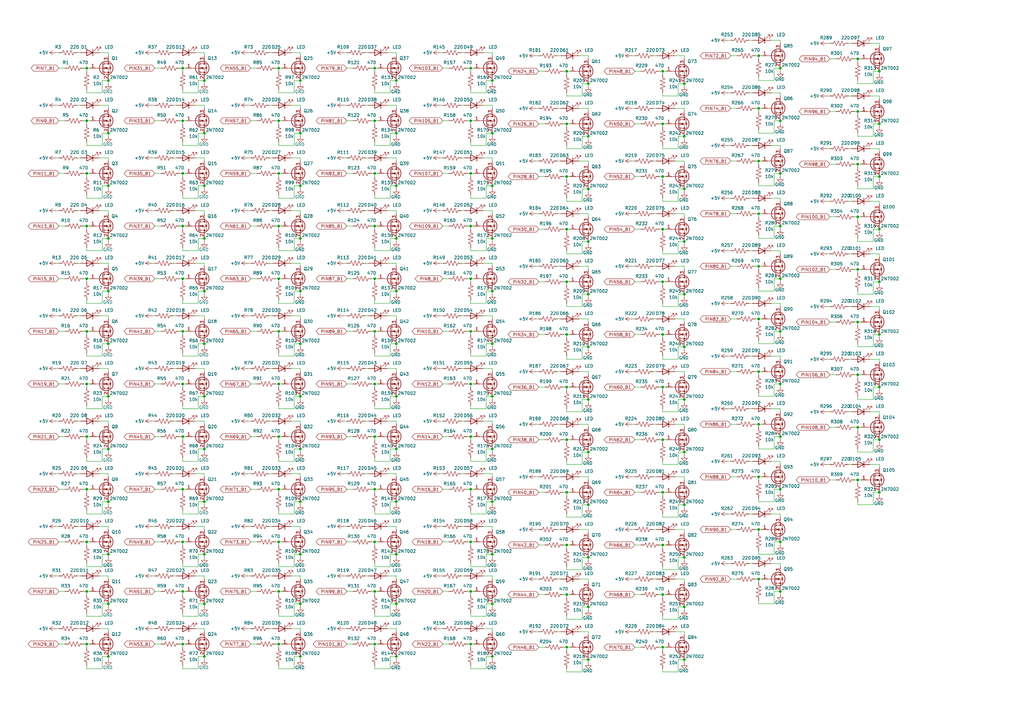
<source format=kicad_sch>
(kicad_sch (version 20231120) (generator "eeschema") (generator_version "8.0")
  (paper "A3")
  (junction (at 360.68 115.57))
  (junction (at 123.19 227.33))
  (junction (at 320.04 27.94))
  (junction (at 351.79 175.26))
  (junction (at 201.93 227.33))
  (junction (at 232.41 72.39))
  (junction (at 123.19 33.02))
  (junction (at 153.67 222.25))
  (junction (at 44.45 76.2))
  (junction (at 153.67 264.16))
  (junction (at 74.93 157.48))
  (junction (at 311.15 173.99))
  (junction (at 44.45 227.33))
  (junction (at 193.04 222.25))
  (junction (at 74.93 114.3))
  (junction (at 311.15 237.49))
  (junction (at 280.67 207.01))
  (junction (at 280.67 248.92))
  (junction (at 360.68 93.98))
  (junction (at 83.82 269.24))
  (junction (at 271.78 29.21))
  (junction (at 201.93 184.15))
  (junction (at 201.93 97.79))
  (junction (at 280.67 120.65))
  (junction (at 153.67 27.94))
  (junction (at 241.3 248.92))
  (junction (at 280.67 228.6))
  (junction (at 241.3 207.01))
  (junction (at 44.45 119.38))
  (junction (at 162.56 76.2))
  (junction (at 271.78 50.8))
  (junction (at 360.68 158.75))
  (junction (at 271.78 180.34))
  (junction (at 320.04 135.89))
  (junction (at 232.41 243.84))
  (junction (at 320.04 49.53))
  (junction (at 201.93 205.74))
  (junction (at 360.68 137.16))
  (junction (at 320.04 179.07))
  (junction (at 162.56 162.56))
  (junction (at 35.56 92.71))
  (junction (at 44.45 33.02))
  (junction (at 280.67 99.06))
  (junction (at 232.41 29.21))
  (junction (at 83.82 162.56))
  (junction (at 241.3 185.42))
  (junction (at 153.67 114.3))
  (junction (at 83.82 33.02))
  (junction (at 153.67 157.48))
  (junction (at 241.3 163.83))
  (junction (at 123.19 162.56))
  (junction (at 271.78 115.57))
  (junction (at 83.82 76.2))
  (junction (at 241.3 142.24))
  (junction (at 232.41 180.34))
  (junction (at 153.67 200.66))
  (junction (at 232.41 115.57))
  (junction (at 280.67 270.51))
  (junction (at 123.19 184.15))
  (junction (at 193.04 242.57))
  (junction (at 162.56 97.79))
  (junction (at 241.3 77.47))
  (junction (at 193.04 135.89))
  (junction (at 114.3 27.94))
  (junction (at 271.78 137.16))
  (junction (at 123.19 119.38))
  (junction (at 241.3 55.88))
  (junction (at 74.93 27.94))
  (junction (at 311.15 152.4))
  (junction (at 74.93 135.89))
  (junction (at 35.56 114.3))
  (junction (at 360.68 180.34))
  (junction (at 123.19 54.61))
  (junction (at 153.67 49.53))
  (junction (at 83.82 54.61))
  (junction (at 193.04 264.16))
  (junction (at 74.93 200.66))
  (junction (at 162.56 140.97))
  (junction (at 360.68 201.93))
  (junction (at 193.04 200.66))
  (junction (at 360.68 72.39))
  (junction (at 35.56 27.94))
  (junction (at 320.04 114.3))
  (junction (at 193.04 49.53))
  (junction (at 271.78 201.93))
  (junction (at 153.67 92.71))
  (junction (at 74.93 179.07))
  (junction (at 280.67 163.83))
  (junction (at 44.45 162.56))
  (junction (at 35.56 242.57))
  (junction (at 114.3 242.57))
  (junction (at 351.79 110.49))
  (junction (at 351.79 132.08))
  (junction (at 44.45 54.61))
  (junction (at 271.78 223.52))
  (junction (at 114.3 157.48))
  (junction (at 311.15 44.45))
  (junction (at 271.78 93.98))
  (junction (at 320.04 200.66))
  (junction (at 320.04 92.71))
  (junction (at 83.82 184.15))
  (junction (at 162.56 33.02))
  (junction (at 44.45 247.65))
  (junction (at 83.82 140.97))
  (junction (at 271.78 158.75))
  (junction (at 74.93 222.25))
  (junction (at 280.67 55.88))
  (junction (at 311.15 130.81))
  (junction (at 162.56 119.38))
  (junction (at 232.41 223.52))
  (junction (at 83.82 247.65))
  (junction (at 162.56 205.74))
  (junction (at 123.19 76.2))
  (junction (at 162.56 184.15))
  (junction (at 153.67 135.89))
  (junction (at 351.79 45.72))
  (junction (at 201.93 76.2))
  (junction (at 351.79 24.13))
  (junction (at 123.19 269.24))
  (junction (at 193.04 92.71))
  (junction (at 35.56 71.12))
  (junction (at 193.04 157.48))
  (junction (at 320.04 71.12))
  (junction (at 271.78 72.39))
  (junction (at 35.56 49.53))
  (junction (at 320.04 157.48))
  (junction (at 114.3 200.66))
  (junction (at 83.82 119.38))
  (junction (at 280.67 185.42))
  (junction (at 114.3 71.12))
  (junction (at 123.19 247.65))
  (junction (at 311.15 195.58))
  (junction (at 35.56 157.48))
  (junction (at 280.67 34.29))
  (junction (at 153.67 71.12))
  (junction (at 114.3 114.3))
  (junction (at 241.3 34.29))
  (junction (at 360.68 50.8))
  (junction (at 35.56 179.07))
  (junction (at 123.19 97.79))
  (junction (at 74.93 242.57))
  (junction (at 74.93 49.53))
  (junction (at 320.04 242.57))
  (junction (at 83.82 227.33))
  (junction (at 360.68 29.21))
  (junction (at 153.67 242.57))
  (junction (at 114.3 49.53))
  (junction (at 201.93 54.61))
  (junction (at 74.93 71.12))
  (junction (at 114.3 264.16))
  (junction (at 201.93 269.24))
  (junction (at 162.56 247.65))
  (junction (at 123.19 205.74))
  (junction (at 114.3 222.25))
  (junction (at 232.41 265.43))
  (junction (at 311.15 66.04))
  (junction (at 241.3 120.65))
  (junction (at 280.67 77.47))
  (junction (at 232.41 137.16))
  (junction (at 271.78 243.84))
  (junction (at 241.3 228.6))
  (junction (at 44.45 97.79))
  (junction (at 74.93 264.16))
  (junction (at 201.93 162.56))
  (junction (at 201.93 247.65))
  (junction (at 35.56 222.25))
  (junction (at 35.56 264.16))
  (junction (at 201.93 33.02))
  (junction (at 44.45 184.15))
  (junction (at 232.41 50.8))
  (junction (at 320.04 222.25))
  (junction (at 162.56 227.33))
  (junction (at 241.3 270.51))
  (junction (at 193.04 71.12))
  (junction (at 232.41 201.93))
  (junction (at 114.3 179.07))
  (junction (at 74.93 92.71))
  (junction (at 201.93 119.38))
  (junction (at 44.45 269.24))
  (junction (at 280.67 142.24))
  (junction (at 201.93 140.97))
  (junction (at 35.56 200.66))
  (junction (at 351.79 153.67))
  (junction (at 193.04 27.94))
  (junction (at 44.45 205.74))
  (junction (at 311.15 109.22))
  (junction (at 193.04 179.07))
  (junction (at 351.79 88.9))
  (junction (at 241.3 99.06))
  (junction (at 162.56 269.24))
  (junction (at 271.78 265.43))
  (junction (at 123.19 140.97))
  (junction (at 83.82 97.79))
  (junction (at 193.04 114.3))
  (junction (at 153.67 179.07))
  (junction (at 114.3 92.71))
  (junction (at 232.41 93.98))
  (junction (at 311.15 87.63))
  (junction (at 44.45 140.97))
  (junction (at 351.79 67.31))
  (junction (at 83.82 205.74))
  (junction (at 35.56 135.89))
  (junction (at 311.15 217.17))
  (junction (at 311.15 22.86))
  (junction (at 351.79 196.85))
  (junction (at 114.3 135.89))
  (junction (at 162.56 54.61))
  (junction (at 232.41 158.75))
  (wire (pts (xy 149.86 236.22) (xy 151.13 236.22)))
  (wire (pts (xy 271.78 147.32) (xy 271.78 146.05)))
  (wire (pts (xy 307.34 167.64) (xy 308.61 167.64)))
  (wire (pts (xy 120.65 167.64) (xy 120.65 162.56)))
  (wire (pts (xy 119.38 194.31) (xy 123.19 194.31)))
  (wire (pts (xy 238.76 55.88) (xy 241.3 55.88)))
  (wire (pts (xy 219.71 195.58) (xy 220.98 195.58)))
  (wire (pts (xy 309.88 109.22) (xy 311.15 109.22)))
  (wire (pts (xy 74.93 49.53) (xy 76.2 49.53)))
  (wire (pts (xy 351.79 24.13) (xy 353.06 24.13)))
  (wire (pts (xy 74.93 102.87) (xy 81.28 102.87)))
  (wire (pts (xy 351.79 132.08) (xy 353.06 132.08)))
  (wire (pts (xy 114.3 114.3) (xy 114.3 115.57)))
  (wire (pts (xy 22.86 236.22) (xy 24.13 236.22)))
  (wire (pts (xy 120.65 274.32) (xy 120.65 269.24)))
  (wire (pts (xy 34.29 200.66) (xy 35.56 200.66)))
  (wire (pts (xy 276.86 217.17) (xy 280.67 217.17)))
  (wire (pts (xy 35.56 102.87) (xy 35.56 101.6)))
  (wire (pts (xy 123.19 194.31) (xy 123.19 195.58)))
  (wire (pts (xy 259.08 173.99) (xy 260.35 173.99)))
  (wire (pts (xy 228.6 22.86) (xy 229.87 22.86)))
  (wire (pts (xy 158.75 107.95) (xy 162.56 107.95)))
  (wire (pts (xy 278.13 99.06) (xy 280.67 99.06)))
  (wire (pts (xy 238.76 212.09) (xy 238.76 207.01)))
  (wire (pts (xy 271.78 50.8) (xy 273.05 50.8)))
  (wire (pts (xy 114.3 38.1) (xy 114.3 36.83)))
  (wire (pts (xy 83.82 21.59) (xy 83.82 22.86)))
  (wire (pts (xy 184.15 135.89) (xy 181.61 135.89)))
  (wire (pts (xy 199.39 269.24) (xy 201.93 269.24)))
  (wire (pts (xy 317.5 205.74) (xy 317.5 200.66)))
  (wire (pts (xy 237.49 87.63) (xy 241.3 87.63)))
  (wire (pts (xy 66.04 242.57) (xy 63.5 242.57)))
  (wire (pts (xy 358.14 163.83) (xy 358.14 158.75)))
  (wire (pts (xy 237.49 130.81) (xy 241.3 130.81)))
  (wire (pts (xy 232.41 93.98) (xy 233.68 93.98)))
  (wire (pts (xy 193.04 200.66) (xy 193.04 201.93)))
  (wire (pts (xy 358.14 34.29) (xy 358.14 29.21)))
  (wire (pts (xy 311.15 227.33) (xy 317.5 227.33)))
  (wire (pts (xy 232.41 275.59) (xy 232.41 274.32)))
  (wire (pts (xy 191.77 114.3) (xy 193.04 114.3)))
  (wire (pts (xy 41.91 252.73) (xy 41.91 247.65)))
  (wire (pts (xy 41.91 97.79) (xy 44.45 97.79)))
  (wire (pts (xy 360.68 39.37) (xy 360.68 40.64)))
  (wire (pts (xy 193.04 49.53) (xy 193.04 50.8)))
  (wire (pts (xy 317.5 54.61) (xy 317.5 49.53)))
  (wire (pts (xy 74.93 200.66) (xy 74.93 201.93)))
  (wire (pts (xy 105.41 49.53) (xy 102.87 49.53)))
  (wire (pts (xy 276.86 195.58) (xy 280.67 195.58)))
  (wire (pts (xy 232.41 147.32) (xy 232.41 146.05)))
  (wire (pts (xy 270.51 29.21) (xy 271.78 29.21)))
  (wire (pts (xy 238.76 233.68) (xy 238.76 228.6)))
  (wire (pts (xy 162.56 119.38) (xy 162.56 120.65)))
  (wire (pts (xy 114.3 157.48) (xy 114.3 158.75)))
  (wire (pts (xy 193.04 274.32) (xy 199.39 274.32)))
  (wire (pts (xy 114.3 179.07) (xy 115.57 179.07)))
  (wire (pts (xy 351.79 142.24) (xy 358.14 142.24)))
  (wire (pts (xy 105.41 114.3) (xy 102.87 114.3)))
  (wire (pts (xy 232.41 243.84) (xy 232.41 245.11)))
  (wire (pts (xy 271.78 158.75) (xy 273.05 158.75)))
  (wire (pts (xy 201.93 247.65) (xy 201.93 248.92)))
  (wire (pts (xy 153.67 210.82) (xy 153.67 209.55)))
  (wire (pts (xy 193.04 102.87) (xy 199.39 102.87)))
  (wire (pts (xy 278.13 275.59) (xy 278.13 270.51)))
  (wire (pts (xy 153.67 38.1) (xy 160.02 38.1)))
  (wire (pts (xy 158.75 21.59) (xy 162.56 21.59)))
  (wire (pts (xy 267.97 217.17) (xy 269.24 217.17)))
  (wire (pts (xy 193.04 27.94) (xy 194.31 27.94)))
  (wire (pts (xy 311.15 205.74) (xy 311.15 204.47)))
  (wire (pts (xy 198.12 21.59) (xy 201.93 21.59)))
  (wire (pts (xy 34.29 135.89) (xy 35.56 135.89)))
  (wire (pts (xy 199.39 247.65) (xy 201.93 247.65)))
  (wire (pts (xy 241.3 142.24) (xy 241.3 143.51)))
  (wire (pts (xy 356.87 190.5) (xy 360.68 190.5)))
  (wire (pts (xy 140.97 151.13) (xy 142.24 151.13)))
  (wire (pts (xy 74.93 189.23) (xy 74.93 187.96)))
  (wire (pts (xy 62.23 21.59) (xy 63.5 21.59)))
  (wire (pts (xy 114.3 264.16) (xy 114.3 265.43)))
  (wire (pts (xy 80.01 194.31) (xy 83.82 194.31)))
  (wire (pts (xy 280.67 248.92) (xy 280.67 250.19)))
  (wire (pts (xy 180.34 151.13) (xy 181.61 151.13)))
  (wire (pts (xy 162.56 205.74) (xy 162.56 207.01)))
  (wire (pts (xy 189.23 107.95) (xy 190.5 107.95)))
  (wire (pts (xy 358.14 55.88) (xy 358.14 50.8)))
  (wire (pts (xy 241.3 22.86) (xy 241.3 24.13)))
  (wire (pts (xy 114.3 146.05) (xy 120.65 146.05)))
  (wire (pts (xy 232.41 223.52) (xy 233.68 223.52)))
  (wire (pts (xy 83.82 54.61) (xy 83.82 55.88)))
  (wire (pts (xy 74.93 135.89) (xy 74.93 137.16)))
  (wire (pts (xy 191.77 222.25) (xy 193.04 222.25)))
  (wire (pts (xy 158.75 86.36) (xy 162.56 86.36)))
  (wire (pts (xy 320.04 81.28) (xy 320.04 82.55)))
  (wire (pts (xy 71.12 215.9) (xy 72.39 215.9)))
  (wire (pts (xy 153.67 27.94) (xy 154.94 27.94)))
  (wire (pts (xy 280.67 270.51) (xy 280.67 271.78)))
  (wire (pts (xy 26.67 264.16) (xy 24.13 264.16)))
  (wire (pts (xy 271.78 93.98) (xy 271.78 95.25)))
  (wire (pts (xy 81.28 33.02) (xy 83.82 33.02)))
  (wire (pts (xy 80.01 129.54) (xy 83.82 129.54)))
  (wire (pts (xy 317.5 76.2) (xy 317.5 71.12)))
  (wire (pts (xy 360.68 158.75) (xy 360.68 160.02)))
  (wire (pts (xy 101.6 215.9) (xy 102.87 215.9)))
  (wire (pts (xy 271.78 72.39) (xy 271.78 73.66)))
  (wire (pts (xy 160.02 227.33) (xy 162.56 227.33)))
  (wire (pts (xy 311.15 217.17) (xy 311.15 218.44)))
  (wire (pts (xy 311.15 205.74) (xy 317.5 205.74)))
  (wire (pts (xy 270.51 243.84) (xy 271.78 243.84)))
  (wire (pts (xy 110.49 107.95) (xy 111.76 107.95)))
  (wire (pts (xy 201.93 54.61) (xy 201.93 55.88)))
  (wire (pts (xy 316.23 124.46) (xy 320.04 124.46)))
  (wire (pts (xy 35.56 189.23) (xy 41.91 189.23)))
  (wire (pts (xy 62.23 172.72) (xy 63.5 172.72)))
  (wire (pts (xy 41.91 247.65) (xy 44.45 247.65)))
  (wire (pts (xy 31.75 257.81) (xy 33.02 257.81)))
  (wire (pts (xy 153.67 38.1) (xy 153.67 36.83)))
  (wire (pts (xy 358.14 72.39) (xy 360.68 72.39)))
  (wire (pts (xy 83.82 172.72) (xy 83.82 173.99)))
  (wire (pts (xy 153.67 124.46) (xy 153.67 123.19)))
  (wire (pts (xy 144.78 264.16) (xy 142.24 264.16)))
  (wire (pts (xy 271.78 115.57) (xy 271.78 116.84)))
  (wire (pts (xy 262.89 158.75) (xy 260.35 158.75)))
  (wire (pts (xy 114.3 252.73) (xy 114.3 251.46)))
  (wire (pts (xy 83.82 215.9) (xy 83.82 217.17)))
  (wire (pts (xy 41.91 140.97) (xy 44.45 140.97)))
  (wire (pts (xy 271.78 104.14) (xy 278.13 104.14)))
  (wire (pts (xy 71.12 129.54) (xy 72.39 129.54)))
  (wire (pts (xy 120.65 162.56) (xy 123.19 162.56)))
  (wire (pts (xy 356.87 125.73) (xy 360.68 125.73)))
  (wire (pts (xy 162.56 269.24) (xy 162.56 270.51)))
  (wire (pts (xy 307.34 16.51) (xy 308.61 16.51)))
  (wire (pts (xy 193.04 200.66) (xy 194.31 200.66)))
  (wire (pts (xy 62.23 257.81) (xy 63.5 257.81)))
  (wire (pts (xy 317.5 140.97) (xy 317.5 135.89)))
  (wire (pts (xy 193.04 252.73) (xy 193.04 251.46)))
  (wire (pts (xy 162.56 86.36) (xy 162.56 87.63)))
  (wire (pts (xy 351.79 163.83) (xy 358.14 163.83)))
  (wire (pts (xy 232.41 233.68) (xy 238.76 233.68)))
  (wire (pts (xy 241.3 99.06) (xy 241.3 100.33)))
  (wire (pts (xy 41.91 210.82) (xy 41.91 205.74)))
  (wire (pts (xy 270.51 137.16) (xy 271.78 137.16)))
  (wire (pts (xy 81.28 247.65) (xy 83.82 247.65)))
  (wire (pts (xy 114.3 59.69) (xy 114.3 58.42)))
  (wire (pts (xy 278.13 82.55) (xy 278.13 77.47)))
  (wire (pts (xy 238.76 190.5) (xy 238.76 185.42)))
  (wire (pts (xy 201.93 86.36) (xy 201.93 87.63)))
  (wire (pts (xy 219.71 130.81) (xy 220.98 130.81)))
  (wire (pts (xy 278.13 233.68) (xy 278.13 228.6)))
  (wire (pts (xy 63.5 71.12) (xy 66.04 71.12)))
  (wire (pts (xy 152.4 222.25) (xy 153.67 222.25)))
  (wire (pts (xy 238.76 163.83) (xy 241.3 163.83)))
  (wire (pts (xy 280.67 195.58) (xy 280.67 196.85)))
  (wire (pts (xy 101.6 172.72) (xy 102.87 172.72)))
  (wire (pts (xy 110.49 151.13) (xy 111.76 151.13)))
  (wire (pts (xy 44.45 227.33) (xy 44.45 228.6)))
  (wire (pts (xy 360.68 82.55) (xy 360.68 83.82)))
  (wire (pts (xy 162.56 140.97) (xy 162.56 142.24)))
  (wire (pts (xy 232.41 82.55) (xy 238.76 82.55)))
  (wire (pts (xy 271.78 137.16) (xy 271.78 138.43)))
  (wire (pts (xy 35.56 232.41) (xy 41.91 232.41)))
  (wire (pts (xy 241.3 109.22) (xy 241.3 110.49)))
  (wire (pts (xy 201.93 194.31) (xy 201.93 195.58)))
  (wire (pts (xy 350.52 196.85) (xy 351.79 196.85)))
  (wire (pts (xy 237.49 152.4) (xy 241.3 152.4)))
  (wire (pts (xy 232.41 201.93) (xy 233.68 201.93)))
  (wire (pts (xy 232.41 29.21) (xy 233.68 29.21)))
  (wire (pts (xy 120.65 269.24) (xy 123.19 269.24)))
  (wire (pts (xy 35.56 167.64) (xy 35.56 166.37)))
  (wire (pts (xy 120.65 76.2) (xy 123.19 76.2)))
  (wire (pts (xy 232.41 50.8) (xy 232.41 52.07)))
  (wire (pts (xy 153.67 200.66) (xy 153.67 201.93)))
  (wire (pts (xy 114.3 71.12) (xy 114.3 72.39)))
  (wire (pts (xy 119.38 151.13) (xy 123.19 151.13)))
  (wire (pts (xy 259.08 66.04) (xy 260.35 66.04)))
  (wire (pts (xy 149.86 257.81) (xy 151.13 257.81)))
  (wire (pts (xy 232.41 212.09) (xy 238.76 212.09)))
  (wire (pts (xy 241.3 66.04) (xy 241.3 67.31)))
  (wire (pts (xy 31.75 151.13) (xy 33.02 151.13)))
  (wire (pts (xy 298.45 59.69) (xy 299.72 59.69)))
  (wire (pts (xy 40.64 194.31) (xy 44.45 194.31)))
  (wire (pts (xy 31.75 194.31) (xy 33.02 194.31)))
  (wire (pts (xy 228.6 173.99) (xy 229.87 173.99)))
  (wire (pts (xy 34.29 27.94) (xy 35.56 27.94)))
  (wire (pts (xy 180.34 43.18) (xy 181.61 43.18)))
  (wire (pts (xy 81.28 38.1) (xy 81.28 33.02)))
  (wire (pts (xy 271.78 201.93) (xy 271.78 203.2)))
  (wire (pts (xy 81.28 140.97) (xy 83.82 140.97)))
  (wire (pts (xy 339.09 125.73) (xy 340.36 125.73)))
  (wire (pts (xy 35.56 92.71) (xy 36.83 92.71)))
  (wire (pts (xy 317.5 135.89) (xy 320.04 135.89)))
  (wire (pts (xy 149.86 129.54) (xy 151.13 129.54)))
  (wire (pts (xy 237.49 109.22) (xy 241.3 109.22)))
  (wire (pts (xy 153.67 252.73) (xy 153.67 251.46)))
  (wire (pts (xy 44.45 54.61) (xy 44.45 55.88)))
  (wire (pts (xy 80.01 151.13) (xy 83.82 151.13)))
  (wire (pts (xy 162.56 247.65) (xy 162.56 248.92)))
  (wire (pts (xy 280.67 22.86) (xy 280.67 24.13)))
  (wire (pts (xy 316.23 81.28) (xy 320.04 81.28)))
  (wire (pts (xy 153.67 222.25) (xy 153.67 223.52)))
  (wire (pts (xy 309.88 237.49) (xy 311.15 237.49)))
  (wire (pts (xy 160.02 247.65) (xy 162.56 247.65)))
  (wire (pts (xy 271.78 223.52) (xy 271.78 224.79)))
  (wire (pts (xy 41.91 162.56) (xy 44.45 162.56)))
  (wire (pts (xy 144.78 71.12) (xy 142.24 71.12)))
  (wire (pts (xy 232.41 72.39) (xy 232.41 73.66)))
  (wire (pts (xy 317.5 119.38) (xy 317.5 114.3)))
  (wire (pts (xy 299.72 173.99) (xy 302.26 173.99)))
  (wire (pts (xy 238.76 120.65) (xy 241.3 120.65)))
  (wire (pts (xy 120.65 232.41) (xy 120.65 227.33)))
  (wire (pts (xy 316.23 16.51) (xy 320.04 16.51)))
  (wire (pts (xy 311.15 66.04) (xy 311.15 67.31)))
  (wire (pts (xy 114.3 135.89) (xy 115.57 135.89)))
  (wire (pts (xy 351.79 196.85) (xy 351.79 198.12)))
  (wire (pts (xy 232.41 190.5) (xy 238.76 190.5)))
  (wire (pts (xy 153.67 102.87) (xy 153.67 101.6)))
  (wire (pts (xy 66.04 264.16) (xy 63.5 264.16)))
  (wire (pts (xy 120.65 140.97) (xy 123.19 140.97)))
  (wire (pts (xy 74.93 27.94) (xy 74.93 29.21)))
  (wire (pts (xy 241.3 195.58) (xy 241.3 196.85)))
  (wire (pts (xy 74.93 114.3) (xy 74.93 115.57)))
  (wire (pts (xy 62.23 194.31) (xy 63.5 194.31)))
  (wire (pts (xy 193.04 92.71) (xy 193.04 93.98)))
  (wire (pts (xy 351.79 34.29) (xy 351.79 33.02)))
  (wire (pts (xy 180.34 86.36) (xy 181.61 86.36)))
  (wire (pts (xy 153.67 189.23) (xy 153.67 187.96)))
  (wire (pts (xy 271.78 180.34) (xy 273.05 180.34)))
  (wire (pts (xy 237.49 237.49) (xy 241.3 237.49)))
  (wire (pts (xy 351.79 196.85) (xy 353.06 196.85)))
  (wire (pts (xy 44.45 129.54) (xy 44.45 130.81)))
  (wire (pts (xy 193.04 264.16) (xy 193.04 265.43)))
  (wire (pts (xy 309.88 44.45) (xy 311.15 44.45)))
  (wire (pts (xy 278.13 254) (xy 278.13 248.92)))
  (wire (pts (xy 271.78 190.5) (xy 271.78 189.23)))
  (wire (pts (xy 270.51 265.43) (xy 271.78 265.43)))
  (wire (pts (xy 347.98 17.78) (xy 349.25 17.78)))
  (wire (pts (xy 114.3 38.1) (xy 120.65 38.1)))
  (wire (pts (xy 71.12 151.13) (xy 72.39 151.13)))
  (wire (pts (xy 120.65 119.38) (xy 123.19 119.38)))
  (wire (pts (xy 113.03 264.16) (xy 114.3 264.16)))
  (wire (pts (xy 35.56 71.12) (xy 35.56 72.39)))
  (wire (pts (xy 193.04 81.28) (xy 193.04 80.01)))
  (wire (pts (xy 41.91 33.02) (xy 44.45 33.02)))
  (wire (pts (xy 153.67 71.12) (xy 153.67 72.39)))
  (wire (pts (xy 238.76 82.55) (xy 238.76 77.47)))
  (wire (pts (xy 358.14 180.34) (xy 360.68 180.34)))
  (wire (pts (xy 193.04 232.41) (xy 199.39 232.41)))
  (wire (pts (xy 241.3 34.29) (xy 241.3 35.56)))
  (wire (pts (xy 44.45 33.02) (xy 44.45 34.29)))
  (wire (pts (xy 232.41 137.16) (xy 232.41 138.43)))
  (wire (pts (xy 199.39 97.79) (xy 201.93 97.79)))
  (wire (pts (xy 351.79 207.01) (xy 358.14 207.01)))
  (wire (pts (xy 74.93 157.48) (xy 76.2 157.48)))
  (wire (pts (xy 193.04 189.23) (xy 199.39 189.23)))
  (wire (pts (xy 66.04 157.48) (xy 63.5 157.48)))
  (wire (pts (xy 114.3 102.87) (xy 120.65 102.87)))
  (wire (pts (xy 113.03 179.07) (xy 114.3 179.07)))
  (wire (pts (xy 317.5 71.12) (xy 320.04 71.12)))
  (wire (pts (xy 66.04 222.25) (xy 63.5 222.25)))
  (wire (pts (xy 101.6 151.13) (xy 102.87 151.13)))
  (wire (pts (xy 280.67 228.6) (xy 280.67 229.87)))
  (wire (pts (xy 267.97 87.63) (xy 269.24 87.63)))
  (wire (pts (xy 74.93 59.69) (xy 81.28 59.69)))
  (wire (pts (xy 317.5 247.65) (xy 317.5 242.57)))
  (wire (pts (xy 317.5 157.48) (xy 320.04 157.48)))
  (wire (pts (xy 83.82 119.38) (xy 83.82 120.65)))
  (wire (pts (xy 278.13 185.42) (xy 280.67 185.42)))
  (wire (pts (xy 262.89 50.8) (xy 260.35 50.8)))
  (wire (pts (xy 311.15 44.45) (xy 312.42 44.45)))
  (wire (pts (xy 311.15 237.49) (xy 312.42 237.49)))
  (wire (pts (xy 153.67 157.48) (xy 154.94 157.48)))
  (wire (pts (xy 123.19 107.95) (xy 123.19 109.22)))
  (wire (pts (xy 278.13 142.24) (xy 280.67 142.24)))
  (wire (pts (xy 119.38 64.77) (xy 123.19 64.77)))
  (wire (pts (xy 83.82 162.56) (xy 83.82 163.83)))
  (wire (pts (xy 114.3 59.69) (xy 120.65 59.69)))
  (wire (pts (xy 153.67 232.41) (xy 160.02 232.41)))
  (wire (pts (xy 356.87 82.55) (xy 360.68 82.55)))
  (wire (pts (xy 232.41 104.14) (xy 232.41 102.87)))
  (wire (pts (xy 241.3 163.83) (xy 241.3 165.1)))
  (wire (pts (xy 189.23 215.9) (xy 190.5 215.9)))
  (wire (pts (xy 114.3 167.64) (xy 114.3 166.37)))
  (wire (pts (xy 191.77 179.07) (xy 193.04 179.07)))
  (wire (pts (xy 44.45 76.2) (xy 44.45 77.47)))
  (wire (pts (xy 316.23 102.87) (xy 320.04 102.87)))
  (wire (pts (xy 123.19 119.38) (xy 123.19 120.65)))
  (wire (pts (xy 316.23 38.1) (xy 320.04 38.1)))
  (wire (pts (xy 113.03 49.53) (xy 114.3 49.53)))
  (wire (pts (xy 276.86 109.22) (xy 280.67 109.22)))
  (wire (pts (xy 120.65 59.69) (xy 120.65 54.61)))
  (wire (pts (xy 201.93 151.13) (xy 201.93 152.4)))
  (wire (pts (xy 22.86 172.72) (xy 24.13 172.72)))
  (wire (pts (xy 158.75 257.81) (xy 162.56 257.81)))
  (wire (pts (xy 232.41 60.96) (xy 232.41 59.69)))
  (wire (pts (xy 153.67 200.66) (xy 154.94 200.66)))
  (wire (pts (xy 316.23 59.69) (xy 320.04 59.69)))
  (wire (pts (xy 162.56 33.02) (xy 162.56 34.29)))
  (wire (pts (xy 81.28 189.23) (xy 81.28 184.15)))
  (wire (pts (xy 276.86 22.86) (xy 280.67 22.86)))
  (wire (pts (xy 193.04 146.05) (xy 193.04 144.78)))
  (wire (pts (xy 105.41 27.94) (xy 102.87 27.94)))
  (wire (pts (xy 180.34 194.31) (xy 181.61 194.31)))
  (wire (pts (xy 71.12 21.59) (xy 72.39 21.59)))
  (wire (pts (xy 302.26 87.63) (xy 299.72 87.63)))
  (wire (pts (xy 259.08 87.63) (xy 260.35 87.63)))
  (wire (pts (xy 320.04 242.57) (xy 320.04 243.84)))
  (wire (pts (xy 73.66 92.71) (xy 74.93 92.71)))
  (wire (pts (xy 271.78 212.09) (xy 271.78 210.82)))
  (wire (pts (xy 160.02 146.05) (xy 160.02 140.97)))
  (wire (pts (xy 298.45 124.46) (xy 299.72 124.46)))
  (wire (pts (xy 232.41 212.09) (xy 232.41 210.82)))
  (wire (pts (xy 223.52 243.84) (xy 220.98 243.84)))
  (wire (pts (xy 351.79 153.67) (xy 353.06 153.67)))
  (wire (pts (xy 342.9 67.31) (xy 340.36 67.31)))
  (wire (pts (xy 140.97 215.9) (xy 142.24 215.9)))
  (wire (pts (xy 351.79 207.01) (xy 351.79 205.74)))
  (wire (pts (xy 262.89 29.21) (xy 260.35 29.21)))
  (wire (pts (xy 358.14 185.42) (xy 358.14 180.34)))
  (wire (pts (xy 193.04 27.94) (xy 193.04 29.21)))
  (wire (pts (xy 191.77 135.89) (xy 193.04 135.89)))
  (wire (pts (xy 80.01 64.77) (xy 83.82 64.77)))
  (wire (pts (xy 193.04 135.89) (xy 193.04 137.16)))
  (wire (pts (xy 298.45 210.82) (xy 299.72 210.82)))
  (wire (pts (xy 232.41 82.55) (xy 232.41 81.28)))
  (wire (pts (xy 149.86 172.72) (xy 151.13 172.72)))
  (wire (pts (xy 271.78 265.43) (xy 273.05 265.43)))
  (wire (pts (xy 198.12 129.54) (xy 201.93 129.54)))
  (wire (pts (xy 241.3 130.81) (xy 241.3 132.08)))
  (wire (pts (xy 74.93 71.12) (xy 74.93 72.39)))
  (wire (pts (xy 158.75 236.22) (xy 162.56 236.22)))
  (wire (pts (xy 237.49 44.45) (xy 241.3 44.45)))
  (wire (pts (xy 231.14 115.57) (xy 232.41 115.57)))
  (wire (pts (xy 311.15 76.2) (xy 317.5 76.2)))
  (wire (pts (xy 153.67 81.28) (xy 160.02 81.28)))
  (wire (pts (xy 201.93 21.59) (xy 201.93 22.86)))
  (wire (pts (xy 152.4 49.53) (xy 153.67 49.53)))
  (wire (pts (xy 160.02 54.61) (xy 162.56 54.61)))
  (wire (pts (xy 201.93 172.72) (xy 201.93 173.99)))
  (wire (pts (xy 44.45 140.97) (xy 44.45 142.24)))
  (wire (pts (xy 358.14 158.75) (xy 360.68 158.75)))
  (wire (pts (xy 271.78 93.98) (xy 273.05 93.98)))
  (wire (pts (xy 232.41 223.52) (xy 232.41 224.79)))
  (wire (pts (xy 280.67 259.08) (xy 280.67 260.35)))
  (wire (pts (xy 351.79 185.42) (xy 351.79 184.15)))
  (wire (pts (xy 40.64 64.77) (xy 44.45 64.77)))
  (wire (pts (xy 114.3 71.12) (xy 115.57 71.12)))
  (wire (pts (xy 262.89 243.84) (xy 260.35 243.84)))
  (wire (pts (xy 35.56 81.28) (xy 41.91 81.28)))
  (wire (pts (xy 71.12 194.31) (xy 72.39 194.31)))
  (wire (pts (xy 152.4 200.66) (xy 153.67 200.66)))
  (wire (pts (xy 271.78 201.93) (xy 273.05 201.93)))
  (wire (pts (xy 271.78 60.96) (xy 271.78 59.69)))
  (wire (pts (xy 74.93 242.57) (xy 76.2 242.57)))
  (wire (pts (xy 22.86 86.36) (xy 24.13 86.36)))
  (wire (pts (xy 105.41 135.89) (xy 102.87 135.89)))
  (wire (pts (xy 153.67 146.05) (xy 160.02 146.05)))
  (wire (pts (xy 351.79 99.06) (xy 351.79 97.79)))
  (wire (pts (xy 31.75 172.72) (xy 33.02 172.72)))
  (wire (pts (xy 144.78 222.25) (xy 142.24 222.25)))
  (wire (pts (xy 271.78 104.14) (xy 271.78 102.87)))
  (wire (pts (xy 241.3 55.88) (xy 241.3 57.15)))
  (wire (pts (xy 231.14 29.21) (xy 232.41 29.21)))
  (wire (pts (xy 280.67 87.63) (xy 280.67 88.9)))
  (wire (pts (xy 351.79 77.47) (xy 358.14 77.47)))
  (wire (pts (xy 162.56 257.81) (xy 162.56 259.08)))
  (wire (pts (xy 35.56 114.3) (xy 35.56 115.57)))
  (wire (pts (xy 231.14 50.8) (xy 232.41 50.8)))
  (wire (pts (xy 114.3 232.41) (xy 120.65 232.41)))
  (wire (pts (xy 270.51 115.57) (xy 271.78 115.57)))
  (wire (pts (xy 280.67 142.24) (xy 280.67 143.51)))
  (wire (pts (xy 119.38 257.81) (xy 123.19 257.81)))
  (wire (pts (xy 201.93 119.38) (xy 201.93 120.65)))
  (wire (pts (xy 298.45 16.51) (xy 299.72 16.51)))
  (wire (pts (xy 81.28 97.79) (xy 83.82 97.79)))
  (wire (pts (xy 193.04 124.46) (xy 199.39 124.46)))
  (wire (pts (xy 360.68 72.39) (xy 360.68 73.66)))
  (wire (pts (xy 24.13 135.89) (xy 26.67 135.89)))
  (wire (pts (xy 153.67 179.07) (xy 153.67 180.34)))
  (wire (pts (xy 271.78 254) (xy 271.78 252.73)))
  (wire (pts (xy 311.15 152.4) (xy 311.15 153.67)))
  (wire (pts (xy 316.23 189.23) (xy 320.04 189.23)))
  (wire (pts (xy 320.04 71.12) (xy 320.04 72.39)))
  (wire (pts (xy 276.86 66.04) (xy 280.67 66.04)))
  (wire (pts (xy 198.12 172.72) (xy 201.93 172.72)))
  (wire (pts (xy 320.04 38.1) (xy 320.04 39.37)))
  (wire (pts (xy 153.67 49.53) (xy 153.67 50.8)))
  (wire (pts (xy 160.02 33.02) (xy 162.56 33.02)))
  (wire (pts (xy 320.04 102.87) (xy 320.04 104.14)))
  (wire (pts (xy 232.41 168.91) (xy 238.76 168.91)))
  (wire (pts (xy 153.67 27.94) (xy 153.67 29.21)))
  (wire (pts (xy 153.67 210.82) (xy 160.02 210.82)))
  (wire (pts (xy 223.52 115.57) (xy 220.98 115.57)))
  (wire (pts (xy 26.67 92.71) (xy 24.13 92.71)))
  (wire (pts (xy 160.02 189.23) (xy 160.02 184.15)))
  (wire (pts (xy 351.79 175.26) (xy 351.79 176.53)))
  (wire (pts (xy 71.12 107.95) (xy 72.39 107.95)))
  (wire (pts (xy 113.03 71.12) (xy 114.3 71.12)))
  (wire (pts (xy 270.51 180.34) (xy 271.78 180.34)))
  (wire (pts (xy 35.56 210.82) (xy 41.91 210.82)))
  (wire (pts (xy 193.04 179.07) (xy 193.04 180.34)))
  (wire (pts (xy 219.71 66.04) (xy 220.98 66.04)))
  (wire (pts (xy 149.86 43.18) (xy 151.13 43.18)))
  (wire (pts (xy 193.04 81.28) (xy 199.39 81.28)))
  (wire (pts (xy 73.66 157.48) (xy 74.93 157.48)))
  (wire (pts (xy 114.3 210.82) (xy 120.65 210.82)))
  (wire (pts (xy 298.45 81.28) (xy 299.72 81.28)))
  (wire (pts (xy 237.49 259.08) (xy 241.3 259.08)))
  (wire (pts (xy 276.86 44.45) (xy 280.67 44.45)))
  (wire (pts (xy 351.79 185.42) (xy 358.14 185.42)))
  (wire (pts (xy 342.9 88.9) (xy 340.36 88.9)))
  (wire (pts (xy 34.29 179.07) (xy 35.56 179.07)))
  (wire (pts (xy 153.67 114.3) (xy 153.67 115.57)))
  (wire (pts (xy 339.09 190.5) (xy 340.36 190.5)))
  (wire (pts (xy 241.3 207.01) (xy 241.3 208.28)))
  (wire (pts (xy 271.78 180.34) (xy 271.78 181.61)))
  (wire (pts (xy 160.02 102.87) (xy 160.02 97.79)))
  (wire (pts (xy 311.15 247.65) (xy 311.15 246.38)))
  (wire (pts (xy 267.97 130.81) (xy 269.24 130.81)))
  (wire (pts (xy 35.56 157.48) (xy 35.56 158.75)))
  (wire (pts (xy 193.04 157.48) (xy 194.31 157.48)))
  (wire (pts (xy 119.38 107.95) (xy 123.19 107.95)))
  (wire (pts (xy 320.04 59.69) (xy 320.04 60.96)))
  (wire (pts (xy 238.76 147.32) (xy 238.76 142.24)))
  (wire (pts (xy 271.78 212.09) (xy 278.13 212.09)))
  (wire (pts (xy 232.41 265.43) (xy 233.68 265.43)))
  (wire (pts (xy 223.52 137.16) (xy 220.98 137.16)))
  (wire (pts (xy 320.04 49.53) (xy 320.04 50.8)))
  (wire (pts (xy 193.04 167.64) (xy 199.39 167.64)))
  (wire (pts (xy 351.79 142.24) (xy 351.79 140.97)))
  (wire (pts (xy 320.04 200.66) (xy 320.04 201.93)))
  (wire (pts (xy 83.82 129.54) (xy 83.82 130.81)))
  (wire (pts (xy 153.67 167.64) (xy 160.02 167.64)))
  (wire (pts (xy 280.67 185.42) (xy 280.67 186.69)))
  (wire (pts (xy 280.67 130.81) (xy 280.67 132.08)))
  (wire (pts (xy 232.41 50.8) (xy 233.68 50.8)))
  (wire (pts (xy 66.04 114.3) (xy 63.5 114.3)))
  (wire (pts (xy 105.41 264.16) (xy 102.87 264.16)))
  (wire (pts (xy 120.65 102.87) (xy 120.65 97.79)))
  (wire (pts (xy 351.79 67.31) (xy 351.79 68.58)))
  (wire (pts (xy 199.39 54.61) (xy 201.93 54.61)))
  (wire (pts (xy 41.91 76.2) (xy 44.45 76.2)))
  (wire (pts (xy 35.56 27.94) (xy 36.83 27.94)))
  (wire (pts (xy 191.77 49.53) (xy 193.04 49.53)))
  (wire (pts (xy 358.14 207.01) (xy 358.14 201.93)))
  (wire (pts (xy 114.3 252.73) (xy 120.65 252.73)))
  (wire (pts (xy 198.12 215.9) (xy 201.93 215.9)))
  (wire (pts (xy 180.34 172.72) (xy 181.61 172.72)))
  (wire (pts (xy 311.15 87.63) (xy 312.42 87.63)))
  (wire (pts (xy 162.56 151.13) (xy 162.56 152.4)))
  (wire (pts (xy 110.49 194.31) (xy 111.76 194.31)))
  (wire (pts (xy 160.02 140.97) (xy 162.56 140.97)))
  (wire (pts (xy 81.28 81.28) (xy 81.28 76.2)))
  (wire (pts (xy 110.49 236.22) (xy 111.76 236.22)))
  (wire (pts (xy 262.89 115.57) (xy 260.35 115.57)))
  (wire (pts (xy 280.67 152.4) (xy 280.67 153.67)))
  (wire (pts (xy 66.04 179.07) (xy 63.5 179.07)))
  (wire (pts (xy 123.19 97.79) (xy 123.19 99.06)))
  (wire (pts (xy 201.93 64.77) (xy 201.93 66.04)))
  (wire (pts (xy 180.34 236.22) (xy 181.61 236.22)))
  (wire (pts (xy 113.03 135.89) (xy 114.3 135.89)))
  (wire (pts (xy 120.65 210.82) (xy 120.65 205.74)))
  (wire (pts (xy 80.01 107.95) (xy 83.82 107.95)))
  (wire (pts (xy 199.39 38.1) (xy 199.39 33.02)))
  (wire (pts (xy 320.04 189.23) (xy 320.04 190.5)))
  (wire (pts (xy 193.04 38.1) (xy 193.04 36.83)))
  (wire (pts (xy 34.29 49.53) (xy 35.56 49.53)))
  (wire (pts (xy 144.78 200.66) (xy 142.24 200.66)))
  (wire (pts (xy 73.66 179.07) (xy 74.93 179.07)))
  (wire (pts (xy 120.65 227.33) (xy 123.19 227.33)))
  (wire (pts (xy 262.89 137.16) (xy 260.35 137.16)))
  (wire (pts (xy 271.78 265.43) (xy 271.78 266.7)))
  (wire (pts (xy 74.93 81.28) (xy 81.28 81.28)))
  (wire (pts (xy 228.6 109.22) (xy 229.87 109.22)))
  (wire (pts (xy 44.45 247.65) (xy 44.45 248.92)))
  (wire (pts (xy 350.52 67.31) (xy 351.79 67.31)))
  (wire (pts (xy 152.4 92.71) (xy 153.67 92.71)))
  (wire (pts (xy 83.82 194.31) (xy 83.82 195.58)))
  (wire (pts (xy 271.78 125.73) (xy 271.78 124.46)))
  (wire (pts (xy 267.97 259.08) (xy 269.24 259.08)))
  (wire (pts (xy 114.3 222.25) (xy 115.57 222.25)))
  (wire (pts (xy 114.3 242.57) (xy 114.3 243.84)))
  (wire (pts (xy 317.5 222.25) (xy 320.04 222.25)))
  (wire (pts (xy 238.76 77.47) (xy 241.3 77.47)))
  (wire (pts (xy 74.93 242.57) (xy 74.93 243.84)))
  (wire (pts (xy 191.77 157.48) (xy 193.04 157.48)))
  (wire (pts (xy 241.3 87.63) (xy 241.3 88.9)))
  (wire (pts (xy 262.89 201.93) (xy 260.35 201.93)))
  (wire (pts (xy 276.86 259.08) (xy 280.67 259.08)))
  (wire (pts (xy 193.04 232.41) (xy 193.04 231.14)))
  (wire (pts (xy 193.04 124.46) (xy 193.04 123.19)))
  (wire (pts (xy 35.56 81.28) (xy 35.56 80.01)))
  (wire (pts (xy 35.56 49.53) (xy 36.83 49.53)))
  (wire (pts (xy 35.56 232.41) (xy 35.56 231.14)))
  (wire (pts (xy 237.49 195.58) (xy 241.3 195.58)))
  (wire (pts (xy 140.97 236.22) (xy 142.24 236.22)))
  (wire (pts (xy 119.38 129.54) (xy 123.19 129.54)))
  (wire (pts (xy 123.19 43.18) (xy 123.19 44.45)))
  (wire (pts (xy 153.67 264.16) (xy 153.67 265.43)))
  (wire (pts (xy 44.45 184.15) (xy 44.45 185.42)))
  (wire (pts (xy 278.13 248.92) (xy 280.67 248.92)))
  (wire (pts (xy 232.41 254) (xy 238.76 254)))
  (wire (pts (xy 280.67 163.83) (xy 280.67 165.1)))
  (wire (pts (xy 158.75 172.72) (xy 162.56 172.72)))
  (wire (pts (xy 184.15 242.57) (xy 181.61 242.57)))
  (wire (pts (xy 81.28 274.32) (xy 81.28 269.24)))
  (wire (pts (xy 276.86 152.4) (xy 280.67 152.4)))
  (wire (pts (xy 351.79 120.65) (xy 351.79 119.38)))
  (wire (pts (xy 317.5 27.94) (xy 320.04 27.94)))
  (wire (pts (xy 22.86 257.81) (xy 24.13 257.81)))
  (wire (pts (xy 271.78 233.68) (xy 278.13 233.68)))
  (wire (pts (xy 152.4 135.89) (xy 153.67 135.89)))
  (wire (pts (xy 153.67 189.23) (xy 160.02 189.23)))
  (wire (pts (xy 41.91 189.23) (xy 41.91 184.15)))
  (wire (pts (xy 320.04 167.64) (xy 320.04 168.91)))
  (wire (pts (xy 189.23 21.59) (xy 190.5 21.59)))
  (wire (pts (xy 360.68 50.8) (xy 360.68 52.07)))
  (wire (pts (xy 158.75 151.13) (xy 162.56 151.13)))
  (wire (pts (xy 241.3 120.65) (xy 241.3 121.92)))
  (wire (pts (xy 153.67 124.46) (xy 160.02 124.46)))
  (wire (pts (xy 74.93 210.82) (xy 81.28 210.82)))
  (wire (pts (xy 280.67 109.22) (xy 280.67 110.49)))
  (wire (pts (xy 271.78 39.37) (xy 271.78 38.1)))
  (wire (pts (xy 31.75 21.59) (xy 33.02 21.59)))
  (wire (pts (xy 152.4 71.12) (xy 153.67 71.12)))
  (wire (pts (xy 120.65 252.73) (xy 120.65 247.65)))
  (wire (pts (xy 35.56 27.94) (xy 35.56 29.21)))
  (wire (pts (xy 276.86 87.63) (xy 280.67 87.63)))
  (wire (pts (xy 223.52 72.39) (xy 220.98 72.39)))
  (wire (pts (xy 74.93 252.73) (xy 81.28 252.73)))
  (wire (pts (xy 184.15 179.07) (xy 181.61 179.07)))
  (wire (pts (xy 231.14 72.39) (xy 232.41 72.39)))
  (wire (pts (xy 35.56 114.3) (xy 36.83 114.3)))
  (wire (pts (xy 162.56 236.22) (xy 162.56 237.49)))
  (wire (pts (xy 231.14 223.52) (xy 232.41 223.52)))
  (wire (pts (xy 199.39 102.87) (xy 199.39 97.79)))
  (wire (pts (xy 351.79 153.67) (xy 351.79 154.94)))
  (wire (pts (xy 262.89 180.34) (xy 260.35 180.34)))
  (wire (pts (xy 223.52 50.8) (xy 220.98 50.8)))
  (wire (pts (xy 201.93 43.18) (xy 201.93 44.45)))
  (wire (pts (xy 241.3 185.42) (xy 241.3 186.69)))
  (wire (pts (xy 201.93 257.81) (xy 201.93 259.08)))
  (wire (pts (xy 358.14 77.47) (xy 358.14 72.39)))
  (wire (pts (xy 238.76 185.42) (xy 241.3 185.42)))
  (wire (pts (xy 114.3 27.94) (xy 114.3 29.21)))
  (wire (pts (xy 317.5 200.66) (xy 320.04 200.66)))
  (wire (pts (xy 356.87 168.91) (xy 360.68 168.91)))
  (wire (pts (xy 83.82 86.36) (xy 83.82 87.63)))
  (wire (pts (xy 191.77 242.57) (xy 193.04 242.57)))
  (wire (pts (xy 44.45 269.24) (xy 44.45 270.51)))
  (wire (pts (xy 198.12 151.13) (xy 201.93 151.13)))
  (wire (pts (xy 123.19 227.33) (xy 123.19 228.6)))
  (wire (pts (xy 41.91 274.32) (xy 41.91 269.24)))
  (wire (pts (xy 73.66 27.94) (xy 74.93 27.94)))
  (wire (pts (xy 311.15 109.22) (xy 312.42 109.22)))
  (wire (pts (xy 101.6 21.59) (xy 102.87 21.59)))
  (wire (pts (xy 184.15 264.16) (xy 181.61 264.16)))
  (wire (pts (xy 278.13 55.88) (xy 280.67 55.88)))
  (wire (pts (xy 271.78 137.16) (xy 273.05 137.16)))
  (wire (pts (xy 316.23 167.64) (xy 320.04 167.64)))
  (wire (pts (xy 41.91 232.41) (xy 41.91 227.33)))
  (wire (pts (xy 160.02 59.69) (xy 160.02 54.61)))
  (wire (pts (xy 298.45 146.05) (xy 299.72 146.05)))
  (wire (pts (xy 193.04 71.12) (xy 194.31 71.12)))
  (wire (pts (xy 358.14 99.06) (xy 358.14 93.98)))
  (wire (pts (xy 193.04 102.87) (xy 193.04 101.6)))
  (wire (pts (xy 309.88 22.86) (xy 311.15 22.86)))
  (wire (pts (xy 238.76 270.51) (xy 241.3 270.51)))
  (wire (pts (xy 44.45 119.38) (xy 44.45 120.65)))
  (wire (pts (xy 120.65 38.1) (xy 120.65 33.02)))
  (wire (pts (xy 278.13 125.73) (xy 278.13 120.65)))
  (wire (pts (xy 35.56 200.66) (xy 35.56 201.93)))
  (wire (pts (xy 316.23 231.14) (xy 320.04 231.14)))
  (wire (pts (xy 311.15 227.33) (xy 311.15 226.06)))
  (wire (pts (xy 31.75 86.36) (xy 33.02 86.36)))
  (wire (pts (xy 278.13 39.37) (xy 278.13 34.29)))
  (wire (pts (xy 311.15 76.2) (xy 311.15 74.93)))
  (wire (pts (xy 40.64 215.9) (xy 44.45 215.9)))
  (wire (pts (xy 307.34 231.14) (xy 308.61 231.14)))
  (wire (pts (xy 74.93 200.66) (xy 76.2 200.66)))
  (wire (pts (xy 44.45 43.18) (xy 44.45 44.45)))
  (wire (pts (xy 219.71 237.49) (xy 220.98 237.49)))
  (wire (pts (xy 231.14 93.98) (xy 232.41 93.98)))
  (wire (pts (xy 74.93 252.73) (xy 74.93 251.46)))
  (wire (pts (xy 74.93 167.64) (xy 81.28 167.64)))
  (wire (pts (xy 119.38 172.72) (xy 123.19 172.72)))
  (wire (pts (xy 153.67 102.87) (xy 160.02 102.87)))
  (wire (pts (xy 44.45 162.56) (xy 44.45 163.83)))
  (wire (pts (xy 153.67 232.41) (xy 153.67 231.14)))
  (wire (pts (xy 232.41 104.14) (xy 238.76 104.14)))
  (wire (pts (xy 123.19 257.81) (xy 123.19 259.08)))
  (wire (pts (xy 101.6 86.36) (xy 102.87 86.36)))
  (wire (pts (xy 80.01 172.72) (xy 83.82 172.72)))
  (wire (pts (xy 74.93 114.3) (xy 76.2 114.3)))
  (wire (pts (xy 31.75 215.9) (xy 33.02 215.9)))
  (wire (pts (xy 228.6 87.63) (xy 229.87 87.63)))
  (wire (pts (xy 271.78 147.32) (xy 278.13 147.32)))
  (wire (pts (xy 71.12 257.81) (xy 72.39 257.81)))
  (wire (pts (xy 41.91 54.61) (xy 44.45 54.61)))
  (wire (pts (xy 44.45 257.81) (xy 44.45 259.08)))
  (wire (pts (xy 237.49 173.99) (xy 241.3 173.99)))
  (wire (pts (xy 119.38 43.18) (xy 123.19 43.18)))
  (wire (pts (xy 351.79 132.08) (xy 351.79 133.35)))
  (wire (pts (xy 35.56 146.05) (xy 41.91 146.05)))
  (wire (pts (xy 307.34 102.87) (xy 308.61 102.87)))
  (wire (pts (xy 81.28 227.33) (xy 83.82 227.33)))
  (wire (pts (xy 317.5 114.3) (xy 320.04 114.3)))
  (wire (pts (xy 351.79 88.9) (xy 353.06 88.9)))
  (wire (pts (xy 232.41 93.98) (xy 232.41 95.25)))
  (wire (pts (xy 189.23 43.18) (xy 190.5 43.18)))
  (wire (pts (xy 35.56 59.69) (xy 35.56 58.42)))
  (wire (pts (xy 162.56 43.18) (xy 162.56 44.45)))
  (wire (pts (xy 267.97 152.4) (xy 269.24 152.4)))
  (wire (pts (xy 193.04 210.82) (xy 199.39 210.82)))
  (wire (pts (xy 153.67 264.16) (xy 154.94 264.16)))
  (wire (pts (xy 271.78 29.21) (xy 271.78 30.48)))
  (wire (pts (xy 228.6 152.4) (xy 229.87 152.4)))
  (wire (pts (xy 278.13 77.47) (xy 280.67 77.47)))
  (wire (pts (xy 238.76 39.37) (xy 238.76 34.29)))
  (wire (pts (xy 241.3 270.51) (xy 241.3 271.78)))
  (wire (pts (xy 22.86 215.9) (xy 24.13 215.9)))
  (wire (pts (xy 223.52 265.43) (xy 220.98 265.43)))
  (wire (pts (xy 162.56 172.72) (xy 162.56 173.99)))
  (wire (pts (xy 302.26 195.58) (xy 299.72 195.58)))
  (wire (pts (xy 271.78 72.39) (xy 273.05 72.39)))
  (wire (pts (xy 347.98 125.73) (xy 349.25 125.73)))
  (wire (pts (xy 219.71 44.45) (xy 220.98 44.45)))
  (wire (pts (xy 160.02 38.1) (xy 160.02 33.02)))
  (wire (pts (xy 35.56 210.82) (xy 35.56 209.55)))
  (wire (pts (xy 81.28 146.05) (xy 81.28 140.97)))
  (wire (pts (xy 193.04 146.05) (xy 199.39 146.05)))
  (wire (pts (xy 231.14 243.84) (xy 232.41 243.84)))
  (wire (pts (xy 44.45 21.59) (xy 44.45 22.86)))
  (wire (pts (xy 74.93 81.28) (xy 74.93 80.01)))
  (wire (pts (xy 101.6 257.81) (xy 102.87 257.81)))
  (wire (pts (xy 83.82 205.74) (xy 83.82 207.01)))
  (wire (pts (xy 73.66 71.12) (xy 74.93 71.12)))
  (wire (pts (xy 152.4 114.3) (xy 153.67 114.3)))
  (wire (pts (xy 276.86 237.49) (xy 280.67 237.49)))
  (wire (pts (xy 238.76 104.14) (xy 238.76 99.06)))
  (wire (pts (xy 31.75 236.22) (xy 33.02 236.22)))
  (wire (pts (xy 320.04 210.82) (xy 320.04 212.09)))
  (wire (pts (xy 153.67 242.57) (xy 153.67 243.84)))
  (wire (pts (xy 74.93 210.82) (xy 74.93 209.55)))
  (wire (pts (xy 193.04 210.82) (xy 193.04 209.55)))
  (wire (pts (xy 232.41 180.34) (xy 232.41 181.61)))
  (wire (pts (xy 41.91 119.38) (xy 44.45 119.38)))
  (wire (pts (xy 153.67 81.28) (xy 153.67 80.01)))
  (wire (pts (xy 350.52 110.49) (xy 351.79 110.49)))
  (wire (pts (xy 120.65 184.15) (xy 123.19 184.15)))
  (wire (pts (xy 311.15 54.61) (xy 311.15 53.34)))
  (wire (pts (xy 123.19 162.56) (xy 123.19 163.83)))
  (wire (pts (xy 360.68 190.5) (xy 360.68 191.77)))
  (wire (pts (xy 360.68 201.93) (xy 360.68 203.2)))
  (wire (pts (xy 360.68 60.96) (xy 360.68 62.23)))
  (wire (pts (xy 267.97 173.99) (xy 269.24 173.99)))
  (wire (pts (xy 339.09 82.55) (xy 340.36 82.55)))
  (wire (pts (xy 66.04 27.94) (xy 63.5 27.94)))
  (wire (pts (xy 317.5 92.71) (xy 320.04 92.71)))
  (wire (pts (xy 271.78 158.75) (xy 271.78 160.02)))
  (wire (pts (xy 152.4 27.94) (xy 153.67 27.94)))
  (wire (pts (xy 149.86 194.31) (xy 151.13 194.31)))
  (wire (pts (xy 280.67 217.17) (xy 280.67 218.44)))
  (wire (pts (xy 189.23 257.81) (xy 190.5 257.81)))
  (wire (pts (xy 62.23 64.77) (xy 63.5 64.77)))
  (wire (pts (xy 162.56 64.77) (xy 162.56 66.04)))
  (wire (pts (xy 114.3 200.66) (xy 114.3 201.93)))
  (wire (pts (xy 74.93 135.89) (xy 76.2 135.89)))
  (wire (pts (xy 160.02 76.2) (xy 162.56 76.2)))
  (wire (pts (xy 201.93 140.97) (xy 201.93 142.24)))
  (wire (pts (xy 311.15 97.79) (xy 317.5 97.79)))
  (wire (pts (xy 149.86 21.59) (xy 151.13 21.59)))
  (wire (pts (xy 271.78 82.55) (xy 278.13 82.55)))
  (wire (pts (xy 311.15 173.99) (xy 312.42 173.99)))
  (wire (pts (xy 241.3 44.45) (xy 241.3 45.72)))
  (wire (pts (xy 199.39 252.73) (xy 199.39 247.65)))
  (wire (pts (xy 105.41 92.71) (xy 102.87 92.71)))
  (wire (pts (xy 317.5 184.15) (xy 317.5 179.07)))
  (wire (pts (xy 358.14 142.24) (xy 358.14 137.16)))
  (wire (pts (xy 280.67 120.65) (xy 280.67 121.92)))
  (wire (pts (xy 278.13 147.32) (xy 278.13 142.24)))
  (wire (pts (xy 280.67 66.04) (xy 280.67 67.31)))
  (wire (pts (xy 311.15 22.86) (xy 312.42 22.86)))
  (wire (pts (xy 238.76 207.01) (xy 241.3 207.01)))
  (wire (pts (xy 180.34 129.54) (xy 181.61 129.54)))
  (wire (pts (xy 189.23 236.22) (xy 190.5 236.22)))
  (wire (pts (xy 228.6 259.08) (xy 229.87 259.08)))
  (wire (pts (xy 114.3 210.82) (xy 114.3 209.55)))
  (wire (pts (xy 26.67 242.57) (xy 24.13 242.57)))
  (wire (pts (xy 34.29 157.48) (xy 35.56 157.48)))
  (wire (pts (xy 153.67 242.57) (xy 154.94 242.57)))
  (wire (pts (xy 317.5 227.33) (xy 317.5 222.25)))
  (wire (pts (xy 271.78 190.5) (xy 278.13 190.5)))
  (wire (pts (xy 198.12 107.95) (xy 201.93 107.95)))
  (wire (pts (xy 62.23 129.54) (xy 63.5 129.54)))
  (wire (pts (xy 113.03 200.66) (xy 114.3 200.66)))
  (wire (pts (xy 232.41 190.5) (xy 232.41 189.23)))
  (wire (pts (xy 184.15 27.94) (xy 181.61 27.94)))
  (wire (pts (xy 105.41 157.48) (xy 102.87 157.48)))
  (wire (pts (xy 228.6 66.04) (xy 229.87 66.04)))
  (wire (pts (xy 311.15 130.81) (xy 312.42 130.81)))
  (wire (pts (xy 347.98 39.37) (xy 349.25 39.37)))
  (wire (pts (xy 360.68 93.98) (xy 360.68 95.25)))
  (wire (pts (xy 320.04 146.05) (xy 320.04 147.32)))
  (wire (pts (xy 347.98 60.96) (xy 349.25 60.96)))
  (wire (pts (xy 114.3 81.28) (xy 114.3 80.01)))
  (wire (pts (xy 231.14 158.75) (xy 232.41 158.75)))
  (wire (pts (xy 280.67 173.99) (xy 280.67 175.26)))
  (wire (pts (xy 71.12 86.36) (xy 72.39 86.36)))
  (wire (pts (xy 41.91 269.24) (xy 44.45 269.24)))
  (wire (pts (xy 83.82 33.02) (xy 83.82 34.29)))
  (wire (pts (xy 189.23 86.36) (xy 190.5 86.36)))
  (wire (pts (xy 309.88 152.4) (xy 311.15 152.4)))
  (wire (pts (xy 153.67 92.71) (xy 153.67 93.98)))
  (wire (pts (xy 83.82 184.15) (xy 83.82 185.42)))
  (wire (pts (xy 40.64 21.59) (xy 44.45 21.59)))
  (wire (pts (xy 83.82 76.2) (xy 83.82 77.47)))
  (wire (pts (xy 162.56 162.56) (xy 162.56 163.83)))
  (wire (pts (xy 351.79 163.83) (xy 351.79 162.56)))
  (wire (pts (xy 140.97 43.18) (xy 142.24 43.18)))
  (wire (pts (xy 123.19 21.59) (xy 123.19 22.86)))
  (wire (pts (xy 140.97 107.95) (xy 142.24 107.95)))
  (wire (pts (xy 162.56 54.61) (xy 162.56 55.88)))
  (wire (pts (xy 35.56 124.46) (xy 41.91 124.46)))
  (wire (pts (xy 201.93 97.79) (xy 201.93 99.06)))
  (wire (pts (xy 81.28 59.69) (xy 81.28 54.61)))
  (wire (pts (xy 74.93 232.41) (xy 74.93 231.14)))
  (wire (pts (xy 193.04 114.3) (xy 193.04 115.57)))
  (wire (pts (xy 40.64 151.13) (xy 44.45 151.13)))
  (wire (pts (xy 241.3 152.4) (xy 241.3 153.67)))
  (wire (pts (xy 73.66 242.57) (xy 74.93 242.57)))
  (wire (pts (xy 311.15 162.56) (xy 317.5 162.56)))
  (wire (pts (xy 360.68 180.34) (xy 360.68 181.61)))
  (wire (pts (xy 198.12 257.81) (xy 201.93 257.81)))
  (wire (pts (xy 123.19 184.15) (xy 123.19 185.42)))
  (wire (pts (xy 26.67 200.66) (xy 24.13 200.66)))
  (wire (pts (xy 35.56 222.25) (xy 36.83 222.25)))
  (wire (pts (xy 153.67 274.32) (xy 160.02 274.32)))
  (wire (pts (xy 153.67 157.48) (xy 153.67 158.75)))
  (wire (pts (xy 311.15 54.61) (xy 317.5 54.61)))
  (wire (pts (xy 81.28 167.64) (xy 81.28 162.56)))
  (wire (pts (xy 271.78 60.96) (xy 278.13 60.96)))
  (wire (pts (xy 360.68 115.57) (xy 360.68 116.84)))
  (wire (pts (xy 73.66 135.89) (xy 74.93 135.89)))
  (wire (pts (xy 191.77 200.66) (xy 193.04 200.66)))
  (wire (pts (xy 232.41 60.96) (xy 238.76 60.96)))
  (wire (pts (xy 74.93 232.41) (xy 81.28 232.41)))
  (wire (pts (xy 193.04 222.25) (xy 193.04 223.52)))
  (wire (pts (xy 198.12 43.18) (xy 201.93 43.18)))
  (wire (pts (xy 193.04 242.57) (xy 194.31 242.57)))
  (wire (pts (xy 358.14 93.98) (xy 360.68 93.98)))
  (wire (pts (xy 144.78 114.3) (xy 142.24 114.3)))
  (wire (pts (xy 114.3 92.71) (xy 115.57 92.71)))
  (wire (pts (xy 74.93 71.12) (xy 76.2 71.12)))
  (wire (pts (xy 278.13 212.09) (xy 278.13 207.01)))
  (wire (pts (xy 114.3 27.94) (xy 115.57 27.94)))
  (wire (pts (xy 317.5 33.02) (xy 317.5 27.94)))
  (wire (pts (xy 270.51 72.39) (xy 271.78 72.39)))
  (wire (pts (xy 232.41 180.34) (xy 233.68 180.34)))
  (wire (pts (xy 35.56 71.12) (xy 36.83 71.12)))
  (wire (pts (xy 193.04 59.69) (xy 193.04 58.42)))
  (wire (pts (xy 105.41 200.66) (xy 102.87 200.66)))
  (wire (pts (xy 278.13 120.65) (xy 280.67 120.65)))
  (wire (pts (xy 280.67 77.47) (xy 280.67 78.74)))
  (wire (pts (xy 101.6 194.31) (xy 102.87 194.31)))
  (wire (pts (xy 199.39 81.28) (xy 199.39 76.2)))
  (wire (pts (xy 35.56 49.53) (xy 35.56 50.8)))
  (wire (pts (xy 201.93 76.2) (xy 201.93 77.47)))
  (wire (pts (xy 271.78 254) (xy 278.13 254)))
  (wire (pts (xy 62.23 236.22) (xy 63.5 236.22)))
  (wire (pts (xy 199.39 146.05) (xy 199.39 140.97)))
  (wire (pts (xy 105.41 179.07) (xy 102.87 179.07)))
  (wire (pts (xy 162.56 129.54) (xy 162.56 130.81)))
  (wire (pts (xy 184.15 92.71) (xy 181.61 92.71)))
  (wire (pts (xy 74.93 49.53) (xy 74.93 50.8)))
  (wire (pts (xy 199.39 184.15) (xy 201.93 184.15)))
  (wire (pts (xy 351.79 110.49) (xy 351.79 111.76)))
  (wire (pts (xy 83.82 43.18) (xy 83.82 44.45)))
  (wire (pts (xy 120.65 247.65) (xy 123.19 247.65)))
  (wire (pts (xy 162.56 184.15) (xy 162.56 185.42)))
  (wire (pts (xy 189.23 172.72) (xy 190.5 172.72)))
  (wire (pts (xy 160.02 167.64) (xy 160.02 162.56)))
  (wire (pts (xy 201.93 33.02) (xy 201.93 34.29)))
  (wire (pts (xy 110.49 172.72) (xy 111.76 172.72)))
  (wire (pts (xy 160.02 184.15) (xy 162.56 184.15)))
  (wire (pts (xy 119.38 236.22) (xy 123.19 236.22)))
  (wire (pts (xy 232.41 72.39) (xy 233.68 72.39)))
  (wire (pts (xy 311.15 97.79) (xy 311.15 96.52)))
  (wire (pts (xy 237.49 22.86) (xy 241.3 22.86)))
  (wire (pts (xy 278.13 207.01) (xy 280.67 207.01)))
  (wire (pts (xy 193.04 49.53) (xy 194.31 49.53)))
  (wire (pts (xy 113.03 157.48) (xy 114.3 157.48)))
  (wire (pts (xy 41.91 81.28) (xy 41.91 76.2)))
  (wire (pts (xy 298.45 167.64) (xy 299.72 167.64)))
  (wire (pts (xy 144.78 135.89) (xy 142.24 135.89)))
  (wire (pts (xy 114.3 81.28) (xy 120.65 81.28)))
  (wire (pts (xy 26.67 114.3) (xy 24.13 114.3)))
  (wire (pts (xy 180.34 21.59) (xy 181.61 21.59)))
  (wire (pts (xy 35.56 157.48) (xy 36.83 157.48)))
  (wire (pts (xy 347.98 147.32) (xy 349.25 147.32)))
  (wire (pts (xy 302.26 237.49) (xy 299.72 237.49)))
  (wire (pts (xy 114.3 167.64) (xy 120.65 167.64)))
  (wire (pts (xy 153.67 49.53) (xy 154.94 49.53)))
  (wire (pts (xy 358.14 137.16) (xy 360.68 137.16)))
  (wire (pts (xy 311.15 152.4) (xy 312.42 152.4)))
  (wire (pts (xy 160.02 205.74) (xy 162.56 205.74)))
  (wire (pts (xy 228.6 217.17) (xy 229.87 217.17)))
  (wire (pts (xy 80.01 21.59) (xy 83.82 21.59)))
  (wire (pts (xy 80.01 43.18) (xy 83.82 43.18)))
  (wire (pts (xy 31.75 107.95) (xy 33.02 107.95)))
  (wire (pts (xy 219.71 22.86) (xy 220.98 22.86)))
  (wire (pts (xy 270.51 158.75) (xy 271.78 158.75)))
  (wire (pts (xy 123.19 64.77) (xy 123.19 66.04)))
  (wire (pts (xy 160.02 124.46) (xy 160.02 119.38)))
  (wire (pts (xy 113.03 242.57) (xy 114.3 242.57)))
  (wire (pts (xy 350.52 175.26) (xy 351.79 175.26)))
  (wire (pts (xy 219.71 109.22) (xy 220.98 109.22)))
  (wire (pts (xy 73.66 200.66) (xy 74.93 200.66)))
  (wire (pts (xy 22.86 151.13) (xy 24.13 151.13)))
  (wire (pts (xy 267.97 44.45) (xy 269.24 44.45)))
  (wire (pts (xy 311.15 33.02) (xy 317.5 33.02)))
  (wire (pts (xy 270.51 50.8) (xy 271.78 50.8)))
  (wire (pts (xy 342.9 110.49) (xy 340.36 110.49)))
  (wire (pts (xy 153.67 274.32) (xy 153.67 273.05)))
  (wire (pts (xy 193.04 167.64) (xy 193.04 166.37)))
  (wire (pts (xy 307.34 124.46) (xy 308.61 124.46)))
  (wire (pts (xy 144.78 179.07) (xy 142.24 179.07)))
  (wire (pts (xy 193.04 179.07) (xy 194.31 179.07)))
  (wire (pts (xy 351.79 120.65) (xy 358.14 120.65)))
  (wire (pts (xy 26.67 71.12) (xy 24.13 71.12)))
  (wire (pts (xy 259.08 44.45) (xy 260.35 44.45)))
  (wire (pts (xy 73.66 114.3) (xy 74.93 114.3)))
  (wire (pts (xy 41.91 146.05) (xy 41.91 140.97)))
  (wire (pts (xy 223.52 180.34) (xy 220.98 180.34)))
  (wire (pts (xy 74.93 38.1) (xy 81.28 38.1)))
  (wire (pts (xy 114.3 242.57) (xy 115.57 242.57)))
  (wire (pts (xy 350.52 153.67) (xy 351.79 153.67)))
  (wire (pts (xy 44.45 97.79) (xy 44.45 99.06)))
  (wire (pts (xy 114.3 274.32) (xy 120.65 274.32)))
  (wire (pts (xy 81.28 119.38) (xy 83.82 119.38)))
  (wire (pts (xy 267.97 195.58) (xy 269.24 195.58)))
  (wire (pts (xy 184.15 222.25) (xy 181.61 222.25)))
  (wire (pts (xy 184.15 114.3) (xy 181.61 114.3)))
  (wire (pts (xy 351.79 110.49) (xy 353.06 110.49)))
  (wire (pts (xy 309.88 87.63) (xy 311.15 87.63)))
  (wire (pts (xy 219.71 152.4) (xy 220.98 152.4)))
  (wire (pts (xy 351.79 45.72) (xy 351.79 46.99)))
  (wire (pts (xy 123.19 269.24) (xy 123.19 270.51)))
  (wire (pts (xy 232.41 115.57) (xy 232.41 116.84)))
  (wire (pts (xy 193.04 252.73) (xy 199.39 252.73)))
  (wire (pts (xy 149.86 86.36) (xy 151.13 86.36)))
  (wire (pts (xy 41.91 184.15) (xy 44.45 184.15)))
  (wire (pts (xy 320.04 222.25) (xy 320.04 223.52)))
  (wire (pts (xy 351.79 55.88) (xy 358.14 55.88)))
  (wire (pts (xy 298.45 38.1) (xy 299.72 38.1)))
  (wire (pts (xy 259.08 152.4) (xy 260.35 152.4)))
  (wire (pts (xy 307.34 38.1) (xy 308.61 38.1)))
  (wire (pts (xy 302.26 217.17) (xy 299.72 217.17)))
  (wire (pts (xy 228.6 195.58) (xy 229.87 195.58)))
  (wire (pts (xy 317.5 97.79) (xy 317.5 92.71)))
  (wire (pts (xy 193.04 71.12) (xy 193.04 72.39)))
  (wire (pts (xy 149.86 215.9) (xy 151.13 215.9)))
  (wire (pts (xy 83.82 247.65) (xy 83.82 248.92)))
  (wire (pts (xy 152.4 179.07) (xy 153.67 179.07)))
  (wire (pts (xy 307.34 146.05) (xy 308.61 146.05)))
  (wire (pts (xy 41.91 124.46) (xy 41.91 119.38)))
  (wire (pts (xy 358.14 201.93) (xy 360.68 201.93)))
  (wire (pts (xy 317.5 162.56) (xy 317.5 157.48)))
  (wire (pts (xy 302.26 22.86) (xy 299.72 22.86)))
  (wire (pts (xy 311.15 140.97) (xy 317.5 140.97)))
  (wire (pts (xy 34.29 114.3) (xy 35.56 114.3)))
  (wire (pts (xy 360.68 125.73) (xy 360.68 127)))
  (wire (pts (xy 74.93 264.16) (xy 74.93 265.43)))
  (wire (pts (xy 311.15 184.15) (xy 311.15 182.88)))
  (wire (pts (xy 259.08 130.81) (xy 260.35 130.81)))
  (wire (pts (xy 189.23 64.77) (xy 190.5 64.77)))
  (wire (pts (xy 114.3 222.25) (xy 114.3 223.52)))
  (wire (pts (xy 123.19 140.97) (xy 123.19 142.24)))
  (wire (pts (xy 140.97 194.31) (xy 142.24 194.31)))
  (wire (pts (xy 110.49 257.81) (xy 111.76 257.81)))
  (wire (pts (xy 311.15 87.63) (xy 311.15 88.9)))
  (wire (pts (xy 123.19 236.22) (xy 123.19 237.49)))
  (wire (pts (xy 119.38 21.59) (xy 123.19 21.59)))
  (wire (pts (xy 81.28 76.2) (xy 83.82 76.2)))
  (wire (pts (xy 153.67 179.07) (xy 154.94 179.07)))
  (wire (pts (xy 278.13 104.14) (xy 278.13 99.06)))
  (wire (pts (xy 73.66 264.16) (xy 74.93 264.16)))
  (wire (pts (xy 311.15 66.04) (xy 312.42 66.04)))
  (wire (pts (xy 81.28 184.15) (xy 83.82 184.15)))
  (wire (pts (xy 271.78 223.52) (xy 273.05 223.52)))
  (wire (pts (xy 270.51 201.93) (xy 271.78 201.93)))
  (wire (pts (xy 278.13 270.51) (xy 280.67 270.51)))
  (wire (pts (xy 123.19 33.02) (xy 123.19 34.29)))
  (wire (pts (xy 351.79 88.9) (xy 351.79 90.17)))
  (wire (pts (xy 320.04 124.46) (xy 320.04 125.73)))
  (wire (pts (xy 193.04 59.69) (xy 199.39 59.69)))
  (wire (pts (xy 219.71 173.99) (xy 220.98 173.99)))
  (wire (pts (xy 232.41 265.43) (xy 232.41 266.7)))
  (wire (pts (xy 191.77 71.12) (xy 193.04 71.12)))
  (wire (pts (xy 35.56 200.66) (xy 36.83 200.66)))
  (wire (pts (xy 44.45 107.95) (xy 44.45 109.22)))
  (wire (pts (xy 40.64 107.95) (xy 44.45 107.95)))
  (wire (pts (xy 140.97 257.81) (xy 142.24 257.81)))
  (wire (pts (xy 351.79 55.88) (xy 351.79 54.61)))
  (wire (pts (xy 232.41 243.84) (xy 233.68 243.84)))
  (wire (pts (xy 307.34 81.28) (xy 308.61 81.28)))
  (wire (pts (xy 351.79 99.06) (xy 358.14 99.06)))
  (wire (pts (xy 120.65 33.02) (xy 123.19 33.02)))
  (wire (pts (xy 231.14 137.16) (xy 232.41 137.16)))
  (wire (pts (xy 193.04 222.25) (xy 194.31 222.25)))
  (wire (pts (xy 120.65 54.61) (xy 123.19 54.61)))
  (wire (pts (xy 311.15 184.15) (xy 317.5 184.15)))
  (wire (pts (xy 201.93 129.54) (xy 201.93 130.81)))
  (wire (pts (xy 347.98 168.91) (xy 349.25 168.91)))
  (wire (pts (xy 311.15 109.22) (xy 311.15 110.49)))
  (wire (pts (xy 307.34 210.82) (xy 308.61 210.82)))
  (wire (pts (xy 110.49 21.59) (xy 111.76 21.59)))
  (wire (pts (xy 153.67 59.69) (xy 160.02 59.69)))
  (wire (pts (xy 44.45 64.77) (xy 44.45 66.04)))
  (wire (pts (xy 232.41 147.32) (xy 238.76 147.32)))
  (wire (pts (xy 81.28 205.74) (xy 83.82 205.74)))
  (wire (pts (xy 351.79 175.26) (xy 353.06 175.26)))
  (wire (pts (xy 35.56 102.87) (xy 41.91 102.87)))
  (wire (pts (xy 271.78 233.68) (xy 271.78 232.41)))
  (wire (pts (xy 302.26 152.4) (xy 299.72 152.4)))
  (wire (pts (xy 350.52 132.08) (xy 351.79 132.08)))
  (wire (pts (xy 241.3 237.49) (xy 241.3 238.76)))
  (wire (pts (xy 83.82 257.81) (xy 83.82 259.08)))
  (wire (pts (xy 311.15 22.86) (xy 311.15 24.13)))
  (wire (pts (xy 40.64 257.81) (xy 44.45 257.81)))
  (wire (pts (xy 160.02 162.56) (xy 162.56 162.56)))
  (wire (pts (xy 320.04 114.3) (xy 320.04 115.57)))
  (wire (pts (xy 271.78 29.21) (xy 273.05 29.21)))
  (wire (pts (xy 158.75 43.18) (xy 162.56 43.18)))
  (wire (pts (xy 160.02 269.24) (xy 162.56 269.24)))
  (wire (pts (xy 114.3 264.16) (xy 115.57 264.16)))
  (wire (pts (xy 356.87 104.14) (xy 360.68 104.14)))
  (wire (pts (xy 271.78 115.57) (xy 273.05 115.57)))
  (wire (pts (xy 271.78 275.59) (xy 278.13 275.59)))
  (wire (pts (xy 232.41 158.75) (xy 233.68 158.75)))
  (wire (pts (xy 83.82 236.22) (xy 83.82 237.49)))
  (wire (pts (xy 66.04 135.89) (xy 63.5 135.89)))
  (wire (pts (xy 320.04 92.71) (xy 320.04 93.98)))
  (wire (pts (xy 74.93 102.87) (xy 74.93 101.6)))
  (wire (pts (xy 22.86 194.31) (xy 24.13 194.31)))
  (wire (pts (xy 153.67 59.69) (xy 153.67 58.42)))
  (wire (pts (xy 280.67 99.06) (xy 280.67 100.33)))
  (wire (pts (xy 223.52 158.75) (xy 220.98 158.75)))
  (wire (pts (xy 35.56 92.71) (xy 35.56 93.98)))
  (wire (pts (xy 238.76 142.24) (xy 241.3 142.24)))
  (wire (pts (xy 149.86 64.77) (xy 151.13 64.77)))
  (wire (pts (xy 120.65 97.79) (xy 123.19 97.79)))
  (wire (pts (xy 114.3 189.23) (xy 114.3 187.96)))
  (wire (pts (xy 223.52 201.93) (xy 220.98 201.93)))
  (wire (pts (xy 74.93 274.32) (xy 81.28 274.32)))
  (wire (pts (xy 35.56 242.57) (xy 36.83 242.57)))
  (wire (pts (xy 342.9 196.85) (xy 340.36 196.85)))
  (wire (pts (xy 180.34 64.77) (xy 181.61 64.77)))
  (wire (pts (xy 144.78 27.94) (xy 142.24 27.94)))
  (wire (pts (xy 74.93 124.46) (xy 81.28 124.46)))
  (wire (pts (xy 184.15 49.53) (xy 181.61 49.53)))
  (wire (pts (xy 238.76 168.91) (xy 238.76 163.83)))
  (wire (pts (xy 276.86 173.99) (xy 280.67 173.99)))
  (wire (pts (xy 271.78 243.84) (xy 273.05 243.84)))
  (wire (pts (xy 41.91 227.33) (xy 44.45 227.33)))
  (wire (pts (xy 114.3 200.66) (xy 115.57 200.66)))
  (wire (pts (xy 74.93 179.07) (xy 74.93 180.34)))
  (wire (pts (xy 262.89 93.98) (xy 260.35 93.98)))
  (wire (pts (xy 311.15 119.38) (xy 311.15 118.11)))
  (wire (pts (xy 219.71 259.08) (xy 220.98 259.08)))
  (wire (pts (xy 74.93 222.25) (xy 76.2 222.25)))
  (wire (pts (xy 35.56 264.16) (xy 35.56 265.43)))
  (wire (pts (xy 198.12 236.22) (xy 201.93 236.22)))
  (wire (pts (xy 311.15 44.45) (xy 311.15 45.72)))
  (wire (pts (xy 278.13 60.96) (xy 278.13 55.88)))
  (wire (pts (xy 114.3 274.32) (xy 114.3 273.05)))
  (wire (pts (xy 144.78 157.48) (xy 142.24 157.48)))
  (wire (pts (xy 35.56 242.57) (xy 35.56 243.84)))
  (wire (pts (xy 140.97 86.36) (xy 142.24 86.36)))
  (wire (pts (xy 40.64 172.72) (xy 44.45 172.72)))
  (wire (pts (xy 114.3 157.48) (xy 115.57 157.48)))
  (wire (pts (xy 259.08 217.17) (xy 260.35 217.17)))
  (wire (pts (xy 160.02 274.32) (xy 160.02 269.24)))
  (wire (pts (xy 81.28 124.46) (xy 81.28 119.38)))
  (wire (pts (xy 162.56 107.95) (xy 162.56 109.22)))
  (wire (pts (xy 26.67 222.25) (xy 24.13 222.25)))
  (wire (pts (xy 74.93 59.69) (xy 74.93 58.42)))
  (wire (pts (xy 351.79 34.29) (xy 358.14 34.29)))
  (wire (pts (xy 26.67 179.07) (xy 24.13 179.07)))
  (wire (pts (xy 160.02 232.41) (xy 160.02 227.33)))
  (wire (pts (xy 123.19 205.74) (xy 123.19 207.01)))
  (wire (pts (xy 320.04 16.51) (xy 320.04 17.78)))
  (wire (pts (xy 232.41 201.93) (xy 232.41 203.2)))
  (wire (pts (xy 360.68 29.21) (xy 360.68 30.48)))
  (wire (pts (xy 144.78 242.57) (xy 142.24 242.57)))
  (wire (pts (xy 83.82 140.97) (xy 83.82 142.24)))
  (wire (pts (xy 320.04 179.07) (xy 320.04 180.34)))
  (wire (pts (xy 302.26 109.22) (xy 299.72 109.22)))
  (wire (pts (xy 44.45 215.9) (xy 44.45 217.17)))
  (wire (pts (xy 317.5 242.57) (xy 320.04 242.57)))
  (wire (pts (xy 199.39 119.38) (xy 201.93 119.38)))
  (wire (pts (xy 237.49 217.17) (xy 241.3 217.17)))
  (wire (pts (xy 31.75 129.54) (xy 33.02 129.54)))
  (wire (pts (xy 351.79 67.31) (xy 353.06 67.31)))
  (wire (pts (xy 238.76 60.96) (xy 238.76 55.88)))
  (wire (pts (xy 193.04 264.16) (xy 194.31 264.16)))
  (wire (pts (xy 342.9 24.13) (xy 340.36 24.13)))
  (wire (pts (xy 62.23 86.36) (xy 63.5 86.36)))
  (wire (pts (xy 35.56 167.64) (xy 41.91 167.64)))
  (wire (pts (xy 238.76 275.59) (xy 238.76 270.51)))
  (wire (pts (xy 158.75 194.31) (xy 162.56 194.31)))
  (wire (pts (xy 74.93 179.07) (xy 76.2 179.07)))
  (wire (pts (xy 35.56 189.23) (xy 35.56 187.96)))
  (wire (pts (xy 158.75 129.54) (xy 162.56 129.54)))
  (wire (pts (xy 309.88 66.04) (xy 311.15 66.04)))
  (wire (pts (xy 184.15 200.66) (xy 181.61 200.66)))
  (wire (pts (xy 41.91 38.1) (xy 41.91 33.02)))
  (wire (pts (xy 311.15 33.02) (xy 311.15 31.75)))
  (wire (pts (xy 114.3 232.41) (xy 114.3 231.14)))
  (wire (pts (xy 34.29 242.57) (xy 35.56 242.57)))
  (wire (pts (xy 351.79 77.47) (xy 351.79 76.2)))
  (wire (pts (xy 44.45 172.72) (xy 44.45 173.99)))
  (wire (pts (xy 270.51 93.98) (xy 271.78 93.98)))
  (wire (pts (xy 238.76 254) (xy 238.76 248.92)))
  (wire (pts (xy 311.15 162.56) (xy 311.15 161.29)))
  (wire (pts (xy 114.3 124.46) (xy 114.3 123.19)))
  (wire (pts (xy 180.34 107.95) (xy 181.61 107.95)))
  (wire (pts (xy 120.65 81.28) (xy 120.65 76.2)))
  (wire (pts (xy 193.04 157.48) (xy 193.04 158.75)))
  (wire (pts (xy 62.23 43.18) (xy 63.5 43.18)))
  (wire (pts (xy 267.97 109.22) (xy 269.24 109.22)))
  (wire (pts (xy 120.65 146.05) (xy 120.65 140.97)))
  (wire (pts (xy 153.67 135.89) (xy 154.94 135.89)))
  (wire (pts (xy 152.4 242.57) (xy 153.67 242.57)))
  (wire (pts (xy 232.41 168.91) (xy 232.41 167.64)))
  (wire (pts (xy 350.52 24.13) (xy 351.79 24.13)))
  (wire (pts (xy 360.68 137.16) (xy 360.68 138.43)))
  (wire (pts (xy 114.3 189.23) (xy 120.65 189.23)))
  (wire (pts (xy 271.78 50.8) (xy 271.78 52.07)))
  (wire (pts (xy 35.56 252.73) (xy 35.56 251.46)))
  (wire (pts (xy 307.34 59.69) (xy 308.61 59.69)))
  (wire (pts (xy 342.9 175.26) (xy 340.36 175.26)))
  (wire (pts (xy 80.01 86.36) (xy 83.82 86.36)))
  (wire (pts (xy 267.97 22.86) (xy 269.24 22.86)))
  (wire (pts (xy 280.67 44.45) (xy 280.67 45.72)))
  (wire (pts (xy 35.56 38.1) (xy 41.91 38.1)))
  (wire (pts (xy 201.93 269.24) (xy 201.93 270.51)))
  (wire (pts (xy 232.41 29.21) (xy 232.41 30.48)))
  (wire (pts (xy 262.89 223.52) (xy 260.35 223.52)))
  (wire (pts (xy 350.52 45.72) (xy 351.79 45.72)))
  (wire (pts (xy 120.65 205.74) (xy 123.19 205.74)))
  (wire (pts (xy 278.13 34.29) (xy 280.67 34.29)))
  (wire (pts (xy 350.52 88.9) (xy 351.79 88.9)))
  (wire (pts (xy 114.3 114.3) (xy 115.57 114.3)))
  (wire (pts (xy 339.09 168.91) (xy 340.36 168.91)))
  (wire (pts (xy 110.49 129.54) (xy 111.76 129.54)))
  (wire (pts (xy 276.86 130.81) (xy 280.67 130.81)))
  (wire (pts (xy 201.93 236.22) (xy 201.93 237.49)))
  (wire (pts (xy 184.15 71.12) (xy 181.61 71.12)))
  (wire (pts (xy 114.3 49.53) (xy 115.57 49.53)))
  (wire (pts (xy 219.71 217.17) (xy 220.98 217.17)))
  (wire (pts (xy 199.39 227.33) (xy 201.93 227.33)))
  (wire (pts (xy 311.15 173.99) (xy 311.15 175.26)))
  (wire (pts (xy 309.88 130.81) (xy 311.15 130.81)))
  (wire (pts (xy 271.78 125.73) (xy 278.13 125.73)))
  (wire (pts (xy 22.86 21.59) (xy 24.13 21.59)))
  (wire (pts (xy 193.04 135.89) (xy 194.31 135.89)))
  (wire (pts (xy 198.12 86.36) (xy 201.93 86.36)))
  (wire (pts (xy 81.28 269.24) (xy 83.82 269.24)))
  (wire (pts (xy 123.19 129.54) (xy 123.19 130.81)))
  (wire (pts (xy 238.76 228.6) (xy 241.3 228.6)))
  (wire (pts (xy 62.23 215.9) (xy 63.5 215.9)))
  (wire (pts (xy 189.23 194.31) (xy 190.5 194.31)))
  (wire (pts (xy 74.93 274.32) (xy 74.93 273.05)))
  (wire (pts (xy 110.49 215.9) (xy 111.76 215.9)))
  (wire (pts (xy 317.5 179.07) (xy 320.04 179.07)))
  (wire (pts (xy 74.93 92.71) (xy 76.2 92.71)))
  (wire (pts (xy 232.41 125.73) (xy 232.41 124.46)))
  (wire (pts (xy 228.6 237.49) (xy 229.87 237.49)))
  (wire (pts (xy 34.29 71.12) (xy 35.56 71.12)))
  (wire (pts (xy 201.93 205.74) (xy 201.93 207.01)))
  (wire (pts (xy 232.41 254) (xy 232.41 252.73)))
  (wire (pts (xy 162.56 194.31) (xy 162.56 195.58)))
  (wire (pts (xy 238.76 34.29) (xy 241.3 34.29)))
  (wire (pts (xy 358.14 115.57) (xy 360.68 115.57)))
  (wire (pts (xy 199.39 162.56) (xy 201.93 162.56)))
  (wire (pts (xy 180.34 215.9) (xy 181.61 215.9)))
  (wire (pts (xy 241.3 173.99) (xy 241.3 175.26)))
  (wire (pts (xy 356.87 17.78) (xy 360.68 17.78)))
  (wire (pts (xy 31.75 64.77) (xy 33.02 64.77)))
  (wire (pts (xy 22.86 64.77) (xy 24.13 64.77)))
  (wire (pts (xy 22.86 129.54) (xy 24.13 129.54)))
  (wire (pts (xy 40.64 236.22) (xy 44.45 236.22)))
  (wire (pts (xy 280.67 55.88) (xy 280.67 57.15)))
  (wire (pts (xy 71.12 64.77) (xy 72.39 64.77)))
  (wire (pts (xy 35.56 274.32) (xy 41.91 274.32)))
  (wire (pts (xy 35.56 146.05) (xy 35.56 144.78)))
  (wire (pts (xy 199.39 59.69) (xy 199.39 54.61)))
  (wire (pts (xy 123.19 54.61) (xy 123.19 55.88)))
  (wire (pts (xy 80.01 236.22) (xy 83.82 236.22)))
  (wire (pts (xy 35.56 124.46) (xy 35.56 123.19)))
  (wire (pts (xy 259.08 259.08) (xy 260.35 259.08)))
  (wire (pts (xy 241.3 259.08) (xy 241.3 260.35)))
  (wire (pts (xy 189.23 129.54) (xy 190.5 129.54)))
  (wire (pts (xy 114.3 49.53) (xy 114.3 50.8)))
  (wire (pts (xy 113.03 114.3) (xy 114.3 114.3)))
  (wire (pts (xy 278.13 163.83) (xy 280.67 163.83)))
  (wire (pts (xy 35.56 222.25) (xy 35.56 223.52)))
  (wire (pts (xy 193.04 242.57) (xy 193.04 243.84)))
  (wire (pts (xy 41.91 167.64) (xy 41.91 162.56)))
  (wire (pts (xy 309.88 195.58) (xy 311.15 195.58)))
  (wire (pts (xy 309.88 217.17) (xy 311.15 217.17)))
  (wire (pts (xy 22.86 43.18) (xy 24.13 43.18)))
  (wire (pts (xy 35.56 59.69) (xy 41.91 59.69)))
  (wire (pts (xy 81.28 252.73) (xy 81.28 247.65)))
  (wire (pts (xy 74.93 124.46) (xy 74.93 123.19)))
  (wire (pts (xy 199.39 210.82) (xy 199.39 205.74)))
  (wire (pts (xy 358.14 29.21) (xy 360.68 29.21)))
  (wire (pts (xy 351.79 24.13) (xy 351.79 25.4)))
  (wire (pts (xy 311.15 237.49) (xy 311.15 238.76)))
  (wire (pts (xy 83.82 97.79) (xy 83.82 99.06)))
  (wire (pts (xy 271.78 82.55) (xy 271.78 81.28)))
  (wire (pts (xy 153.67 135.89) (xy 153.67 137.16)))
  (wire (pts (xy 356.87 39.37) (xy 360.68 39.37)))
  (wire (pts (xy 184.15 157.48) (xy 181.61 157.48)))
  (wire (pts (xy 231.14 180.34) (xy 232.41 180.34)))
  (wire (pts (xy 81.28 54.61) (xy 83.82 54.61)))
  (wire (pts (xy 144.78 49.53) (xy 142.24 49.53)))
  (wire (pts (xy 74.93 38.1) (xy 74.93 36.83)))
  (wire (pts (xy 271.78 275.59) (xy 271.78 274.32)))
  (wire (pts (xy 280.67 34.29) (xy 280.67 35.56)))
  (wire (pts (xy 140.97 129.54) (xy 142.24 129.54)))
  (wire (pts (xy 34.29 222.25) (xy 35.56 222.25)))
  (wire (pts (xy 231.14 201.93) (xy 232.41 201.93)))
  (wire (pts (xy 123.19 247.65) (xy 123.19 248.92)))
  (wire (pts (xy 74.93 92.71) (xy 74.93 93.98)))
  (wire (pts (xy 160.02 210.82) (xy 160.02 205.74)))
  (wire (pts (xy 232.41 125.73) (xy 238.76 125.73)))
  (wire (pts (xy 199.39 124.46) (xy 199.39 119.38)))
  (wire (pts (xy 83.82 64.77) (xy 83.82 66.04)))
  (wire (pts (xy 339.09 147.32) (xy 340.36 147.32)))
  (wire (pts (xy 40.64 86.36) (xy 44.45 86.36)))
  (wire (pts (xy 339.09 104.14) (xy 340.36 104.14)))
  (wire (pts (xy 232.41 115.57) (xy 233.68 115.57)))
  (wire (pts (xy 81.28 210.82) (xy 81.28 205.74)))
  (wire (pts (xy 74.93 146.05) (xy 74.93 144.78)))
  (wire (pts (xy 110.49 43.18) (xy 111.76 43.18)))
  (wire (pts (xy 241.3 228.6) (xy 241.3 229.87)))
  (wire (pts (xy 114.3 146.05) (xy 114.3 144.78)))
  (wire (pts (xy 347.98 82.55) (xy 349.25 82.55)))
  (wire (pts (xy 271.78 243.84) (xy 271.78 245.11)))
  (wire (pts (xy 34.29 92.71) (xy 35.56 92.71)))
  (wire (pts (xy 360.68 147.32) (xy 360.68 148.59)))
  (wire (pts (xy 162.56 76.2) (xy 162.56 77.47)))
  (wire (pts (xy 193.04 38.1) (xy 199.39 38.1)))
  (wire (pts (xy 191.77 264.16) (xy 193.04 264.16)))
  (wire (pts (xy 298.45 189.23) (xy 299.72 189.23)))
  (wire (pts (xy 311.15 195.58) (xy 312.42 195.58)))
  (wire (pts (xy 160.02 119.38) (xy 162.56 119.38)))
  (wire (pts (xy 22.86 107.95) (xy 24.13 107.95)))
  (wire (pts (xy 123.19 151.13) (xy 123.19 152.4)))
  (wire (pts (xy 160.02 81.28) (xy 160.02 76.2)))
  (wire (pts (xy 81.28 232.41) (xy 81.28 227.33)))
  (wire (pts (xy 153.67 71.12) (xy 154.94 71.12)))
  (wire (pts (xy 201.93 227.33) (xy 201.93 228.6)))
  (wire (pts (xy 342.9 132.08) (xy 340.36 132.08)))
  (wire (pts (xy 199.39 232.41) (xy 199.39 227.33)))
  (wire (pts (xy 219.71 87.63) (xy 220.98 87.63)))
  (wire (pts (xy 201.93 215.9) (xy 201.93 217.17)))
  (wire (pts (xy 278.13 228.6) (xy 280.67 228.6)))
  (wire (pts (xy 262.89 72.39) (xy 260.35 72.39)))
  (wire (pts (xy 35.56 179.07) (xy 35.56 180.34)))
  (wire (pts (xy 140.97 64.77) (xy 142.24 64.77)))
  (wire (pts (xy 41.91 59.69) (xy 41.91 54.61)))
  (wire (pts (xy 360.68 104.14) (xy 360.68 105.41)))
  (wire (pts (xy 232.41 275.59) (xy 238.76 275.59)))
  (wire (pts (xy 74.93 222.25) (xy 74.93 223.52)))
  (wire (pts (xy 114.3 135.89) (xy 114.3 137.16)))
  (wire (pts (xy 231.14 265.43) (xy 232.41 265.43)))
  (wire (pts (xy 110.49 86.36) (xy 111.76 86.36)))
  (wire (pts (xy 113.03 92.71) (xy 114.3 92.71)))
  (wire (pts (xy 101.6 236.22) (xy 102.87 236.22)))
  (wire (pts (xy 66.04 49.53) (xy 63.5 49.53)))
  (wire (pts (xy 259.08 237.49) (xy 260.35 237.49)))
  (wire (pts (xy 238.76 248.92) (xy 241.3 248.92)))
  (wire (pts (xy 347.98 104.14) (xy 349.25 104.14)))
  (wire (pts (xy 356.87 147.32) (xy 360.68 147.32)))
  (wire (pts (xy 162.56 227.33) (xy 162.56 228.6)))
  (wire (pts (xy 311.15 119.38) (xy 317.5 119.38)))
  (wire (pts (xy 311.15 140.97) (xy 311.15 139.7)))
  (wire (pts (xy 160.02 252.73) (xy 160.02 247.65)))
  (wire (pts (xy 228.6 44.45) (xy 229.87 44.45)))
  (wire (pts (xy 83.82 107.95) (xy 83.82 109.22)))
  (wire (pts (xy 232.41 158.75) (xy 232.41 160.02)))
  (wire (pts (xy 119.38 86.36) (xy 123.19 86.36)))
  (wire (pts (xy 83.82 151.13) (xy 83.82 152.4)))
  (wire (pts (xy 119.38 215.9) (xy 123.19 215.9)))
  (wire (pts (xy 358.14 120.65) (xy 358.14 115.57)))
  (wire (pts (xy 223.52 93.98) (xy 220.98 93.98)))
  (wire (pts (xy 302.26 44.45) (xy 299.72 44.45)))
  (wire (pts (xy 40.64 129.54) (xy 44.45 129.54)))
  (wire (pts (xy 162.56 215.9) (xy 162.56 217.17)))
  (wire (pts (xy 278.13 168.91) (xy 278.13 163.83)))
  (wire (pts (xy 26.67 49.53) (xy 24.13 49.53)))
  (wire (pts (xy 358.14 50.8) (xy 360.68 50.8)))
  (wire (pts (xy 311.15 130.81) (xy 311.15 132.08)))
  (wire (pts (xy 101.6 64.77) (xy 102.87 64.77)))
  (wire (pts (xy 153.67 146.05) (xy 153.67 144.78)))
  (wire (pts (xy 311.15 217.17) (xy 312.42 217.17)))
  (wire (pts (xy 356.87 60.96) (xy 360.68 60.96)))
  (wire (pts (xy 71.12 43.18) (xy 72.39 43.18)))
  (wire (pts (xy 271.78 168.91) (xy 271.78 167.64)))
  (wire (pts (xy 83.82 269.24) (xy 83.82 270.51)))
  (wire (pts (xy 241.3 77.47) (xy 241.3 78.74)))
  (wire (pts (xy 320.04 135.89) (xy 320.04 137.16)))
  (wire (pts (xy 320.04 157.48) (xy 320.04 158.75)))
  (wire (pts (xy 74.93 167.64) (xy 74.93 166.37)))
  (wire (pts (xy 83.82 227.33) (xy 83.82 228.6)))
  (wire (pts (xy 34.29 264.16) (xy 35.56 264.16)))
  (wire (pts (xy 311.15 247.65) (xy 317.5 247.65)))
  (wire (pts (xy 44.45 151.13) (xy 44.45 152.4)))
  (wire (pts (xy 114.3 102.87) (xy 114.3 101.6)))
  (wire (pts (xy 26.67 157.48) (xy 24.13 157.48)))
  (wire (pts (xy 241.3 217.17) (xy 241.3 218.44)))
  (wire (pts (xy 44.45 86.36) (xy 44.45 87.63)))
  (wire (pts (xy 199.39 274.32) (xy 199.39 269.24)))
  (wire (pts (xy 193.04 274.32) (xy 193.04 273.05)))
  (wire (pts (xy 347.98 190.5) (xy 349.25 190.5)))
  (wire (pts (xy 114.3 179.07) (xy 114.3 180.34)))
  (wire (pts (xy 189.23 151.13) (xy 190.5 151.13)))
  (wire (pts (xy 160.02 97.79) (xy 162.56 97.79)))
  (wire (pts (xy 158.75 215.9) (xy 162.56 215.9)))
  (wire (pts (xy 35.56 252.73) (xy 41.91 252.73)))
  (wire (pts (xy 35.56 135.89) (xy 35.56 137.16)))
  (wire (pts (xy 113.03 222.25) (xy 114.3 222.25)))
  (wire (pts (xy 278.13 190.5) (xy 278.13 185.42)))
  (wire (pts (xy 74.93 264.16) (xy 76.2 264.16)))
  (wire (pts (xy 73.66 222.25) (xy 74.93 222.25)))
  (wire (pts (xy 35.56 38.1) (xy 35.56 36.83)))
  (wire (pts (xy 105.41 242.57) (xy 102.87 242.57)))
  (wire (pts (xy 123.19 86.36) (xy 123.19 87.63)))
  (wire (pts (xy 35.56 264.16) (xy 36.83 264.16)))
  (wire (pts (xy 267.97 237.49) (xy 269.24 237.49)))
  (wire (pts (xy 105.41 222.25) (xy 102.87 222.25)))
  (wire (pts (xy 342.9 153.67) (xy 340.36 153.67)))
  (wire (pts (xy 35.56 135.89) (xy 36.83 135.89)))
  (wire (pts (xy 153.67 114.3) (xy 154.94 114.3)))
  (wire (pts (xy 298.45 102.87) (xy 299.72 102.87)))
  (wire (pts (xy 162.56 97.79) (xy 162.56 99.06)))
  (wire (pts (xy 120.65 189.23) (xy 120.65 184.15)))
  (wire (pts (xy 193.04 92.71) (xy 194.31 92.71)))
  (wire (pts (xy 44.45 205.74) (xy 44.45 207.01)))
  (wire (pts (xy 201.93 162.56) (xy 201.93 163.83)))
  (wire (pts (xy 63.5 200.66) (xy 66.04 200.66)))
  (wire (pts (xy 152.4 264.16) (xy 153.67 264.16)))
  (wire (pts (xy 153.67 252.73) (xy 160.02 252.73)))
  (wire (pts (xy 267.97 66.04) (xy 269.24 66.04)))
  (wire (pts (xy 339.09 17.78) (xy 340.36 17.78)))
  (wire (pts (xy 62.23 107.95) (xy 63.5 107.95)))
  (wire (pts (xy 193.04 189.23) (xy 193.04 187.96)))
  (wire (pts (xy 259.08 195.58) (xy 260.35 195.58)))
  (wire (pts (xy 351.79 45.72) (xy 353.06 45.72)))
  (wire (pts (xy 120.65 124.46) (xy 120.65 119.38)))
  (wire (pts (xy 199.39 205.74) (xy 201.93 205.74)))
  (wire (pts (xy 339.09 60.96) (xy 340.36 60.96)))
  (wire (pts (xy 307.34 189.23) (xy 308.61 189.23)))
  (wire (pts (xy 241.3 248.92) (xy 241.3 250.19)))
  (wire (pts (xy 339.09 39.37) (xy 340.36 39.37)))
  (wire (pts (xy 80.01 215.9) (xy 83.82 215.9)))
  (wire (pts (xy 149.86 151.13) (xy 151.13 151.13)))
  (wire (pts (xy 316.23 146.05) (xy 320.04 146.05)))
  (wire (pts (xy 41.91 205.74) (xy 44.45 205.74)))
  (wire (pts (xy 270.51 223.52) (xy 271.78 223.52)))
  (wire (pts (xy 44.45 236.22) (xy 44.45 237.49)))
  (wire (pts (xy 105.41 71.12) (xy 102.87 71.12)))
  (wire (pts (xy 81.28 162.56) (xy 83.82 162.56)))
  (wire (pts (xy 149.86 107.95) (xy 151.13 107.95)))
  (wire (pts (xy 62.23 151.13) (xy 63.5 151.13)))
  (wire (pts (xy 298.45 231.14) (xy 299.72 231.14)))
  (wire (pts (xy 101.6 43.18) (xy 102.87 43.18)))
  (wire (pts (xy 180.34 257.81) (xy 181.61 257.81)))
  (wire (pts (xy 74.93 146.05) (xy 81.28 146.05)))
  (wire (pts (xy 153.67 167.64) (xy 153.67 166.37)))
  (wire (pts (xy 259.08 22.86) (xy 260.35 22.86)))
  (wire (pts (xy 153.67 222.25) (xy 154.94 222.25)))
  (wire (pts (xy 317.5 49.53) (xy 320.04 49.53)))
  (wire (pts (xy 238.76 125.73) (xy 238.76 120.65)))
  (wire (pts (xy 199.39 167.64) (xy 199.39 162.56)))
  (wire (pts (xy 259.08 109.22) (xy 260.35 109.22)))
  (wire (pts (xy 66.04 92.71) (xy 63.5 92.71)))
  (wire (pts (xy 35.56 274.32) (xy 35.56 273.05)))
  (wire (pts (xy 144.78 92.71) (xy 142.24 92.71)))
  (wire (pts (xy 238.76 99.06) (xy 241.3 99.06)))
  (wire (pts (xy 342.9 45.72) (xy 340.36 45.72)))
  (wire (pts (xy 232.41 39.37) (xy 238.76 39.37)))
  (wire (pts (xy 316.23 210.82) (xy 320.04 210.82)))
  (wire (pts (xy 123.19 76.2) (xy 123.19 77.47)))
  (wire (pts (xy 198.12 194.31) (xy 201.93 194.31)))
  (wire (pts (xy 223.52 223.52) (xy 220.98 223.52)))
  (wire (pts (xy 360.68 168.91) (xy 360.68 170.18)))
  (wire (pts (xy 232.41 39.37) (xy 232.41 38.1)))
  (wire (pts (xy 74.93 189.23) (xy 81.28 189.23)))
  (wire (pts (xy 193.04 114.3) (xy 194.31 114.3)))
  (wire (pts (xy 41.91 102.87) (xy 41.91 97.79)))
  (wire (pts (xy 101.6 107.95) (xy 102.87 107.95)))
  (wire (pts (xy 123.19 172.72) (xy 123.19 173.99)))
  (wire (pts (xy 162.56 21.59) (xy 162.56 22.86)))
  (wire (pts (xy 114.3 124.46) (xy 120.65 124.46)))
  (wire (pts (xy 360.68 17.78) (xy 360.68 19.05)))
  (wire (pts (xy 101.6 129.54) (xy 102.87 129.54)))
  (wire (pts (xy 320.04 27.94) (xy 320.04 29.21)))
  (wire (pts (xy 153.67 92.71) (xy 154.94 92.71)))
  (wire (pts (xy 199.39 33.02) (xy 201.93 33.02)))
  (wire (pts (xy 201.93 107.95) (xy 201.93 109.22)))
  (wire (pts (xy 232.41 233.68) (xy 232.41 232.41)))
  (wire (pts (xy 191.77 92.71) (xy 193.04 92.71)))
  (wire (pts (xy 110.49 64.77) (xy 111.76 64.77)))
  (wire (pts (xy 123.19 215.9) (xy 123.19 217.17)))
  (wire (pts (xy 71.12 172.72) (xy 72.39 172.72)))
  (wire (pts (xy 114.3 92.71) (xy 114.3 93.98)))
  (wire (pts (xy 311.15 195.58) (xy 311.15 196.85)))
  (wire (pts (xy 158.75 64.77) (xy 162.56 64.77)))
  (wire (pts (xy 44.45 194.31) (xy 44.45 195.58)))
  (wire (pts (xy 228.6 130.81) (xy 229.87 130.81)))
  (wire (pts (xy 320.04 231.14) (xy 320.04 232.41)))
  (wire (pts (xy 73.66 49.53) (xy 74.93 49.53)))
  (wire (pts (xy 302.26 66.04) (xy 299.72 66.04)))
  (wire (pts (xy 199.39 76.2) (xy 201.93 76.2)))
  (wire (pts (xy 31.75 43.18) (xy 33.02 43.18)))
  (wire (pts (xy 191.77 27.94) (xy 193.04 27.94)))
  (wire (pts (xy 74.93 157.48) (xy 74.93 158.75)))
  (wire (pts (xy 71.12 236.22) (xy 72.39 236.22)))
  (wire (pts (xy 280.67 207.01) (xy 280.67 208.28)))
  (wire (pts (xy 26.67 27.94) (xy 24.13 27.94)))
  (wire (pts (xy 271.78 168.91) (xy 278.13 168.91)))
  (wire (pts (xy 198.12 64.77) (xy 201.93 64.77)))
  (wire (pts (xy 237.49 66.04) (xy 241.3 66.04)))
  (wire (pts (xy 232.41 137.16) (xy 233.68 137.16)))
  (wire (pts (xy 223.52 29.21) (xy 220.98 29.21)))
  (wire (pts (xy 271.78 39.37) (xy 278.13 39.37)))
  (wire (pts (xy 199.39 140.97) (xy 201.93 140.97)))
  (wire (pts (xy 152.4 157.48) (xy 153.67 157.48)))
  (wire (pts (xy 201.93 184.15) (xy 201.93 185.42)))
  (wire (pts (xy 280.67 237.49) (xy 280.67 238.76)))
  (wire (pts (xy 302.26 130.81) (xy 299.72 130.81)))
  (wire (pts (xy 80.01 257.81) (xy 83.82 257.81)))
  (wire (pts (xy 262.89 265.43) (xy 260.35 265.43)))
  (wire (pts (xy 113.03 27.94) (xy 114.3 27.94)))
  (wire (pts (xy 199.39 189.23) (xy 199.39 184.15)))
  (wire (pts (xy 140.97 21.59) (xy 142.24 21.59)))
  (wire (pts (xy 140.97 172.72) (xy 142.24 172.72)))
  (wire (pts (xy 309.88 173.99) (xy 311.15 173.99)))
  (wire (pts (xy 81.28 102.87) (xy 81.28 97.79)))
  (wire (pts (xy 74.93 27.94) (xy 76.2 27.94)))
  (wire (pts (xy 35.56 179.07) (xy 36.83 179.07)))
  (wire (pts (xy 40.64 43.18) (xy 44.45 43.18)))
  (global_label "PIN11_B1" (shape bidirectional) (at 24.13 71.12 180) (property "Intersheetrefs" "${INTERSHEET_REFS}" (effects (hide yes))))
  (global_label "PIN30_B1" (shape bidirectional) (at 220.98 93.98 180) (property "Intersheetrefs" "${INTERSHEET_REFS}" (effects (hide yes))))
  (global_label "PIN29_B1" (shape bidirectional) (at 24.13 264.16 180) (property "Intersheetrefs" "${INTERSHEET_REFS}" (effects (hide yes))))
  (global_label "PIN43_B1" (shape bidirectional) (at 63.5 157.48 180) (property "Intersheetrefs" "${INTERSHEET_REFS}" (effects (hide yes))))
  (global_label "PIN101_B1" (shape bidirectional) (at 142.24 264.16 180) (property "Intersheetrefs" "${INTERSHEET_REFS}" (effects (hide yes))))
  (global_label "PIN54_B1" (shape bidirectional) (at 260.35 93.98 180) (property "Intersheetrefs" "${INTERSHEET_REFS}" (effects (hide yes))))
  (global_label "PIN73_B1" (shape bidirectional) (at 102.87 222.25 180) (property "Intersheetrefs" "${INTERSHEET_REFS}" (effects (hide yes))))
  (global_label "PIN70_B1" (shape bidirectional) (at 260.35 265.43 180) (property "Intersheetrefs" "${INTERSHEET_REFS}" (effects (hide yes))))
  (global_label "PIN102_B1" (shape bidirectional) (at 340.36 110.49 180) (property "Intersheetrefs" "${INTERSHEET_REFS}" (effects (hide yes))))
  (global_label "PIN53_B1" (shape bidirectional) (at 63.5 264.16 180) (property "Intersheetrefs" "${INTERSHEET_REFS}" (effects (hide yes))))
  (global_label "PIN80_B1" (shape bidirectional) (at 299.72 109.22 180) (property "Intersheetrefs" "${INTERSHEET_REFS}" (effects (hide yes))))
  (global_label "PIN88_B1" (shape bidirectional) (at 299.72 195.58 180) (property "Intersheetrefs" "${INTERSHEET_REFS}" (effects (hide yes))))
  (global_label "PIN20_B1" (shape bidirectional) (at 181.61 242.57 180) (property "Intersheetrefs" "${INTERSHEET_REFS}" (effects (hide yes))))
  (global_label "PIN90_B1" (shape bidirectional) (at 299.72 217.17 180) (property "Intersheetrefs" "${INTERSHEET_REFS}" (effects (hide yes))))
  (global_label "PIN61_B1" (shape bidirectional) (at 102.87 92.71 180) (property "Intersheetrefs" "${INTERSHEET_REFS}" (effects (hide yes))))
  (global_label "PIN47_B1" (shape bidirectional) (at 63.5 200.66 180) (property "Intersheetrefs" "${INTERSHEET_REFS}" (effects (hide yes))))
  (global_label "PIN15_B1" (shape bidirectional) (at 24.13 114.3 180) (property "Intersheetrefs" "${INTERSHEET_REFS}" (effects (hide yes))))
  (global_label "PIN14_B1" (shape bidirectional) (at 181.61 179.07 180) (property "Intersheetrefs" "${INTERSHEET_REFS}" (effects (hide yes))))
  (global_label "PIN104_B1" (shape bidirectional) (at 340.36 132.08 180) (property "Intersheetrefs" "${INTERSHEET_REFS}" (effects (hide yes))))
  (global_label "PIN76_B1" (shape bidirectional) (at 299.72 66.04 180) (property "Intersheetrefs" "${INTERSHEET_REFS}" (effects (hide yes))))
  (global_label "PIN12_B1" (shape bidirectional) (at 181.61 157.48 180) (property "Intersheetrefs" "${INTERSHEET_REFS}" (effects (hide yes))))
  (global_label "PIN65_B1" (shape bidirectional) (at 102.87 135.89 180) (property "Intersheetrefs" "${INTERSHEET_REFS}" (effects (hide yes))))
  (global_label "PIN87_B1" (shape bidirectional) (at 142.24 114.3 180) (property "Intersheetrefs" "${INTERSHEET_REFS}" (effects (hide yes))))
  (global_label "PIN71_B1" (shape bidirectional) (at 102.87 200.66 180) (property "Intersheetrefs" "${INTERSHEET_REFS}" (effects (hide yes))))
  (global_label "PIN99_B1" (shape bidirectional) (at 142.24 242.57 180) (property "Intersheetrefs" "${INTERSHEET_REFS}" (effects (hide yes))))
  (global_label "PIN35_B1" (shape bidirectional) (at 63.5 71.12 180) (property "Intersheetrefs" "${INTERSHEET_REFS}" (effects (hide yes))))
  (global_label "PIN37_B1" (shape bidirectional) (at 63.5 92.71 180) (property "Intersheetrefs" "${INTERSHEET_REFS}" (effects (hide yes))))
  (global_label "PIN100_B1" (shape bidirectional) (at 340.36 88.9 180) (property "Intersheetrefs" "${INTERSHEET_REFS}" (effects (hide yes))))
  (global_label "PIN48_B1" (shape bidirectional) (at 260.35 29.21 180) (property "Intersheetrefs" "${INTERSHEET_REFS}" (effects (hide yes))))
  (global_label "PIN8_B1" (shape bidirectional) (at 181.61 114.3 180) (property "Intersheetrefs" "${INTERSHEET_REFS}" (effects (hide yes))))
  (global_label "PIN34_B1" (shape bidirectional) (at 220.98 137.16 180) (property "Intersheetrefs" "${INTERSHEET_REFS}" (effects (hide yes))))
  (global_label "PIN72_B1" (shape bidirectional) (at 299.72 22.86 180) (property "Intersheetrefs" "${INTERSHEET_REFS}" (effects (hide yes))))
  (global_label "PIN92_B1" (shape bidirectional) (at 299.72 237.49 180) (property "Intersheetrefs" "${INTERSHEET_REFS}" (effects (hide yes))))
  (global_label "PIN89_B1" (shape bidirectional) (at 142.24 135.89 180) (property "Intersheetrefs" "${INTERSHEET_REFS}" (effects (hide yes))))
  (global_label "PIN42_B1" (shape bidirectional) (at 220.98 223.52 180) (property "Intersheetrefs" "${INTERSHEET_REFS}" (effects (hide yes))))
  (global_label "PIN91_B1" (shape bidirectional) (at 142.24 157.48 180) (property "Intersheetrefs" "${INTERSHEET_REFS}" (effects (hide yes))))
  (global_label "PIN83_B1" (shape bidirectional) (at 142.24 71.12 180) (property "Intersheetrefs" "${INTERSHEET_REFS}" (effects (hide yes))))
  (global_label "PIN57_B1" (shape bidirectional) (at 102.87 49.53 180) (property "Intersheetrefs" "${INTERSHEET_REFS}" (effects (hide yes))))
  (global_label "PIN84_B1" (shape bidirectional) (at 299.72 152.4 180) (property "Intersheetrefs" "${INTERSHEET_REFS}" (effects (hide yes))))
  (global_label "PIN67_B1" (shape bidirectional) (at 102.87 157.48 180) (property "Intersheetrefs" "${INTERSHEET_REFS}" (effects (hide yes))))
  (global_label "PIN82_B1" (shape bidirectional) (at 299.72 130.81 180) (property "Intersheetrefs" "${INTERSHEET_REFS}" (effects (hide yes))))
  (global_label "PIN106_B1" (shape bidirectional) (at 340.36 153.67 180) (property "Intersheetrefs" "${INTERSHEET_REFS}" (effects (hide yes))))
  (global_label "PIN21_B1" (shape bidirectional) (at 24.13 179.07 180) (property "Intersheetrefs" "${INTERSHEET_REFS}" (effects (hide yes))))
  (global_label "PIN7_B1" (shape bidirectional) (at 24.13 27.94 180) (property "Intersheetrefs" "${INTERSHEET_REFS}" (effects (hide yes))))
  (global_label "PIN63_B1" (shape bidirectional) (at 102.87 114.3 180) (property "Intersheetrefs" "${INTERSHEET_REFS}" (effects (hide yes))))
  (global_label "PIN45_B1" (shape bidirectional) (at 63.5 179.07 180) (property "Intersheetrefs" "${INTERSHEET_REFS}" (effects (hide yes))))
  (global_label "PIN18_B1" (shape bidirectional) (at 181.61 222.25 180) (property "Intersheetrefs" "${INTERSHEET_REFS}" (effects (hide yes))))
  (global_label "PIN41_B1" (shape bidirectional) (at 63.5 135.89 180) (property "Intersheetrefs" "${INTERSHEET_REFS}" (effects (hide yes))))
  (global_label "PIN56_B1" (shape bidirectional) (at 260.35 115.57 180) (property "Intersheetrefs" "${INTERSHEET_REFS}" (effects (hide yes))))
  (global_label "PIN46_B1" (shape bidirectional) (at 220.98 265.43 180) (property "Intersheetrefs" "${INTERSHEET_REFS}" (effects (hide yes))))
  (global_label "PIN74_B1" (shape bidirectional) (at 299.72 44.45 180) (property "Intersheetrefs" "${INTERSHEET_REFS}" (effects (hide yes))))
  (global_label "PIN44_B1" (shape bidirectional) (at 220.98 243.84 180) (property "Intersheetrefs" "${INTERSHEET_REFS}" (effects (hide yes))))
  (global_label "PIN24_B1" (shape bidirectional) (at 220.98 29.21 180) (property "Intersheetrefs" "${INTERSHEET_REFS}" (effects (hide yes))))
  (global_label "PIN64_B1" (shape bidirectional) (at 260.35 201.93 180) (property "Intersheetrefs" "${INTERSHEET_REFS}" (effects (hide yes))))
  (global_label "PIN98_B1" (shape bidirectional) (at 340.36 67.31 180) (property "Intersheetrefs" "${INTERSHEET_REFS}" (effects (hide yes))))
  (global_label "PIN25_B1" (shape bidirectional) (at 24.13 222.25 180) (property "Intersheetrefs" "${INTERSHEET_REFS}" (effects (hide yes))))
  (global_label "PIN19_B1" (shape bidirectional) (at 24.13 157.48 180) (property "Intersheetrefs" "${INTERSHEET_REFS}" (effects (hide yes))))
  (global_label "PIN105_B1" (shape bidirectional) (at 181.61 49.53 180) (property "Intersheetrefs" "${INTERSHEET_REFS}" (effects (hide yes))))
  (global_label "PIN68_B1" (shape bidirectional) (at 260.35 243.84 180) (property "Intersheetrefs" "${INTERSHEET_REFS}" (effects (hide yes))))
  (global_label "PIN77_B1" (shape bidirectional) (at 102.87 264.16 180) (property "Intersheetrefs" "${INTERSHEET_REFS}" (effects (hide yes))))
  (global_label "PIN13_B1" (shape bidirectional) (at 24.13 92.71 180) (property "Intersheetrefs" "${INTERSHEET_REFS}" (effects (hide yes))))
  (global_label "PIN85_B1" (shape bidirectional) (at 142.24 92.71 180) (property "Intersheetrefs" "${INTERSHEET_REFS}" (effects (hide yes))))
  (global_label "PIN66_B1" (shape bidirectional) (at 260.35 223.52 180) (property "Intersheetrefs" "${INTERSHEET_REFS}" (effects (hide yes))))
  (global_label "PIN59_B1" (shape bidirectional) (at 102.87 71.12 180) (property "Intersheetrefs" "${INTERSHEET_REFS}" (effects (hide yes))))
  (global_label "PIN17_B1" (shape bidirectional) (at 24.13 135.89 180) (property "Intersheetrefs" "${INTERSHEET_REFS}" (effects (hide yes))))
  (global_label "PIN103_B1" (shape bidirectional) (at 181.61 27.94 180) (property "Intersheetrefs" "${INTERSHEET_REFS}" (effects (hide yes))))
  (global_label "PIN39_B1" (shape bidirectional) (at 63.5 114.3 180) (property "Intersheetrefs" "${INTERSHEET_REFS}" (effects (hide yes))))
  (global_label "PIN107_B1" (shape bidirectional) (at 181.61 71.12 180) (property "Intersheetrefs" "${INTERSHEET_REFS}" (effects (hide yes))))
  (global_label "PIN79_B1" (shape bidirectional) (at 142.24 27.94 180) (property "Intersheetrefs" "${INTERSHEET_REFS}" (effects (hide yes))))
  (global_label "PIN9_B1" (shape bidirectional) (at 24.13 49.53 180) (property "Intersheetrefs" "${INTERSHEET_REFS}" (effects (hide yes))))
  (global_label "PIN81_B1" (shape bidirectional) (at 142.24 49.53 180) (property "Intersheetrefs" "${INTERSHEET_REFS}" (effects (hide yes))))
  (global_label "PIN22_B1" (shape bidirectional) (at 181.61 264.16 180) (property "Intersheetrefs" "${INTERSHEET_REFS}" (effects (hide yes))))
  (global_label "PIN31_B1" (shape bidirectional) (at 63.5 27.94 180) (property "Intersheetrefs" "${INTERSHEET_REFS}" (effects (hide yes))))
  (global_label "PIN49_B1" (shape bidirectional) (at 63.5 222.25 180) (property "Intersheetrefs" "${INTERSHEET_REFS}" (effects (hide yes))))
  (global_label "PIN55_B1" (shape bidirectional) (at 102.87 27.94 180) (property "Intersheetrefs" "${INTERSHEET_REFS}" (effects (hide yes))))
  (global_label "PIN75_B1" (shape bidirectional) (at 102.87 242.57 180) (property "Intersheetrefs" "${INTERSHEET_REFS}" (effects (hide yes))))
  (global_label "PIN52_B1" (shape bidirectional) (at 260.35 72.39 180) (property "Intersheetrefs" "${INTERSHEET_REFS}" (effects (hide yes))))
  (global_label "PIN32_B1" (shape bidirectional) (at 220.98 115.57 180) (property "Intersheetrefs" "${INTERSHEET_REFS}" (effects (hide yes))))
  (global_label "PIN26_B1" (shape bidirectional) (at 220.98 50.8 180) (property "Intersheetrefs" "${INTERSHEET_REFS}" (effects (hide yes))))
  (global_label "PIN69_B1" (shape bidirectional) (at 102.87 179.07 180) (property "Intersheetrefs" "${INTERSHEET_REFS}" (effects (hide yes))))
  (global_label "PIN33_B1" (shape bidirectional) (at 63.5 49.53 180) (property "Intersheetrefs" "${INTERSHEET_REFS}" (effects (hide yes))))
  (global_label "PIN28_B1" (shape bidirectional) (at 220.98 72.39 180) (property "Intersheetrefs" "${INTERSHEET_REFS}" (effects (hide yes))))
  (global_label "PIN60_B1" (shape bidirectional) (at 260.35 158.75 180) (property "Intersheetrefs" "${INTERSHEET_REFS}" (effects (hide yes))))
  (global_label "PIN27_B1" (shape bidirectional) (at 24.13 242.57 180) (property "Intersheetrefs" "${INTERSHEET_REFS}" (effects (hide yes))))
  (global_label "PIN16_B1" (shape bidirectional) (at 181.61 200.66 180) (property "Intersheetrefs" "${INTERSHEET_REFS}" (effects (hide yes))))
  (global_label "PIN94_B1" (shape bidirectional) (at 340.36 24.13 180) (property "Intersheetrefs" "${INTERSHEET_REFS}" (effects (hide yes))))
  (global_label "PIN51_B1" (shape bidirectional) (at 63.5 242.57 180) (property "Intersheetrefs" "${INTERSHEET_REFS}" (effects (hide yes))))
  (global_label "PIN36_B1" (shape bidirectional) (at 220.98 158.75 180) (property "Intersheetrefs" "${INTERSHEET_REFS}" (effects (hide yes))))
  (global_label "PIN96_B1" (shape bidirectional) (at 340.36 45.72 180) (property "Intersheetrefs" "${INTERSHEET_REFS}" (effects (hide yes))))
  (global_label "PIN109_B1" (shape bidirectional) (at 181.61 92.71 180) (property "Intersheetrefs" "${INTERSHEET_REFS}" (effects (hide yes))))
  (global_label "PIN78_B1" (shape bidirectional) (at 299.72 87.63 180) (property "Intersheetrefs" "${INTERSHEET_REFS}" (effects (hide yes))))
  (global_label "PIN58_B1" (shape bidirectional) (at 260.35 137.16 180) (property "Intersheetrefs" "${INTERSHEET_REFS}" (effects (hide yes))))
  (global_label "PIN50_B1" (shape bidirectional) (at 260.35 50.8 180) (property "Intersheetrefs" "${INTERSHEET_REFS}" (effects (hide yes))))
  (global_label "PIN23_B1" (shape bidirectional) (at 24.13 200.66 180) (property "Intersheetrefs" "${INTERSHEET_REFS}" (effects (hide yes))))
  (global_label "PIN97_B1" (shape bidirectional) (at 142.24 222.25 180) (property "Intersheetrefs" "${INTERSHEET_REFS}" (effects (hide yes))))
  (global_label "PIN40_B1" (shape bidirectional) (at 220.98 201.93 180) (property "Intersheetrefs" "${INTERSHEET_REFS}" (effects (hide yes))))
  (global_label "PIN110_B1" (shape bidirectional) (at 340.36 196.85 180) (property "Intersheetrefs" "${INTERSHEET_REFS}" (effects (hide yes))))
  (global_label "PIN86_B1" (shape bidirectional) (at 299.72 173.99 180) (property "Intersheetrefs" "${INTERSHEET_REFS}" (effects (hide yes))))
  (global_label "PIN108_B1" (shape bidirectional) (at 340.36 175.26 180) (property "Intersheetrefs" "${INTERSHEET_REFS}" (effects (hide yes))))
  (global_label "PIN38_B1" (shape bidirectional) (at 220.98 180.34 180) (property "Intersheetrefs" "${INTERSHEET_REFS}" (effects (hide yes))))
  (global_label "PIN10_B1" (shape bidirectional) (at 181.61 135.89 180) (property "Intersheetrefs" "${INTERSHEET_REFS}" (effects (hide yes))))
  (global_label "PIN62_B1" (shape bidirectional) (at 260.35 180.34 180) (property "Intersheetrefs" "${INTERSHEET_REFS}" (effects (hide yes))))
  (global_label "PIN93_B1" (shape bidirectional) (at 142.24 179.07 180) (property "Intersheetrefs" "${INTERSHEET_REFS}" (effects (hide yes))))
  (global_label "PIN95_B1" (shape bidirectional) (at 142.24 200.66 180) (property "Intersheetrefs" "${INTERSHEET_REFS}" (effects (hide yes))))
  (symbol (lib_id "Transistor_FET:2N7002") (at 358.14 132.08 0) (unit 1)
    (property "Reference" "Q102" (at 361.95 128.016 0) (effects (justify left)))
    (property "Value" "2N7002" (at 361.188 135.89 0) (effects (justify left)))
    (property "Footprint" "Package_TO_SOT_SMD:SOT-23" (effects (hide yes)))
    (property "Datasheet" "https://www.onsemi.com/pub/Collateral/NDS7002A-D.PDF" (effects (hide yes)))
    (property "Description" "0.115A Id, 60V Vds, N-Channel MOSFET, SOT-23" (effects (hide yes)))
  )
  (symbol (lib_id "Device:R_US") (at 185.42 107.95 270) (unit 1)
    (property "Reference" "R149" (at 182.626 105.664 90) (effects (justify right)))
    (property "Value" "220" (at 189.992 105.664 90) (effects (justify right)))
    (property "Description" "Resistor, US symbol" (effects (hide yes)))
  )
  (symbol (lib_id "Transistor_FET:2N7002") (at 41.91 27.94 0) (unit 1)
    (property "Reference" "Q1" (at 45.72 23.876 0) (effects (justify left)))
    (property "Value" "2N7002" (at 44.958 31.75 0) (effects (justify left)))
    (property "Footprint" "Package_TO_SOT_SMD:SOT-23" (effects (hide yes)))
    (property "Datasheet" "https://www.onsemi.com/pub/Collateral/NDS7002A-D.PDF" (effects (hide yes)))
    (property "Description" "0.115A Id, 60V Vds, N-Channel MOSFET, SOT-23" (effects (hide yes)))
  )
  (symbol (lib_id "Device:R_US") (at 153.67 33.02 180) (unit 1)
    (property "Reference" "R133" (at 156.21 31.7499 0) (effects (justify right)))
    (property "Value" "10k" (at 156.21 34.2899 0) (effects (justify right)))
    (property "Description" "Resistor, US symbol" (effects (hide yes)))
  )
  (symbol (lib_id "Transistor_FET:2N7002") (at 238.76 29.21 0) (unit 1)
    (property "Reference" "Q61" (at 242.57 25.146 0) (effects (justify left)))
    (property "Value" "2N7002" (at 241.808 33.02 0) (effects (justify left)))
    (property "Footprint" "Package_TO_SOT_SMD:SOT-23" (effects (hide yes)))
    (property "Datasheet" "https://www.onsemi.com/pub/Collateral/NDS7002A-D.PDF" (effects (hide yes)))
    (property "Description" "0.115A Id, 60V Vds, N-Channel MOSFET, SOT-23" (effects (hide yes)))
  )
  (symbol (lib_id "Device:R_US") (at 69.85 242.57 90) (unit 1)
    (property "Reference" "R59" (at 66.294 240.284 90))
    (property "Value" "470" (at 73.66 240.284 90))
    (property "Description" "Resistor, US symbol" (effects (hide yes)))
  )
  (symbol (lib_id "Transistor_FET:2N7002") (at 317.5 22.86 0) (unit 1)
    (property "Reference" "Q85" (at 321.31 18.796 0) (effects (justify left)))
    (property "Value" "2N7002" (at 320.548 26.67 0) (effects (justify left)))
    (property "Footprint" "Package_TO_SOT_SMD:SOT-23" (effects (hide yes)))
    (property "Datasheet" "https://www.onsemi.com/pub/Collateral/NDS7002A-D.PDF" (effects (hide yes)))
    (property "Description" "0.115A Id, 60V Vds, N-Channel MOSFET, SOT-23" (effects (hide yes)))
  )
  (symbol (lib_id "Device:R_US") (at 30.48 242.57 90) (unit 1)
    (property "Reference" "R33" (at 26.924 240.284 90))
    (property "Value" "470" (at 34.29 240.284 90))
    (property "Description" "Resistor, US symbol" (effects (hide yes)))
  )
  (symbol (lib_id "power:GND") (at 44.45 142.24 0) (unit 1)
    (property "Reference" "#PWR074" (effects (hide yes)))
    (property "Value" "GND" (at 44.196 145.542 0))
    (property "Description" "Power symbol creates a global label with name \"GND\" , ground" (effects (hide yes)))
  )
  (symbol (lib_id "Device:R_US") (at 311.15 49.53 180) (unit 1)
    (property "Reference" "R278" (at 313.69 48.2599 0) (effects (justify right)))
    (property "Value" "10k" (at 313.69 50.7999 0) (effects (justify right)))
    (property "Description" "Resistor, US symbol" (effects (hide yes)))
  )
  (symbol (lib_id "Device:R_US") (at 153.67 184.15 180) (unit 1)
    (property "Reference" "R140" (at 156.21 182.8799 0) (effects (justify right)))
    (property "Value" "10k" (at 156.21 185.4199 0) (effects (justify right)))
    (property "Description" "Resistor, US symbol" (effects (hide yes)))
  )
  (symbol (lib_id "Device:R_US") (at 271.78 185.42 180) (unit 1)
    (property "Reference" "R248" (at 274.32 184.1499 0) (effects (justify right)))
    (property "Value" "10k" (at 274.32 186.6899 0) (effects (justify right)))
    (property "Description" "Resistor, US symbol" (effects (hide yes)))
  )
  (symbol (lib_id "Transistor_FET:2N7002") (at 238.76 265.43 0) (unit 1)
    (property "Reference" "Q72" (at 242.57 261.366 0) (effects (justify left)))
    (property "Value" "2N7002" (at 241.808 269.24 0) (effects (justify left)))
    (property "Footprint" "Package_TO_SOT_SMD:SOT-23" (effects (hide yes)))
    (property "Datasheet" "https://www.onsemi.com/pub/Collateral/NDS7002A-D.PDF" (effects (hide yes)))
    (property "Description" "0.115A Id, 60V Vds, N-Channel MOSFET, SOT-23" (effects (hide yes)))
  )
  (symbol (lib_id "power:+5V") (at 298.45 124.46 90) (unit 1)
    (property "Reference" "#PWR0236" (effects (hide yes)))
    (property "Value" "+5V" (at 293.37 124.46 90))
    (property "Description" "Power symbol creates a global label with name \"+5V\"" (effects (hide yes)))
  )
  (symbol (lib_id "Device:R_US") (at 224.79 173.99 270) (unit 1)
    (property "Reference" "R188" (at 221.996 171.704 90) (effects (justify right)))
    (property "Value" "220" (at 229.362 171.704 90) (effects (justify right)))
    (property "Description" "Resistor, US symbol" (effects (hide yes)))
  )
  (symbol (lib_id "Device:R_US") (at 153.67 54.61 180) (unit 1)
    (property "Reference" "R134" (at 156.21 53.3399 0) (effects (justify right)))
    (property "Value" "10k" (at 156.21 55.8799 0) (effects (justify right)))
    (property "Description" "Resistor, US symbol" (effects (hide yes)))
  )
  (symbol (lib_id "Device:R_US") (at 264.16 44.45 270) (unit 1)
    (property "Reference" "R218" (at 261.366 42.164 90) (effects (justify right)))
    (property "Value" "220" (at 268.732 42.164 90) (effects (justify right)))
    (property "Description" "Resistor, US symbol" (effects (hide yes)))
  )
  (symbol (lib_id "power:+5V") (at 259.08 259.08 90) (unit 1)
    (property "Reference" "#PWR0218" (effects (hide yes)))
    (property "Value" "+5V" (at 254 259.08 90))
    (property "Description" "Power symbol creates a global label with name \"+5V\"" (effects (hide yes)))
  )
  (symbol (lib_id "Device:R_US") (at 114.3 76.2 180) (unit 1)
    (property "Reference" "R99" (at 116.84 74.9299 0) (effects (justify right)))
    (property "Value" "10k" (at 116.84 77.4699 0) (effects (justify right)))
    (property "Description" "Resistor, US symbol" (effects (hide yes)))
  )
  (symbol (lib_id "power:GND") (at 123.19 99.06 0) (unit 1)
    (property "Reference" "#PWR0126" (effects (hide yes)))
    (property "Value" "GND" (at 122.936 102.362 0))
    (property "Description" "Power symbol creates a global label with name \"GND\" , ground" (effects (hide yes)))
  )
  (symbol (lib_id "Device:R_US") (at 303.53 16.51 270) (unit 1)
    (property "Reference" "R253" (at 300.736 14.224 90) (effects (justify right)))
    (property "Value" "220" (at 308.102 14.224 90) (effects (justify right)))
    (property "Description" "Resistor, US symbol" (effects (hide yes)))
  )
  (symbol (lib_id "power:GND") (at 201.93 270.51 0) (unit 1)
    (property "Reference" "#PWR0182" (effects (hide yes)))
    (property "Value" "GND" (at 201.676 273.812 0))
    (property "Description" "Power symbol creates a global label with name \"GND\" , ground" (effects (hide yes)))
  )
  (symbol (lib_id "Transistor_FET:2N7002") (at 160.02 264.16 0) (unit 1)
    (property "Reference" "Q48" (at 163.83 260.096 0) (effects (justify left)))
    (property "Value" "2N7002" (at 163.068 267.97 0) (effects (justify left)))
    (property "Footprint" "Package_TO_SOT_SMD:SOT-23" (effects (hide yes)))
    (property "Datasheet" "https://www.onsemi.com/pub/Collateral/NDS7002A-D.PDF" (effects (hide yes)))
    (property "Description" "0.115A Id, 60V Vds, N-Channel MOSFET, SOT-23" (effects (hide yes)))
  )
  (symbol (lib_id "Device:LED") (at 36.83 236.22 180) (unit 1)
    (property "Reference" "D11" (at 34.544 233.934 0))
    (property "Value" "LED" (at 44.704 233.934 0))
    (property "Description" "Light emitting diode" (effects (hide yes)))
  )
  (symbol (lib_id "Device:LED") (at 273.05 173.99 180) (unit 1)
    (property "Reference" "D80" (at 270.764 171.704 0))
    (property "Value" "LED" (at 280.924 171.704 0))
    (property "Description" "Light emitting diode" (effects (hide yes)))
  )
  (symbol (lib_id "Device:R_US") (at 311.15 135.89 180) (unit 1)
    (property "Reference" "R282" (at 313.69 134.6199 0) (effects (justify right)))
    (property "Value" "10k" (at 313.69 137.1599 0) (effects (justify right)))
    (property "Description" "Resistor, US symbol" (effects (hide yes)))
  )
  (symbol (lib_id "Device:LED") (at 312.42 124.46 180) (unit 1)
    (property "Reference" "D90" (at 310.134 122.174 0))
    (property "Value" "LED" (at 320.294 122.174 0))
    (property "Description" "Light emitting diode" (effects (hide yes)))
  )
  (symbol (lib_id "Device:LED") (at 115.57 43.18 180) (unit 1)
    (property "Reference" "D26" (at 113.284 40.894 0))
    (property "Value" "LED" (at 123.444 40.894 0))
    (property "Description" "Light emitting diode" (effects (hide yes)))
  )
  (symbol (lib_id "Device:R_US") (at 264.16 152.4 270) (unit 1)
    (property "Reference" "R223" (at 261.366 150.114 90) (effects (justify right)))
    (property "Value" "220" (at 268.732 150.114 90) (effects (justify right)))
    (property "Description" "Resistor, US symbol" (effects (hide yes)))
  )
  (symbol (lib_id "Device:R_US") (at 344.17 82.55 270) (unit 1)
    (property "Reference" "R292" (at 341.376 80.264 90) (effects (justify right)))
    (property "Value" "220" (at 348.742 80.264 90) (effects (justify right)))
    (property "Description" "Resistor, US symbol" (effects (hide yes)))
  )
  (symbol (lib_id "Device:R_US") (at 311.15 242.57 180) (unit 1)
    (property "Reference" "R287" (at 313.69 241.2999 0) (effects (justify right)))
    (property "Value" "10k" (at 313.69 243.8399 0) (effects (justify right)))
    (property "Description" "Resistor, US symbol" (effects (hide yes)))
  )
  (symbol (lib_id "Device:R_US") (at 148.59 179.07 90) (unit 1)
    (property "Reference" "R128" (at 145.034 176.784 90))
    (property "Value" "470" (at 152.4 176.784 90))
    (property "Description" "Resistor, US symbol" (effects (hide yes)))
  )
  (symbol (lib_id "power:+5V") (at 140.97 21.59 90) (unit 1)
    (property "Reference" "#PWR0135" (effects (hide yes)))
    (property "Value" "+5V" (at 135.89 21.59 90))
    (property "Description" "Power symbol creates a global label with name \"+5V\"" (effects (hide yes)))
  )
  (symbol (lib_id "power:GND") (at 241.3 186.69 0) (unit 1)
    (property "Reference" "#PWR0202" (effects (hide yes)))
    (property "Value" "GND" (at 241.046 189.992 0))
    (property "Description" "Power symbol creates a global label with name \"GND\" , ground" (effects (hide yes)))
  )
  (symbol (lib_id "Device:R_US") (at 109.22 135.89 90) (unit 1)
    (property "Reference" "R90" (at 105.664 133.604 90))
    (property "Value" "470" (at 113.03 133.604 90))
    (property "Description" "Resistor, US symbol" (effects (hide yes)))
  )
  (symbol (lib_id "Device:R_US") (at 67.31 215.9 270) (unit 1)
    (property "Reference" "R46" (at 64.516 213.614 90) (effects (justify right)))
    (property "Value" "220" (at 71.882 213.614 90) (effects (justify right)))
    (property "Description" "Resistor, US symbol" (effects (hide yes)))
  )
  (symbol (lib_id "Device:R_US") (at 271.78 163.83 180) (unit 1)
    (property "Reference" "R247" (at 274.32 162.5599 0) (effects (justify right)))
    (property "Value" "10k" (at 274.32 165.0999 0) (effects (justify right)))
    (property "Description" "Resistor, US symbol" (effects (hide yes)))
  )
  (symbol (lib_id "Device:R_US") (at 193.04 140.97 180) (unit 1)
    (property "Reference" "R174" (at 195.58 139.6999 0) (effects (justify right)))
    (property "Value" "10k" (at 195.58 142.2399 0) (effects (justify right)))
    (property "Description" "Resistor, US symbol" (effects (hide yes)))
  )
  (symbol (lib_id "Device:R_US") (at 227.33 50.8 90) (unit 1)
    (property "Reference" "R194" (at 223.774 48.514 90))
    (property "Value" "470" (at 231.14 48.514 90))
    (property "Description" "Resistor, US symbol" (effects (hide yes)))
  )
  (symbol (lib_id "Device:R_US") (at 344.17 104.14 270) (unit 1)
    (property "Reference" "R293" (at 341.376 101.854 90) (effects (justify right)))
    (property "Value" "220" (at 348.742 101.854 90) (effects (justify right)))
    (property "Description" "Resistor, US symbol" (effects (hide yes)))
  )
  (symbol (lib_id "Device:R_US") (at 264.16 195.58 270) (unit 1)
    (property "Reference" "R225" (at 261.366 193.294 90) (effects (justify right)))
    (property "Value" "220" (at 268.732 193.294 90) (effects (justify right)))
    (property "Description" "Resistor, US symbol" (effects (hide yes)))
  )
  (symbol (lib_id "power:+5V") (at 140.97 86.36 90) (unit 1)
    (property "Reference" "#PWR0138" (effects (hide yes)))
    (property "Value" "+5V" (at 135.89 86.36 90))
    (property "Description" "Power symbol creates a global label with name \"+5V\"" (effects (hide yes)))
  )
  (symbol (lib_id "Device:R_US") (at 311.15 114.3 180) (unit 1)
    (property "Reference" "R281" (at 313.69 113.0299 0) (effects (justify right)))
    (property "Value" "10k" (at 313.69 115.5699 0) (effects (justify right)))
    (property "Description" "Resistor, US symbol" (effects (hide yes)))
  )
  (symbol (lib_id "power:+5V") (at 101.6 107.95 90) (unit 1)
    (property "Reference" "#PWR0115" (effects (hide yes)))
    (property "Value" "+5V" (at 96.52 107.95 90))
    (property "Description" "Power symbol creates a global label with name \"+5V\"" (effects (hide yes)))
  )
  (symbol (lib_id "Device:LED") (at 154.94 172.72 180) (unit 1)
    (property "Reference" "D44" (at 152.654 170.434 0))
    (property "Value" "LED" (at 162.814 170.434 0))
    (property "Description" "Light emitting diode" (effects (hide yes)))
  )
  (symbol (lib_id "Device:R_US") (at 109.22 157.48 90) (unit 1)
    (property "Reference" "R91" (at 105.664 155.194 90))
    (property "Value" "470" (at 113.03 155.194 90))
    (property "Description" "Resistor, US symbol" (effects (hide yes)))
  )
  (symbol (lib_id "Device:R_US") (at 271.78 248.92 180) (unit 1)
    (property "Reference" "R251" (at 274.32 247.6499 0) (effects (justify right)))
    (property "Value" "10k" (at 274.32 250.1899 0) (effects (justify right)))
    (property "Description" "Resistor, US symbol" (effects (hide yes)))
  )
  (symbol (lib_id "power:+5V") (at 298.45 59.69 90) (unit 1)
    (property "Reference" "#PWR0233" (effects (hide yes)))
    (property "Value" "+5V" (at 293.37 59.69 90))
    (property "Description" "Power symbol creates a global label with name \"+5V\"" (effects (hide yes)))
  )
  (symbol (lib_id "Device:LED") (at 273.05 87.63 180) (unit 1)
    (property "Reference" "D76" (at 270.764 85.344 0))
    (property "Value" "LED" (at 280.924 85.344 0))
    (property "Description" "Light emitting diode" (effects (hide yes)))
  )
  (symbol (lib_id "Transistor_FET:2N7002") (at 120.65 92.71 0) (unit 1)
    (property "Reference" "Q28" (at 124.46 88.646 0) (effects (justify left)))
    (property "Value" "2N7002" (at 123.698 96.52 0) (effects (justify left)))
    (property "Footprint" "Package_TO_SOT_SMD:SOT-23" (effects (hide yes)))
    (property "Datasheet" "https://www.onsemi.com/pub/Collateral/NDS7002A-D.PDF" (effects (hide yes)))
    (property "Description" "0.115A Id, 60V Vds, N-Channel MOSFET, SOT-23" (effects (hide yes)))
  )
  (symbol (lib_id "Transistor_FET:2N7002") (at 278.13 115.57 0) (unit 1)
    (property "Reference" "Q77" (at 281.94 111.506 0) (effects (justify left)))
    (property "Value" "2N7002" (at 281.178 119.38 0) (effects (justify left)))
    (property "Footprint" "Package_TO_SOT_SMD:SOT-23" (effects (hide yes)))
    (property "Datasheet" "https://www.onsemi.com/pub/Collateral/NDS7002A-D.PDF" (effects (hide yes)))
    (property "Description" "0.115A Id, 60V Vds, N-Channel MOSFET, SOT-23" (effects (hide yes)))
  )
  (symbol (lib_id "Transistor_FET:2N7002") (at 278.13 180.34 0) (unit 1)
    (property "Reference" "Q80" (at 281.94 176.276 0) (effects (justify left)))
    (property "Value" "2N7002" (at 281.178 184.15 0) (effects (justify left)))
    (property "Footprint" "Package_TO_SOT_SMD:SOT-23" (effects (hide yes)))
    (property "Datasheet" "https://www.onsemi.com/pub/Collateral/NDS7002A-D.PDF" (effects (hide yes)))
    (property "Description" "0.115A Id, 60V Vds, N-Channel MOSFET, SOT-23" (effects (hide yes)))
  )
  (symbol (lib_id "power:+5V") (at 22.86 194.31 90) (unit 1)
    (property "Reference" "#PWR079" (effects (hide yes)))
    (property "Value" "+5V" (at 17.78 194.31 90))
    (property "Description" "Power symbol creates a global label with name \"+5V\"" (effects (hide yes)))
  )
  (symbol (lib_id "Device:R_US") (at 303.53 167.64 270) (unit 1)
    (property "Reference" "R260" (at 300.736 165.354 90) (effects (justify right)))
    (property "Value" "220" (at 308.102 165.354 90) (effects (justify right)))
    (property "Description" "Resistor, US symbol" (effects (hide yes)))
  )
  (symbol (lib_id "Device:R_US") (at 146.05 194.31 270) (unit 1)
    (property "Reference" "R117" (at 143.256 192.024 90) (effects (justify right)))
    (property "Value" "220" (at 150.622 192.024 90) (effects (justify right)))
    (property "Description" "Resistor, US symbol" (effects (hide yes)))
  )
  (symbol (lib_id "Device:R_US") (at 69.85 179.07 90) (unit 1)
    (property "Reference" "R56" (at 66.294 176.784 90))
    (property "Value" "470" (at 73.66 176.784 90))
    (property "Description" "Resistor, US symbol" (effects (hide yes)))
  )
  (symbol (lib_id "Device:R_US") (at 193.04 184.15 180) (unit 1)
    (property "Reference" "R176" (at 195.58 182.8799 0) (effects (justify right)))
    (property "Value" "10k" (at 195.58 185.4199 0) (effects (justify right)))
    (property "Description" "Resistor, US symbol" (effects (hide yes)))
  )
  (symbol (lib_id "Device:R_US") (at 271.78 142.24 180) (unit 1)
    (property "Reference" "R246" (at 274.32 140.9699 0) (effects (justify right)))
    (property "Value" "10k" (at 274.32 143.5099 0) (effects (justify right)))
    (property "Description" "Resistor, US symbol" (effects (hide yes)))
  )
  (symbol (lib_id "Device:R_US") (at 30.48 135.89 90) (unit 1)
    (property "Reference" "R16" (at 26.924 133.604 90))
    (property "Value" "470" (at 34.29 133.604 90))
    (property "Description" "Resistor, US symbol" (effects (hide yes)))
  )
  (symbol (lib_id "Transistor_FET:2N7002") (at 238.76 243.84 0) (unit 1)
    (property "Reference" "Q71" (at 242.57 239.776 0) (effects (justify left)))
    (property "Value" "2N7002" (at 241.808 247.65 0) (effects (justify left)))
    (property "Footprint" "Package_TO_SOT_SMD:SOT-23" (effects (hide yes)))
    (property "Datasheet" "https://www.onsemi.com/pub/Collateral/NDS7002A-D.PDF" (effects (hide yes)))
    (property "Description" "0.115A Id, 60V Vds, N-Channel MOSFET, SOT-23" (effects (hide yes)))
  )
  (symbol (lib_id "power:+5V") (at 101.6 215.9 90) (unit 1)
    (property "Reference" "#PWR0120" (effects (hide yes)))
    (property "Value" "+5V" (at 96.52 215.9 90))
    (property "Description" "Power symbol creates a global label with name \"+5V\"" (effects (hide yes)))
  )
  (symbol (lib_id "power:+5V") (at 62.23 107.95 90) (unit 1)
    (property "Reference" "#PWR091" (effects (hide yes)))
    (property "Value" "+5V" (at 57.15 107.95 90))
    (property "Description" "Power symbol creates a global label with name \"+5V\"" (effects (hide yes)))
  )
  (symbol (lib_id "Device:R_US") (at 351.79 29.21 180) (unit 1)
    (property "Reference" "R313" (at 354.33 27.9399 0) (effects (justify right)))
    (property "Value" "10k" (at 354.33 30.4799 0) (effects (justify right)))
    (property "Description" "Resistor, US symbol" (effects (hide yes)))
  )
  (symbol (lib_id "power:GND") (at 162.56 248.92 0) (unit 1)
    (property "Reference" "#PWR0157" (effects (hide yes)))
    (property "Value" "GND" (at 162.306 252.222 0))
    (property "Description" "Power symbol creates a global label with name \"GND\" , ground" (effects (hide yes)))
  )
  (symbol (lib_id "power:+5V") (at 180.34 107.95 90) (unit 1)
    (property "Reference" "#PWR0163" (effects (hide yes)))
    (property "Value" "+5V" (at 175.26 107.95 90))
    (property "Description" "Power symbol creates a global label with name \"+5V\"" (effects (hide yes)))
  )
  (symbol (lib_id "Device:R_US") (at 232.41 99.06 180) (unit 1)
    (property "Reference" "R208" (at 234.95 97.7899 0) (effects (justify right)))
    (property "Value" "10k" (at 234.95 100.3299 0) (effects (justify right)))
    (property "Description" "Resistor, US symbol" (effects (hide yes)))
  )
  (symbol (lib_id "Device:R_US") (at 69.85 200.66 90) (unit 1)
    (property "Reference" "R57" (at 66.294 198.374 90))
    (property "Value" "470" (at 73.66 198.374 90))
    (property "Description" "Resistor, US symbol" (effects (hide yes)))
  )
  (symbol (lib_id "Device:R_US") (at 311.15 222.25 180) (unit 1)
    (property "Reference" "R286" (at 313.69 220.9799 0) (effects (justify right)))
    (property "Value" "10k" (at 313.69 223.5199 0) (effects (justify right)))
    (property "Description" "Resistor, US symbol" (effects (hide yes)))
  )
  (symbol (lib_id "Device:R_US") (at 264.16 130.81 270) (unit 1)
    (property "Reference" "R222" (at 261.366 128.524 90) (effects (justify right)))
    (property "Value" "220" (at 268.732 128.524 90) (effects (justify right)))
    (property "Description" "Resistor, US symbol" (effects (hide yes)))
  )
  (symbol (lib_id "Transistor_FET:2N7002") (at 278.13 223.52 0) (unit 1)
    (property "Reference" "Q82" (at 281.94 219.456 0) (effects (justify left)))
    (property "Value" "2N7002" (at 281.178 227.33 0) (effects (justify left)))
    (property "Footprint" "Package_TO_SOT_SMD:SOT-23" (effects (hide yes)))
    (property "Datasheet" "https://www.onsemi.com/pub/Collateral/NDS7002A-D.PDF" (effects (hide yes)))
    (property "Description" "0.115A Id, 60V Vds, N-Channel MOSFET, SOT-23" (effects (hide yes)))
  )
  (symbol (lib_id "Device:R_US") (at 27.94 194.31 270) (unit 1)
    (property "Reference" "R25" (at 25.146 192.024 90) (effects (justify right)))
    (property "Value" "220" (at 32.512 192.024 90) (effects (justify right)))
    (property "Description" "Resistor, US symbol" (effects (hide yes)))
  )
  (symbol (lib_id "Transistor_FET:2N7002") (at 238.76 223.52 0) (unit 1)
    (property "Reference" "Q70" (at 242.57 219.456 0) (effects (justify left)))
    (property "Value" "2N7002" (at 241.808 227.33 0) (effects (justify left)))
    (property "Footprint" "Package_TO_SOT_SMD:SOT-23" (effects (hide yes)))
    (property "Datasheet" "https://www.onsemi.com/pub/Collateral/NDS7002A-D.PDF" (effects (hide yes)))
    (property "Description" "0.115A Id, 60V Vds, N-Channel MOSFET, SOT-23" (effects (hide yes)))
  )
  (symbol (lib_id "Device:R_US") (at 153.67 247.65 180) (unit 1)
    (property "Reference" "R143" (at 156.21 246.3799 0) (effects (justify right)))
    (property "Value" "10k" (at 156.21 248.9199 0) (effects (justify right)))
    (property "Description" "Resistor, US symbol" (effects (hide yes)))
  )
  (symbol (lib_id "Device:R_US") (at 266.7 137.16 90) (unit 1)
    (property "Reference" "R234" (at 263.144 134.874 90))
    (property "Value" "470" (at 270.51 134.874 90))
    (property "Description" "Resistor, US symbol" (effects (hide yes)))
  )
  (symbol (lib_id "power:GND") (at 162.56 120.65 0) (unit 1)
    (property "Reference" "#PWR0151" (effects (hide yes)))
    (property "Value" "GND" (at 162.306 123.952 0))
    (property "Description" "Power symbol creates a global label with name \"GND\" , ground" (effects (hide yes)))
  )
  (symbol (lib_id "Device:R_US") (at 148.59 264.16 90) (unit 1)
    (property "Reference" "R132" (at 145.034 261.874 90))
    (property "Value" "470" (at 152.4 261.874 90))
    (property "Description" "Resistor, US symbol" (effects (hide yes)))
  )
  (symbol (lib_id "Device:R_US") (at 303.53 189.23 270) (unit 1)
    (property "Reference" "R261" (at 300.736 186.944 90) (effects (justify right)))
    (property "Value" "220" (at 308.102 186.944 90) (effects (justify right)))
    (property "Description" "Resistor, US symbol" (effects (hide yes)))
  )
  (symbol (lib_id "Device:R_US") (at 351.79 93.98 180) (unit 1)
    (property "Reference" "R316" (at 354.33 92.7099 0) (effects (justify right)))
    (property "Value" "10k" (at 354.33 95.2499 0) (effects (justify right)))
    (property "Description" "Resistor, US symbol" (effects (hide yes)))
  )
  (symbol (lib_id "Device:R_US") (at 74.93 205.74 180) (unit 1)
    (property "Reference" "R69" (at 77.47 204.4699 0) (effects (justify right)))
    (property "Value" "10k" (at 77.47 207.0099 0) (effects (justify right)))
    (property "Description" "Resistor, US symbol" (effects (hide yes)))
  )
  (symbol (lib_id "Device:LED") (at 115.57 257.81 180) (unit 1)
    (property "Reference" "D36" (at 113.284 255.524 0))
    (property "Value" "LED" (at 123.444 255.524 0))
    (property "Description" "Light emitting diode" (effects (hide yes)))
  )
  (symbol (lib_id "power:+5V") (at 22.86 21.59 90) (unit 1)
    (property "Reference" "#PWR065" (effects (hide yes)))
    (property "Value" "+5V" (at 17.78 21.59 90))
    (property "Description" "Power symbol creates a global label with name \"+5V\"" (effects (hide yes)))
  )
  (symbol (lib_id "Transistor_FET:2N7002") (at 278.13 72.39 0) (unit 1)
    (property "Reference" "Q75" (at 281.94 68.326 0) (effects (justify left)))
    (property "Value" "2N7002" (at 281.178 76.2 0) (effects (justify left)))
    (property "Footprint" "Package_TO_SOT_SMD:SOT-23" (effects (hide yes)))
    (property "Datasheet" "https://www.onsemi.com/pub/Collateral/NDS7002A-D.PDF" (effects (hide yes)))
    (property "Description" "0.115A Id, 60V Vds, N-Channel MOSFET, SOT-23" (effects (hide yes)))
  )
  (symbol (lib_id "Device:R_US") (at 74.93 269.24 180) (unit 1)
    (property "Reference" "R72" (at 77.47 267.9699 0) (effects (justify right)))
    (property "Value" "10k" (at 77.47 270.5099 0) (effects (justify right)))
    (property "Description" "Resistor, US symbol" (effects (hide yes)))
  )
  (symbol (lib_id "power:GND") (at 360.68 138.43 0) (unit 1)
    (property "Reference" "#PWR0272" (effects (hide yes)))
    (property "Value" "GND" (at 360.426 141.732 0))
    (property "Description" "Power symbol creates a global label with name \"GND\" , ground" (effects (hide yes)))
  )
  (symbol (lib_id "Device:R_US") (at 232.41 228.6 180) (unit 1)
    (property "Reference" "R214" (at 234.95 227.3299 0) (effects (justify right)))
    (property "Value" "10k" (at 234.95 229.8699 0) (effects (justify right)))
    (property "Description" "Resistor, US symbol" (effects (hide yes)))
  )
  (symbol (lib_id "power:+5V") (at 101.6 129.54 90) (unit 1)
    (property "Reference" "#PWR0116" (effects (hide yes)))
    (property "Value" "+5V" (at 96.52 129.54 90))
    (property "Description" "Power symbol creates a global label with name \"+5V\"" (effects (hide yes)))
  )
  (symbol (lib_id "Device:LED") (at 36.83 194.31 180) (unit 1)
    (property "Reference" "D9" (at 34.544 192.024 0))
    (property "Value" "LED" (at 44.704 192.024 0))
    (property "Description" "Light emitting diode" (effects (hide yes)))
  )
  (symbol (lib_id "Device:LED") (at 194.31 151.13 180) (unit 1)
    (property "Reference" "D55" (at 192.024 148.844 0))
    (property "Value" "LED" (at 202.184 148.844 0))
    (property "Description" "Light emitting diode" (effects (hide yes)))
  )
  (symbol (lib_id "Device:R_US") (at 106.68 64.77 270) (unit 1)
    (property "Reference" "R75" (at 103.886 62.484 90) (effects (justify right)))
    (property "Value" "220" (at 111.252 62.484 90) (effects (justify right)))
    (property "Description" "Resistor, US symbol" (effects (hide yes)))
  )
  (symbol (lib_id "power:+5V") (at 22.86 236.22 90) (unit 1)
    (property "Reference" "#PWR083" (effects (hide yes)))
    (property "Value" "+5V" (at 17.78 236.22 90))
    (property "Description" "Power symbol creates a global label with name \"+5V\"" (effects (hide yes)))
  )
  (symbol (lib_id "power:GND") (at 360.68 203.2 0) (unit 1)
    (property "Reference" "#PWR0275" (effects (hide yes)))
    (property "Value" "GND" (at 360.426 206.502 0))
    (property "Description" "Power symbol creates a global label with name \"GND\" , ground" (effects (hide yes)))
  )
  (symbol (lib_id "power:GND") (at 201.93 185.42 0) (unit 1)
    (property "Reference" "#PWR0178" (effects (hide yes)))
    (property "Value" "GND" (at 201.676 188.722 0))
    (property "Description" "Power symbol creates a global label with name \"GND\" , ground" (effects (hide yes)))
  )
  (symbol (lib_id "Device:R_US") (at 193.04 76.2 180) (unit 1)
    (property "Reference" "R171" (at 195.58 74.9299 0) (effects (justify right)))
    (property "Value" "10k" (at 195.58 77.4699 0) (effects (justify right)))
    (property "Description" "Resistor, US symbol" (effects (hide yes)))
  )
  (symbol (lib_id "Transistor_FET:2N7002") (at 199.39 92.71 0) (unit 1)
    (property "Reference" "Q52" (at 203.2 88.646 0) (effects (justify left)))
    (property "Value" "2N7002" (at 202.438 96.52 0) (effects (justify left)))
    (property "Footprint" "Package_TO_SOT_SMD:SOT-23" (effects (hide yes)))
    (property "Datasheet" "https://www.onsemi.com/pub/Collateral/NDS7002A-D.PDF" (effects (hide yes)))
    (property "Description" "0.115A Id, 60V Vds, N-Channel MOSFET, SOT-23" (effects (hide yes)))
  )
  (symbol (lib_id "power:+5V") (at 298.45 146.05 90) (unit 1)
    (property "Reference" "#PWR0237" (effects (hide yes)))
    (property "Value" "+5V" (at 293.37 146.05 90))
    (property "Description" "Power symbol creates a global label with name \"+5V\"" (effects (hide yes)))
  )
  (symbol (lib_id "power:GND") (at 83.82 120.65 0) (unit 1)
    (property "Reference" "#PWR0103" (effects (hide yes)))
    (property "Value" "GND" (at 83.566 123.952 0))
    (property "Description" "Power symbol creates a global label with name \"GND\" , ground" (effects (hide yes)))
  )
  (symbol (lib_id "Transistor_FET:2N7002") (at 358.14 153.67 0) (unit 1)
    (property "Reference" "Q103" (at 361.95 149.606 0) (effects (justify left)))
    (property "Value" "2N7002" (at 361.188 157.48 0) (effects (justify left)))
    (property "Footprint" "Package_TO_SOT_SMD:SOT-23" (effects (hide yes)))
    (property "Datasheet" "https://www.onsemi.com/pub/Collateral/NDS7002A-D.PDF" (effects (hide yes)))
    (property "Description" "0.115A Id, 60V Vds, N-Channel MOSFET, SOT-23" (effects (hide yes)))
  )
  (symbol (lib_id "Transistor_FET:2N7002") (at 278.13 93.98 0) (unit 1)
    (property "Reference" "Q76" (at 281.94 89.916 0) (effects (justify left)))
    (property "Value" "2N7002" (at 281.178 97.79 0) (effects (justify left)))
    (property "Footprint" "Package_TO_SOT_SMD:SOT-23" (effects (hide yes)))
    (property "Datasheet" "https://www.onsemi.com/pub/Collateral/NDS7002A-D.PDF" (effects (hide yes)))
    (property "Description" "0.115A Id, 60V Vds, N-Channel MOSFET, SOT-23" (effects (hide yes)))
  )
  (symbol (lib_id "Device:R_US") (at 148.59 157.48 90) (unit 1)
    (property "Reference" "R127" (at 145.034 155.194 90))
    (property "Value" "470" (at 152.4 155.194 90))
    (property "Description" "Resistor, US symbol" (effects (hide yes)))
  )
  (symbol (lib_id "Transistor_FET:2N7002") (at 81.28 27.94 0) (unit 1)
    (property "Reference" "Q13" (at 85.09 23.876 0) (effects (justify left)))
    (property "Value" "2N7002" (at 84.328 31.75 0) (effects (justify left)))
    (property "Footprint" "Package_TO_SOT_SMD:SOT-23" (effects (hide yes)))
    (property "Datasheet" "https://www.onsemi.com/pub/Collateral/NDS7002A-D.PDF" (effects (hide yes)))
    (property "Description" "0.115A Id, 60V Vds, N-Channel MOSFET, SOT-23" (effects (hide yes)))
  )
  (symbol (lib_id "Device:R_US") (at 114.3 140.97 180) (unit 1)
    (property "Reference" "R102" (at 116.84 139.6999 0) (effects (justify right)))
    (property "Value" "10k" (at 116.84 142.2399 0) (effects (justify right)))
    (property "Description" "Resistor, US symbol" (effects (hide yes)))
  )
  (symbol (lib_id "power:+5V") (at 101.6 236.22 90) (unit 1)
    (property "Reference" "#PWR0121" (effects (hide yes)))
    (property "Value" "+5V" (at 96.52 236.22 90))
    (property "Description" "Power symbol creates a global label with name \"+5V\"" (effects (hide yes)))
  )
  (symbol (lib_id "Device:R_US") (at 106.68 107.95 270) (unit 1)
    (property "Reference" "R77" (at 103.886 105.664 90) (effects (justify right)))
    (property "Value" "220" (at 111.252 105.664 90) (effects (justify right)))
    (property "Description" "Resistor, US symbol" (effects (hide yes)))
  )
  (symbol (lib_id "Device:LED") (at 76.2 151.13 180) (unit 1)
    (property "Reference" "D19" (at 73.914 148.844 0))
    (property "Value" "LED" (at 84.074 148.844 0))
    (property "Description" "Light emitting diode" (effects (hide yes)))
  )
  (symbol (lib_id "Device:R_US") (at 114.3 227.33 180) (unit 1)
    (property "Reference" "R106" (at 116.84 226.0599 0) (effects (justify right)))
    (property "Value" "10k" (at 116.84 228.5999 0) (effects (justify right)))
    (property "Description" "Resistor, US symbol" (effects (hide yes)))
  )
  (symbol (lib_id "Device:LED") (at 154.94 64.77 180) (unit 1)
    (property "Reference" "D39" (at 152.654 62.484 0))
    (property "Value" "LED" (at 162.814 62.484 0))
    (property "Description" "Light emitting diode" (effects (hide yes)))
  )
  (symbol (lib_id "power:+5V") (at 22.86 151.13 90) (unit 1)
    (property "Reference" "#PWR075" (effects (hide yes)))
    (property "Value" "+5V" (at 17.78 151.13 90))
    (property "Description" "Power symbol creates a global label with name \"+5V\"" (effects (hide yes)))
  )
  (symbol (lib_id "power:+5V") (at 219.71 173.99 90) (unit 1)
    (property "Reference" "#PWR0190" (effects (hide yes)))
    (property "Value" "+5V" (at 214.63 173.99 90))
    (property "Description" "Power symbol creates a global label with name \"+5V\"" (effects (hide yes)))
  )
  (symbol (lib_id "power:+5V") (at 259.08 130.81 90) (unit 1)
    (property "Reference" "#PWR0212" (effects (hide yes)))
    (property "Value" "+5V" (at 254 130.81 90))
    (property "Description" "Power symbol creates a global label with name \"+5V\"" (effects (hide yes)))
  )
  (symbol (lib_id "power:+5V") (at 180.34 194.31 90) (unit 1)
    (property "Reference" "#PWR0167" (effects (hide yes)))
    (property "Value" "+5V" (at 175.26 194.31 90))
    (property "Description" "Power symbol creates a global label with name \"+5V\"" (effects (hide yes)))
  )
  (symbol (lib_id "Device:R_US") (at 106.68 236.22 270) (unit 1)
    (property "Reference" "R83" (at 103.886 233.934 90) (effects (justify right)))
    (property "Value" "220" (at 111.252 233.934 90) (effects (justify right)))
    (property "Description" "Resistor, US symbol" (effects (hide yes)))
  )
  (symbol (lib_id "power:+5V") (at 22.86 64.77 90) (unit 1)
    (property "Reference" "#PWR067" (effects (hide yes)))
    (property "Value" "+5V" (at 17.78 64.77 90))
    (property "Description" "Power symbol creates a global label with name \"+5V\"" (effects (hide yes)))
  )
  (symbol (lib_id "Device:LED") (at 76.2 107.95 180) (unit 1)
    (property "Reference" "D17" (at 73.914 105.664 0))
    (property "Value" "LED" (at 84.074 105.664 0))
    (property "Description" "Light emitting diode" (effects (hide yes)))
  )
  (symbol (lib_id "Transistor_FET:2N7002") (at 160.02 71.12 0) (unit 1)
    (property "Reference" "Q39" (at 163.83 67.056 0) (effects (justify left)))
    (property "Value" "2N7002" (at 163.068 74.93 0) (effects (justify left)))
    (property "Footprint" "Package_TO_SOT_SMD:SOT-23" (effects (hide yes)))
    (property "Datasheet" "https://www.onsemi.com/pub/Collateral/NDS7002A-D.PDF" (effects (hide yes)))
    (property "Description" "0.115A Id, 60V Vds, N-Channel MOSFET, SOT-23" (effects (hide yes)))
  )
  (symbol (lib_id "power:GND") (at 162.56 270.51 0) (unit 1)
    (property "Reference" "#PWR0158" (effects (hide yes)))
    (property "Value" "GND" (at 162.306 273.812 0))
    (property "Description" "Power symbol creates a global label with name \"GND\" , ground" (effects (hide yes)))
  )
  (symbol (lib_id "power:+5V") (at 62.23 21.59 90) (unit 1)
    (property "Reference" "#PWR087" (effects (hide yes)))
    (property "Value" "+5V" (at 57.15 21.59 90))
    (property "Description" "Power symbol creates a global label with name \"+5V\"" (effects (hide yes)))
  )
  (symbol (lib_id "Device:R_US") (at 306.07 87.63 90) (unit 1)
    (property "Reference" "R268" (at 302.514 85.344 90))
    (property "Value" "470" (at 309.88 85.344 90))
    (property "Description" "Resistor, US symbol" (effects (hide yes)))
  )
  (symbol (lib_id "power:+5V") (at 101.6 43.18 90) (unit 1)
    (property "Reference" "#PWR0112" (effects (hide yes)))
    (property "Value" "+5V" (at 96.52 43.18 90))
    (property "Description" "Power symbol creates a global label with name \"+5V\"" (effects (hide yes)))
  )
  (symbol (lib_id "power:GND") (at 162.56 228.6 0) (unit 1)
    (property "Reference" "#PWR0156" (effects (hide yes)))
    (property "Value" "GND" (at 162.306 231.902 0))
    (property "Description" "Power symbol creates a global label with name \"GND\" , ground" (effects (hide yes)))
  )
  (symbol (lib_id "power:GND") (at 123.19 248.92 0) (unit 1)
    (property "Reference" "#PWR0133" (effects (hide yes)))
    (property "Value" "GND" (at 122.936 252.222 0))
    (property "Description" "Power symbol creates a global label with name \"GND\" , ground" (effects (hide yes)))
  )
  (symbol (lib_id "power:+5V") (at 140.97 151.13 90) (unit 1)
    (property "Reference" "#PWR0141" (effects (hide yes)))
    (property "Value" "+5V" (at 135.89 151.13 90))
    (property "Description" "Power symbol creates a global label with name \"+5V\"" (effects (hide yes)))
  )
  (symbol (lib_id "Device:LED") (at 76.2 172.72 180) (unit 1)
    (property "Reference" "D20" (at 73.914 170.434 0))
    (property "Value" "LED" (at 84.074 170.434 0))
    (property "Description" "Light emitting diode" (effects (hide yes)))
  )
  (symbol (lib_id "power:+5V") (at 101.6 151.13 90) (unit 1)
    (property "Reference" "#PWR0117" (effects (hide yes)))
    (property "Value" "+5V" (at 96.52 151.13 90))
    (property "Description" "Power symbol creates a global label with name \"+5V\"" (effects (hide yes)))
  )
  (symbol (lib_id "Device:R_US") (at 271.78 207.01 180) (unit 1)
    (property "Reference" "R249" (at 274.32 205.7399 0) (effects (justify right)))
    (property "Value" "10k" (at 274.32 208.2799 0) (effects (justify right)))
    (property "Description" "Resistor, US symbol" (effects (hide yes)))
  )
  (symbol (lib_id "Device:R_US") (at 185.42 194.31 270) (unit 1)
    (property "Reference" "R153" (at 182.626 192.024 90) (effects (justify right)))
    (property "Value" "220" (at 189.992 192.024 90) (effects (justify right)))
    (property "Description" "Resistor, US symbol" (effects (hide yes)))
  )
  (symbol (lib_id "Device:R_US") (at 187.96 222.25 90) (unit 1)
    (property "Reference" "R166" (at 184.404 219.964 90))
    (property "Value" "470" (at 191.77 219.964 90))
    (property "Description" "Resistor, US symbol" (effects (hide yes)))
  )
  (symbol (lib_id "Device:R_US") (at 35.56 33.02 180) (unit 1)
    (property "Reference" "R2" (at 38.1 31.7499 0) (effects (justify right)))
    (property "Value" "10k" (at 38.1 34.2899 0) (effects (justify right)))
    (property "Description" "Resistor, US symbol" (effects (hide yes)))
  )
  (symbol (lib_id "Device:R_US") (at 67.31 172.72 270) (unit 1)
    (property "Reference" "R44" (at 64.516 170.434 90) (effects (justify right)))
    (property "Value" "220" (at 71.882 170.434 90) (effects (justify right)))
    (property "Description" "Resistor, US symbol" (effects (hide yes)))
  )
  (symbol (lib_id "Device:R_US") (at 344.17 168.91 270) (unit 1)
    (property "Reference" "R296" (at 341.376 166.624 90) (effects (justify right)))
    (property "Value" "220" (at 348.742 166.624 90) (effects (justify right)))
    (property "Description" "Resistor, US symbol" (effects (hide yes)))
  )
  (symbol (lib_id "power:GND") (at 162.56 55.88 0) (unit 1)
    (property "Reference" "#PWR0148" (effects (hide yes)))
    (property "Value" "GND" (at 162.306 59.182 0))
    (property "Description" "Power symbol creates a global label with name \"GND\" , ground" (effects (hide yes)))
  )
  (symbol (lib_id "Device:R_US") (at 193.04 33.02 180) (unit 1)
    (property "Reference" "R169" (at 195.58 31.7499 0) (effects (justify right)))
    (property "Value" "10k" (at 195.58 34.2899 0) (effects (justify right)))
    (property "Description" "Resistor, US symbol" (effects (hide yes)))
  )
  (symbol (lib_id "Transistor_FET:2N7002") (at 81.28 200.66 0) (unit 1)
    (property "Reference" "Q21" (at 85.09 196.596 0) (effects (justify left)))
    (property "Value" "2N7002" (at 84.328 204.47 0) (effects (justify left)))
    (property "Footprint" "Package_TO_SOT_SMD:SOT-23" (effects (hide yes)))
    (property "Datasheet" "https://www.onsemi.com/pub/Collateral/NDS7002A-D.PDF" (effects (hide yes)))
    (property "Description" "0.115A Id, 60V Vds, N-Channel MOSFET, SOT-23" (effects (hide yes)))
  )
  (symbol (lib_id "Device:R_US") (at 35.56 54.61 180) (unit 1)
    (property "Reference" "R6" (at 38.1 53.3399 0) (effects (justify right)))
    (property "Value" "10k" (at 38.1 55.8799 0) (effects (justify right)))
    (property "Description" "Resistor, US symbol" (effects (hide yes)))
  )
  (symbol (lib_id "power:GND") (at 241.3 208.28 0) (unit 1)
    (property "Reference" "#PWR0203" (effects (hide yes)))
    (property "Value" "GND" (at 241.046 211.582 0))
    (property "Description" "Power symbol creates a global label with name \"GND\" , ground" (effects (hide yes)))
  )
  (symbol (lib_id "power:GND") (at 320.04 115.57 0) (unit 1)
    (property "Reference" "#PWR0247" (effects (hide yes)))
    (property "Value" "GND" (at 319.786 118.872 0))
    (property "Description" "Power symbol creates a global label with name \"GND\" , ground" (effects (hide yes)))
  )
  (symbol (lib_id "Transistor_FET:2N7002") (at 238.76 115.57 0) (unit 1)
    (property "Reference" "Q65" (at 242.57 111.506 0) (effects (justify left)))
    (property "Value" "2N7002" (at 241.808 119.38 0) (effects (justify left)))
    (property "Footprint" "Package_TO_SOT_SMD:SOT-23" (effects (hide yes)))
    (property "Datasheet" "https://www.onsemi.com/pub/Collateral/NDS7002A-D.PDF" (effects (hide yes)))
    (property "Description" "0.115A Id, 60V Vds, N-Channel MOSFET, SOT-23" (effects (hide yes)))
  )
  (symbol (lib_id "Device:LED") (at 36.83 129.54 180) (unit 1)
    (property "Reference" "D6" (at 34.544 127.254 0))
    (property "Value" "LED" (at 44.704 127.254 0))
    (property "Description" "Light emitting diode" (effects (hide yes)))
  )
  (symbol (lib_id "power:+5V") (at 22.86 215.9 90) (unit 1)
    (property "Reference" "#PWR080" (effects (hide yes)))
    (property "Value" "+5V" (at 17.78 215.9 90))
    (property "Description" "Power symbol creates a global label with name \"+5V\"" (effects (hide yes)))
  )
  (symbol (lib_id "Device:R_US") (at 114.3 184.15 180) (unit 1)
    (property "Reference" "R104" (at 116.84 182.8799 0) (effects (justify right)))
    (property "Value" "10k" (at 116.84 185.4199 0) (effects (justify right)))
    (property "Description" "Resistor, US symbol" (effects (hide yes)))
  )
  (symbol (lib_id "Device:R_US") (at 193.04 54.61 180) (unit 1)
    (property "Reference" "R170" (at 195.58 53.3399 0) (effects (justify right)))
    (property "Value" "10k" (at 195.58 55.8799 0) (effects (justify right)))
    (property "Description" "Resistor, US symbol" (effects (hide yes)))
  )
  (symbol (lib_id "Device:R_US") (at 109.22 200.66 90) (unit 1)
    (property "Reference" "R93" (at 105.664 198.374 90))
    (property "Value" "470" (at 113.03 198.374 90))
    (property "Description" "Resistor, US symbol" (effects (hide yes)))
  )
  (symbol (lib_id "Device:R_US") (at 27.94 236.22 270) (unit 1)
    (property "Reference" "R31" (at 25.146 233.934 90) (effects (justify right)))
    (property "Value" "220" (at 32.512 233.934 90) (effects (justify right)))
    (property "Description" "Resistor, US symbol" (effects (hide yes)))
  )
  (symbol (lib_id "Transistor_FET:2N7002") (at 199.39 157.48 0) (unit 1)
    (property "Reference" "Q55" (at 203.2 153.416 0) (effects (justify left)))
    (property "Value" "2N7002" (at 202.438 161.29 0) (effects (justify left)))
    (property "Footprint" "Package_TO_SOT_SMD:SOT-23" (effects (hide yes)))
    (property "Datasheet" "https://www.onsemi.com/pub/Collateral/NDS7002A-D.PDF" (effects (hide yes)))
    (property "Description" "0.115A Id, 60V Vds, N-Channel MOSFET, SOT-23" (effects (hide yes)))
  )
  (symbol (lib_id "Transistor_FET:2N7002") (at 160.02 222.25 0) (unit 1)
    (property "Reference" "Q46" (at 163.83 218.186 0) (effects (justify left)))
    (property "Value" "2N7002" (at 163.068 226.06 0) (effects (justify left)))
    (property "Footprint" "Package_TO_SOT_SMD:SOT-23" (effects (hide yes)))
    (property "Datasheet" "https://www.onsemi.com/pub/Collateral/NDS7002A-D.PDF" (effects (hide yes)))
    (property "Description" "0.115A Id, 60V Vds, N-Channel MOSFET, SOT-23" (effects (hide yes)))
  )
  (symbol (lib_id "Transistor_FET:2N7002") (at 41.91 135.89 0) (unit 1)
    (property "Reference" "Q6" (at 45.72 131.826 0) (effects (justify left)))
    (property "Value" "2N7002" (at 44.958 139.7 0) (effects (justify left)))
    (property "Footprint" "Package_TO_SOT_SMD:SOT-23" (effects (hide yes)))
    (property "Datasheet" "https://www.onsemi.com/pub/Collateral/NDS7002A-D.PDF" (effects (hide yes)))
    (property "Description" "0.115A Id, 60V Vds, N-Channel MOSFET, SOT-23" (effects (hide yes)))
  )
  (symbol (lib_id "power:GND") (at 123.19 55.88 0) (unit 1)
    (property "Reference" "#PWR0124" (effects (hide yes)))
    (property "Value" "GND" (at 122.936 59.182 0))
    (property "Description" "Power symbol creates a global label with name \"GND\" , ground" (effects (hide yes)))
  )
  (symbol (lib_id "power:GND") (at 241.3 250.19 0) (unit 1)
    (property "Reference" "#PWR0205" (effects (hide yes)))
    (property "Value" "GND" (at 241.046 253.492 0))
    (property "Description" "Power symbol creates a global label with name \"GND\" , ground" (effects (hide yes)))
  )
  (symbol (lib_id "power:GND") (at 201.93 248.92 0) (unit 1)
    (property "Reference" "#PWR0181" (effects (hide yes)))
    (property "Value" "GND" (at 201.676 252.222 0))
    (property "Description" "Power symbol creates a global label with name \"GND\" , ground" (effects (hide yes)))
  )
  (symbol (lib_id "power:GND") (at 280.67 208.28 0) (unit 1)
    (property "Reference" "#PWR0227" (effects (hide yes)))
    (property "Value" "GND" (at 280.416 211.582 0))
    (property "Description" "Power symbol creates a global label with name \"GND\" , ground" (effects (hide yes)))
  )
  (symbol (lib_id "Device:LED") (at 154.94 236.22 180) (unit 1)
    (property "Reference" "D47" (at 152.654 233.934 0))
    (property "Value" "LED" (at 162.814 233.934 0))
    (property "Description" "Light emitting diode" (effects (hide yes)))
  )
  (symbol (lib_id "Transistor_FET:2N7002") (at 120.65 179.07 0) (unit 1)
    (property "Reference" "Q32" (at 124.46 175.006 0) (effects (justify left)))
    (property "Value" "2N7002" (at 123.698 182.88 0) (effects (justify left)))
    (property "Footprint" "Package_TO_SOT_SMD:SOT-23" (effects (hide yes)))
    (property "Datasheet" "https://www.onsemi.com/pub/Collateral/NDS7002A-D.PDF" (effects (hide yes)))
    (property "Description" "0.115A Id, 60V Vds, N-Channel MOSFET, SOT-23" (effects (hide yes)))
  )
  (symbol (lib_id "Device:R_US") (at 264.16 259.08 270) (unit 1)
    (property "Reference" "R228" (at 261.366 256.794 90) (effects (justify right)))
    (property "Value" "220" (at 268.732 256.794 90) (effects (justify right)))
    (property "Description" "Resistor, US symbol" (effects (hide yes)))
  )
  (symbol (lib_id "power:GND") (at 280.67 57.15 0) (unit 1)
    (property "Reference" "#PWR0220" (effects (hide yes)))
    (property "Value" "GND" (at 280.416 60.452 0))
    (property "Description" "Power symbol creates a global label with name \"GND\" , ground" (effects (hide yes)))
  )
  (symbol (lib_id "Device:LED") (at 312.42 102.87 180) (unit 1)
    (property "Reference" "D89" (at 310.134 100.584 0))
    (property "Value" "LED" (at 320.294 100.584 0))
    (property "Description" "Light emitting diode" (effects (hide yes)))
  )
  (symbol (lib_id "power:+5V") (at 140.97 257.81 90) (unit 1)
    (property "Reference" "#PWR0146" (effects (hide yes)))
    (property "Value" "+5V" (at 135.89 257.81 90))
    (property "Description" "Power symbol creates a global label with name \"+5V\"" (effects (hide yes)))
  )
  (symbol (lib_id "power:GND") (at 44.45 270.51 0) (unit 1)
    (property "Reference" "#PWR086" (effects (hide yes)))
    (property "Value" "GND" (at 44.196 273.812 0))
    (property "Description" "Power symbol creates a global label with name \"GND\" , ground" (effects (hide yes)))
  )
  (symbol (lib_id "Device:R_US") (at 351.79 158.75 180) (unit 1)
    (property "Reference" "R319" (at 354.33 157.4799 0) (effects (justify right)))
    (property "Value" "10k" (at 354.33 160.0199 0) (effects (justify right)))
    (property "Description" "Resistor, US symbol" (effects (hide yes)))
  )
  (symbol (lib_id "Device:R_US") (at 271.78 270.51 180) (unit 1)
    (property "Reference" "R252" (at 274.32 269.2399 0) (effects (justify right)))
    (property "Value" "10k" (at 274.32 271.7799 0) (effects (justify right)))
    (property "Description" "Resistor, US symbol" (effects (hide yes)))
  )
  (symbol (lib_id "Device:LED") (at 273.05 44.45 180) (unit 1)
    (property "Reference" "D74" (at 270.764 42.164 0))
    (property "Value" "LED" (at 280.924 42.164 0))
    (property "Description" "Light emitting diode" (effects (hide yes)))
  )
  (symbol (lib_id "Device:R_US") (at 232.41 55.88 180) (unit 1)
    (property "Reference" "R206" (at 234.95 54.6099 0) (effects (justify right)))
    (property "Value" "10k" (at 234.95 57.1499 0) (effects (justify right)))
    (property "Description" "Resistor, US symbol" (effects (hide yes)))
  )
  (symbol (lib_id "power:+5V") (at 101.6 172.72 90) (unit 1)
    (property "Reference" "#PWR0118" (effects (hide yes)))
    (property "Value" "+5V" (at 96.52 172.72 90))
    (property "Description" "Power symbol creates a global label with name \"+5V\"" (effects (hide yes)))
  )
  (symbol (lib_id "Device:R_US") (at 346.71 88.9 90) (unit 1)
    (property "Reference" "R304" (at 343.154 86.614 90))
    (property "Value" "470" (at 350.52 86.614 90))
    (property "Description" "Resistor, US symbol" (effects (hide yes)))
  )
  (symbol (lib_id "Device:R_US") (at 146.05 215.9 270) (unit 1)
    (property "Reference" "R118" (at 143.256 213.614 90) (effects (justify right)))
    (property "Value" "220" (at 150.622 213.614 90) (effects (justify right)))
    (property "Description" "Resistor, US symbol" (effects (hide yes)))
  )
  (symbol (lib_id "Transistor_FET:2N7002") (at 199.39 114.3 0) (unit 1)
    (property "Reference" "Q53" (at 203.2 110.236 0) (effects (justify left)))
    (property "Value" "2N7002" (at 202.438 118.11 0) (effects (justify left)))
    (property "Footprint" "Package_TO_SOT_SMD:SOT-23" (effects (hide yes)))
    (property "Datasheet" "https://www.onsemi.com/pub/Collateral/NDS7002A-D.PDF" (effects (hide yes)))
    (property "Description" "0.115A Id, 60V Vds, N-Channel MOSFET, SOT-23" (effects (hide yes)))
  )
  (symbol (lib_id "Device:R_US") (at 224.79 66.04 270) (unit 1)
    (property "Reference" "R183" (at 221.996 63.754 90) (effects (justify right)))
    (property "Value" "220" (at 229.362 63.754 90) (effects (justify right)))
    (property "Description" "Resistor, US symbol" (effects (hide yes)))
  )
  (symbol (lib_id "power:GND") (at 201.93 120.65 0) (unit 1)
    (property "Reference" "#PWR0175" (effects (hide yes)))
    (property "Value" "GND" (at 201.676 123.952 0))
    (property "Description" "Power symbol creates a global label with name \"GND\" , ground" (effects (hide yes)))
  )
  (symbol (lib_id "power:GND") (at 83.82 163.83 0) (unit 1)
    (property "Reference" "#PWR0105" (effects (hide yes)))
    (property "Value" "GND" (at 83.566 167.132 0))
    (property "Description" "Power symbol creates a global label with name \"GND\" , ground" (effects (hide yes)))
  )
  (symbol (lib_id "Transistor_FET:2N7002") (at 41.91 242.57 0) (unit 1)
    (property "Reference" "Q11" (at 45.72 238.506 0) (effects (justify left)))
    (property "Value" "2N7002" (at 44.958 246.38 0) (effects (justify left)))
    (property "Footprint" "Package_TO_SOT_SMD:SOT-23" (effects (hide yes)))
    (property "Datasheet" "https://www.onsemi.com/pub/Collateral/NDS7002A-D.PDF" (effects (hide yes)))
    (property "Description" "0.115A Id, 60V Vds, N-Channel MOSFET, SOT-23" (effects (hide yes)))
  )
  (symbol (lib_id "Device:R_US") (at 224.79 195.58 270) (unit 1)
    (property "Reference" "R189" (at 221.996 193.294 90) (effects (justify right)))
    (property "Value" "220" (at 229.362 193.294 90) (effects (justify right)))
    (property "Description" "Resistor, US symbol" (effects (hide yes)))
  )
  (symbol (lib_id "power:GND") (at 360.68 30.48 0) (unit 1)
    (property "Reference" "#PWR0267" (effects (hide yes)))
    (property "Value" "GND" (at 360.426 33.782 0))
    (property "Description" "Power symbol creates a global label with name \"GND\" , ground" (effects (hide yes)))
  )
  (symbol (lib_id "power:GND") (at 44.45 185.42 0) (unit 1)
    (property "Reference" "#PWR078" (effects (hide yes)))
    (property "Value" "GND" (at 44.196 188.722 0))
    (property "Description" "Power symbol creates a global label with name \"GND\" , ground" (effects (hide yes)))
  )
  (symbol (lib_id "Transistor_FET:2N7002") (at 317.5 173.99 0) (unit 1)
    (property "Reference" "Q92" (at 321.31 169.926 0) (effects (justify left)))
    (property "Value" "2N7002" (at 320.548 177.8 0) (effects (justify left)))
    (property "Footprint" "Package_TO_SOT_SMD:SOT-23" (effects (hide yes)))
    (property "Datasheet" "https://www.onsemi.com/pub/Collateral/NDS7002A-D.PDF" (effects (hide yes)))
    (property "Description" "0.115A Id, 60V Vds, N-Channel MOSFET, SOT-23" (effects (hide yes)))
  )
  (symbol (lib_id "Transistor_FET:2N7002") (at 41.91 71.12 0) (unit 1)
    (property "Reference" "Q3" (at 45.72 67.056 0) (effects (justify left)))
    (property "Value" "2N7002" (at 44.958 74.93 0) (effects (justify left)))
    (property "Footprint" "Package_TO_SOT_SMD:SOT-23" (effects (hide yes)))
    (property "Datasheet" "https://www.onsemi.com/pub/Collateral/NDS7002A-D.PDF" (effects (hide yes)))
    (property "Description" "0.115A Id, 60V Vds, N-Channel MOSFET, SOT-23" (effects (hide yes)))
  )
  (symbol (lib_id "power:GND") (at 123.19 207.01 0) (unit 1)
    (property "Reference" "#PWR0131" (effects (hide yes)))
    (property "Value" "GND" (at 122.936 210.312 0))
    (property "Description" "Power symbol creates a global label with name \"GND\" , ground" (effects (hide yes)))
  )
  (symbol (lib_id "power:GND") (at 241.3 271.78 0) (unit 1)
    (property "Reference" "#PWR0206" (effects (hide yes)))
    (property "Value" "GND" (at 241.046 275.082 0))
    (property "Description" "Power symbol creates a global label with name \"GND\" , ground" (effects (hide yes)))
  )
  (symbol (lib_id "Device:R_US") (at 311.15 179.07 180) (unit 1)
    (property "Reference" "R284" (at 313.69 177.7999 0) (effects (justify right)))
    (property "Value" "10k" (at 313.69 180.3399 0) (effects (justify right)))
    (property "Description" "Resistor, US symbol" (effects (hide yes)))
  )
  (symbol (lib_id "Device:R_US") (at 187.96 71.12 90) (unit 1)
    (property "Reference" "R159" (at 184.404 68.834 90))
    (property "Value" "470" (at 191.77 68.834 90))
    (property "Description" "Resistor, US symbol" (effects (hide yes)))
  )
  (symbol (lib_id "power:+5V") (at 101.6 21.59 90) (unit 1)
    (property "Reference" "#PWR0111" (effects (hide yes)))
    (property "Value" "+5V" (at 96.52 21.59 90))
    (property "Description" "Power symbol creates a global label with name \"+5V\"" (effects (hide yes)))
  )
  (symbol (lib_id "Transistor_FET:2N7002") (at 120.65 200.66 0) (unit 1)
    (property "Reference" "Q33" (at 124.46 196.596 0) (effects (justify left)))
    (property "Value" "2N7002" (at 123.698 204.47 0) (effects (justify left)))
    (property "Footprint" "Package_TO_SOT_SMD:SOT-23" (effects (hide yes)))
    (property "Datasheet" "https://www.onsemi.com/pub/Collateral/NDS7002A-D.PDF" (effects (hide yes)))
    (property "Description" "0.115A Id, 60V Vds, N-Channel MOSFET, SOT-23" (effects (hide yes)))
  )
  (symbol (lib_id "Device:LED") (at 353.06 104.14 180) (unit 1)
    (property "Reference" "D101" (at 350.774 101.854 0))
    (property "Value" "LED" (at 360.934 101.854 0))
    (property "Description" "Light emitting diode" (effects (hide yes)))
  )
  (symbol (lib_id "Device:R_US") (at 106.68 86.36 270) (unit 1)
    (property "Reference" "R76" (at 103.886 84.074 90) (effects (justify right)))
    (property "Value" "220" (at 111.252 84.074 90) (effects (justify right)))
    (property "Description" "Resistor, US symbol" (effects (hide yes)))
  )
  (symbol (lib_id "Transistor_FET:2N7002") (at 160.02 27.94 0) (unit 1)
    (property "Reference" "Q37" (at 163.83 23.876 0) (effects (justify left)))
    (property "Value" "2N7002" (at 163.068 31.75 0) (effects (justify left)))
    (property "Footprint" "Package_TO_SOT_SMD:SOT-23" (effects (hide yes)))
    (property "Datasheet" "https://www.onsemi.com/pub/Collateral/NDS7002A-D.PDF" (effects (hide yes)))
    (property "Description" "0.115A Id, 60V Vds, N-Channel MOSFET, SOT-23" (effects (hide yes)))
  )
  (symbol (lib_id "power:+5V") (at 62.23 172.72 90) (unit 1)
    (property "Reference" "#PWR094" (effects (hide yes)))
    (property "Value" "+5V" (at 57.15 172.72 90))
    (property "Description" "Power symbol creates a global label with name \"+5V\"" (effects (hide yes)))
  )
  (symbol (lib_id "power:+5V") (at 339.09 125.73 90) (unit 1)
    (property "Reference" "#PWR0260" (effects (hide yes)))
    (property "Value" "+5V" (at 334.01 125.73 90))
    (property "Description" "Power symbol creates a global label with name \"+5V\"" (effects (hide yes)))
  )
  (symbol (lib_id "power:GND") (at 241.3 78.74 0) (unit 1)
    (property "Reference" "#PWR0197" (effects (hide yes)))
    (property "Value" "GND" (at 241.046 82.042 0))
    (property "Description" "Power symbol creates a global label with name \"GND\" , ground" (effects (hide yes)))
  )
  (symbol (lib_id "power:+5V") (at 22.86 107.95 90) (unit 1)
    (property "Reference" "#PWR071" (effects (hide yes)))
    (property "Value" "+5V" (at 17.78 107.95 90))
    (property "Description" "Power symbol creates a global label with name \"+5V\"" (effects (hide yes)))
  )
  (symbol (lib_id "Device:R_US") (at 27.94 215.9 270) (unit 1)
    (property "Reference" "R26" (at 25.146 213.614 90) (effects (justify right)))
    (property "Value" "220" (at 32.512 213.614 90) (effects (justify right)))
    (property "Description" "Resistor, US symbol" (effects (hide yes)))
  )
  (symbol (lib_id "power:GND") (at 44.45 77.47 0) (unit 1)
    (property "Reference" "#PWR069" (effects (hide yes)))
    (property "Value" "GND" (at 44.196 80.772 0))
    (property "Description" "Power symbol creates a global label with name \"GND\" , ground" (effects (hide yes)))
  )
  (symbol (lib_id "power:GND") (at 280.67 250.19 0) (unit 1)
    (property "Reference" "#PWR0229" (effects (hide yes)))
    (property "Value" "GND" (at 280.416 253.492 0))
    (property "Description" "Power symbol creates a global label with name \"GND\" , ground" (effects (hide yes)))
  )
  (symbol (lib_id "Transistor_FET:2N7002") (at 238.76 137.16 0) (unit 1)
    (property "Reference" "Q66" (at 242.57 133.096 0) (effects (justify left)))
    (property "Value" "2N7002" (at 241.808 140.97 0) (effects (justify left)))
    (property "Footprint" "Package_TO_SOT_SMD:SOT-23" (effects (hide yes)))
    (property "Datasheet" "https://www.onsemi.com/pub/Collateral/NDS7002A-D.PDF" (effects (hide yes)))
    (property "Description" "0.115A Id, 60V Vds, N-Channel MOSFET, SOT-23" (effects (hide yes)))
  )
  (symbol (lib_id "Device:R_US") (at 271.78 99.06 180) (unit 1)
    (property "Reference" "R244" (at 274.32 97.7899 0) (effects (justify right)))
    (property "Value" "10k" (at 274.32 100.3299 0) (effects (justify right)))
    (property "Description" "Resistor, US symbol" (effects (hide yes)))
  )
  (symbol (lib_id "Device:R_US") (at 193.04 162.56 180) (unit 1)
    (property "Reference" "R175" (at 195.58 161.2899 0) (effects (justify right)))
    (property "Value" "10k" (at 195.58 163.8299 0) (effects (justify right)))
    (property "Description" "Resistor, US symbol" (effects (hide yes)))
  )
  (symbol (lib_id "Device:LED") (at 115.57 86.36 180) (unit 1)
    (property "Reference" "D28" (at 113.284 84.074 0))
    (property "Value" "LED" (at 123.444 84.074 0))
    (property "Description" "Light emitting diode" (effects (hide yes)))
  )
  (symbol (lib_id "power:+5V") (at 180.34 129.54 90) (unit 1)
    (property "Reference" "#PWR0164" (effects (hide yes)))
    (property "Value" "+5V" (at 175.26 129.54 90))
    (property "Description" "Power symbol creates a global label with name \"+5V\"" (effects (hide yes)))
  )
  (symbol (lib_id "Device:R_US") (at 306.07 237.49 90) (unit 1)
    (property "Reference" "R275" (at 302.514 235.204 90))
    (property "Value" "470" (at 309.88 235.204 90))
    (property "Description" "Resistor, US symbol" (effects (hide yes)))
  )
  (symbol (lib_id "Device:R_US") (at 227.33 115.57 90) (unit 1)
    (property "Reference" "R197" (at 223.774 113.284 90))
    (property "Value" "470" (at 231.14 113.284 90))
    (property "Description" "Resistor, US symbol" (effects (hide yes)))
  )
  (symbol (lib_id "Device:R_US") (at 185.42 129.54 270) (unit 1)
    (property "Reference" "R150" (at 182.626 127.254 90) (effects (justify right)))
    (property "Value" "220" (at 189.992 127.254 90) (effects (justify right)))
    (property "Description" "Resistor, US symbol" (effects (hide yes)))
  )
  (symbol (lib_id "power:+5V") (at 180.34 172.72 90) (unit 1)
    (property "Reference" "#PWR0166" (effects (hide yes)))
    (property "Value" "+5V" (at 175.26 172.72 90))
    (property "Description" "Power symbol creates a global label with name \"+5V\"" (effects (hide yes)))
  )
  (symbol (lib_id "Device:R_US") (at 69.85 264.16 90) (unit 1)
    (property "Reference" "R60" (at 66.294 261.874 90))
    (property "Value" "470" (at 73.66 261.874 90))
    (property "Description" "Resistor, US symbol" (effects (hide yes)))
  )
  (symbol (lib_id "Device:R_US") (at 346.71 175.26 90) (unit 1)
    (property "Reference" "R308" (at 343.154 172.974 90))
    (property "Value" "470" (at 350.52 172.974 90))
    (property "Description" "Resistor, US symbol" (effects (hide yes)))
  )
  (symbol (lib_id "Device:R_US") (at 114.3 269.24 180) (unit 1)
    (property "Reference" "R108" (at 116.84 267.9699 0) (effects (justify right)))
    (property "Value" "10k" (at 116.84 270.5099 0) (effects (justify right)))
    (property "Description" "Resistor, US symbol" (effects (hide yes)))
  )
  (symbol (lib_id "Device:LED") (at 312.42 146.05 180) (unit 1)
    (property "Reference" "D91" (at 310.134 143.764 0))
    (property "Value" "LED" (at 320.294 143.764 0))
    (property "Description" "Light emitting diode" (effects (hide yes)))
  )
  (symbol (lib_id "Device:R_US") (at 30.48 264.16 90) (unit 1)
    (property "Reference" "R34" (at 26.924 261.874 90))
    (property "Value" "470" (at 34.29 261.874 90))
    (property "Description" "Resistor, US symbol" (effects (hide yes)))
  )
  (symbol (lib_id "Transistor_FET:2N7002") (at 278.13 243.84 0) (unit 1)
    (property "Reference" "Q83" (at 281.94 239.776 0) (effects (justify left)))
    (property "Value" "2N7002" (at 281.178 247.65 0) (effects (justify left)))
    (property "Footprint" "Package_TO_SOT_SMD:SOT-23" (effects (hide yes)))
    (property "Datasheet" "https://www.onsemi.com/pub/Collateral/NDS7002A-D.PDF" (effects (hide yes)))
    (property "Description" "0.115A Id, 60V Vds, N-Channel MOSFET, SOT-23" (effects (hide yes)))
  )
  (symbol (lib_id "Device:R_US") (at 27.94 107.95 270) (unit 1)
    (property "Reference" "R13" (at 25.146 105.664 90) (effects (justify right)))
    (property "Value" "220" (at 32.512 105.664 90) (effects (justify right)))
    (property "Description" "Resistor, US symbol" (effects (hide yes)))
  )
  (symbol (lib_id "Device:R_US") (at 69.85 71.12 90) (unit 1)
    (property "Reference" "R51" (at 66.294 68.834 90))
    (property "Value" "470" (at 73.66 68.834 90))
    (property "Description" "Resistor, US symbol" (effects (hide yes)))
  )
  (symbol (lib_id "Device:LED") (at 194.31 21.59 180) (unit 1)
    (property "Reference" "D49" (at 192.024 19.304 0))
    (property "Value" "LED" (at 202.184 19.304 0))
    (property "Description" "Light emitting diode" (effects (hide yes)))
  )
  (symbol (lib_id "Transistor_FET:2N7002") (at 81.28 157.48 0) (unit 1)
    (property "Reference" "Q19" (at 85.09 153.416 0) (effects (justify left)))
    (property "Value" "2N7002" (at 84.328 161.29 0) (effects (justify left)))
    (property "Footprint" "Package_TO_SOT_SMD:SOT-23" (effects (hide yes)))
    (property "Datasheet" "https://www.onsemi.com/pub/Collateral/NDS7002A-D.PDF" (effects (hide yes)))
    (property "Description" "0.115A Id, 60V Vds, N-Channel MOSFET, SOT-23" (effects (hide yes)))
  )
  (symbol (lib_id "Device:LED") (at 312.42 210.82 180) (unit 1)
    (property "Reference" "D94" (at 310.134 208.534 0))
    (property "Value" "LED" (at 320.294 208.534 0))
    (property "Description" "Light emitting diode" (effects (hide yes)))
  )
  (symbol (lib_id "power:+5V") (at 180.34 86.36 90) (unit 1)
    (property "Reference" "#PWR0162" (effects (hide yes)))
    (property "Value" "+5V" (at 175.26 86.36 90))
    (property "Description" "Power symbol creates a global label with name \"+5V\"" (effects (hide yes)))
  )
  (symbol (lib_id "Device:R_US") (at 148.59 49.53 90) (unit 1)
    (property "Reference" "R122" (at 145.034 47.244 90))
    (property "Value" "470" (at 152.4 47.244 90))
    (property "Description" "Resistor, US symbol" (effects (hide yes)))
  )
  (symbol (lib_id "Device:R_US") (at 264.16 109.22 270) (unit 1)
    (property "Reference" "R221" (at 261.366 106.934 90) (effects (justify right)))
    (property "Value" "220" (at 268.732 106.934 90) (effects (justify right)))
    (property "Description" "Resistor, US symbol" (effects (hide yes)))
  )
  (symbol (lib_id "Device:R_US") (at 185.42 236.22 270) (unit 1)
    (property "Reference" "R155" (at 182.626 233.934 90) (effects (justify right)))
    (property "Value" "220" (at 189.992 233.934 90) (effects (justify right)))
    (property "Description" "Resistor, US symbol" (effects (hide yes)))
  )
  (symbol (lib_id "power:+5V") (at 62.23 64.77 90) (unit 1)
    (property "Reference" "#PWR089" (effects (hide yes)))
    (property "Value" "+5V" (at 57.15 64.77 90))
    (property "Description" "Power symbol creates a global label with name \"+5V\"" (effects (hide yes)))
  )
  (symbol (lib_id "Device:LED") (at 312.42 81.28 180) (unit 1)
    (property "Reference" "D88" (at 310.134 78.994 0))
    (property "Value" "LED" (at 320.294 78.994 0))
    (property "Description" "Light emitting diode" (effects (hide yes)))
  )
  (symbol (lib_id "Device:R_US") (at 266.7 72.39 90) (unit 1)
    (property "Reference" "R231" (at 263.144 70.104 90))
    (property "Value" "470" (at 270.51 70.104 90))
    (property "Description" "Resistor, US symbol" (effects (hide yes)))
  )
  (symbol (lib_id "power:+5V") (at 298.45 81.28 90) (unit 1)
    (property "Reference" "#PWR0234" (effects (hide yes)))
    (property "Value" "+5V" (at 293.37 81.28 90))
    (property "Description" "Power symbol creates a global label with name \"+5V\"" (effects (hide yes)))
  )
  (symbol (lib_id "power:GND") (at 44.45 207.01 0) (unit 1)
    (property "Reference" "#PWR081" (effects (hide yes)))
    (property "Value" "GND" (at 44.196 210.312 0))
    (property "Description" "Power symbol creates a global label with name \"GND\" , ground" (effects (hide yes)))
  )
  (symbol (lib_id "Device:LED") (at 353.06 168.91 180) (unit 1)
    (property "Reference" "D104" (at 350.774 166.624 0))
    (property "Value" "LED" (at 360.934 166.624 0))
    (property "Description" "Light emitting diode" (effects (hide yes)))
  )
  (symbol (lib_id "Device:R_US") (at 35.56 269.24 180) (unit 1)
    (property "Reference" "R36" (at 38.1 267.9699 0) (effects (justify right)))
    (property "Value" "10k" (at 38.1 270.5099 0) (effects (justify right)))
    (property "Description" "Resistor, US symbol" (effects (hide yes)))
  )
  (symbol (lib_id "Device:R_US") (at 69.85 222.25 90) (unit 1)
    (property "Reference" "R58" (at 66.294 219.964 90))
    (property "Value" "470" (at 73.66 219.964 90))
    (property "Description" "Resistor, US symbol" (effects (hide yes)))
  )
  (symbol (lib_id "Device:R_US") (at 271.78 228.6 180) (unit 1)
    (property "Reference" "R250" (at 274.32 227.3299 0) (effects (justify right)))
    (property "Value" "10k" (at 274.32 229.8699 0) (effects (justify right)))
    (property "Description" "Resistor, US symbol" (effects (hide yes)))
  )
  (symbol (lib_id "power:+5V") (at 62.23 257.81 90) (unit 1)
    (property "Reference" "#PWR098" (effects (hide yes)))
    (property "Value" "+5V" (at 57.15 257.81 90))
    (property "Description" "Power symbol creates a global label with name \"+5V\"" (effects (hide yes)))
  )
  (symbol (lib_id "Device:R_US") (at 193.04 119.38 180) (unit 1)
    (property "Reference" "R173" (at 195.58 118.1099 0) (effects (justify right)))
    (property "Value" "10k" (at 195.58 120.6499 0) (effects (justify right)))
    (property "Description" "Resistor, US symbol" (effects (hide yes)))
  )
  (symbol (lib_id "Device:R_US") (at 303.53 124.46 270) (unit 1)
    (property "Reference" "R258" (at 300.736 122.174 90) (effects (justify right)))
    (property "Value" "220" (at 308.102 122.174 90) (effects (justify right)))
    (property "Description" "Resistor, US symbol" (effects (hide yes)))
  )
  (symbol (lib_id "power:+5V") (at 298.45 16.51 90) (unit 1)
    (property "Reference" "#PWR0231" (effects (hide yes)))
    (property "Value" "+5V" (at 293.37 16.51 90))
    (property "Description" "Power symbol creates a global label with name \"+5V\"" (effects (hide yes)))
  )
  (symbol (lib_id "Device:LED") (at 115.57 194.31 180) (unit 1)
    (property "Reference" "D33" (at 113.284 192.024 0))
    (property "Value" "LED" (at 123.444 192.024 0))
    (property "Description" "Light emitting diode" (effects (hide yes)))
  )
  (symbol (lib_id "power:+5V") (at 219.71 109.22 90) (unit 1)
    (property "Reference" "#PWR0187" (effects (hide yes)))
    (property "Value" "+5V" (at 214.63 109.22 90))
    (property "Description" "Power symbol creates a global label with name \"+5V\"" (effects (hide yes)))
  )
  (symbol (lib_id "Device:R_US") (at 227.33 29.21 90) (unit 1)
    (property "Reference" "R193" (at 223.774 26.924 90))
    (property "Value" "470" (at 231.14 26.924 90))
    (property "Description" "Resistor, US symbol" (effects (hide yes)))
  )
  (symbol (lib_id "power:GND") (at 280.67 78.74 0) (unit 1)
    (property "Reference" "#PWR0221" (effects (hide yes)))
    (property "Value" "GND" (at 280.416 82.042 0))
    (property "Description" "Power symbol creates a global label with name \"GND\" , ground" (effects (hide yes)))
  )
  (symbol (lib_id "Transistor_FET:2N7002") (at 41.91 114.3 0) (unit 1)
    (property "Reference" "Q5" (at 45.72 110.236 0) (effects (justify left)))
    (property "Value" "2N7002" (at 44.958 118.11 0) (effects (justify left)))
    (property "Footprint" "Package_TO_SOT_SMD:SOT-23" (effects (hide yes)))
    (property "Datasheet" "https://www.onsemi.com/pub/Collateral/NDS7002A-D.PDF" (effects (hide yes)))
    (property "Description" "0.115A Id, 60V Vds, N-Channel MOSFET, SOT-23" (effects (hide yes)))
  )
  (symbol (lib_id "power:GND") (at 360.68 95.25 0) (unit 1)
    (property "Reference" "#PWR0270" (effects (hide yes)))
    (property "Value" "GND" (at 360.426 98.552 0))
    (property "Description" "Power symbol creates a global label with name \"GND\" , ground" (effects (hide yes)))
  )
  (symbol (lib_id "Device:R_US") (at 35.56 140.97 180) (unit 1)
    (property "Reference" "R18" (at 38.1 139.6999 0) (effects (justify right)))
    (property "Value" "10k" (at 38.1 142.2399 0) (effects (justify right)))
    (property "Description" "Resistor, US symbol" (effects (hide yes)))
  )
  (symbol (lib_id "Device:R_US") (at 153.67 227.33 180) (unit 1)
    (property "Reference" "R142" (at 156.21 226.0599 0) (effects (justify right)))
    (property "Value" "10k" (at 156.21 228.5999 0) (effects (justify right)))
    (property "Description" "Resistor, US symbol" (effects (hide yes)))
  )
  (symbol (lib_id "Device:R_US") (at 346.71 132.08 90) (unit 1)
    (property "Reference" "R306" (at 343.154 129.794 90))
    (property "Value" "470" (at 350.52 129.794 90))
    (property "Description" "Resistor, US symbol" (effects (hide yes)))
  )
  (symbol (lib_id "power:+5V") (at 219.71 130.81 90) (unit 1)
    (property "Reference" "#PWR0188" (effects (hide yes)))
    (property "Value" "+5V" (at 214.63 130.81 90))
    (property "Description" "Power symbol creates a global label with name \"+5V\"" (effects (hide yes)))
  )
  (symbol (lib_id "Device:R_US") (at 306.07 173.99 90) (unit 1)
    (property "Reference" "R272" (at 302.514 171.704 90))
    (property "Value" "470" (at 309.88 171.704 90))
    (property "Description" "Resistor, US symbol" (effects (hide yes)))
  )
  (symbol (lib_id "Device:LED") (at 312.42 38.1 180) (unit 1)
    (property "Reference" "D86" (at 310.134 35.814 0))
    (property "Value" "LED" (at 320.294 35.814 0))
    (property "Description" "Light emitting diode" (effects (hide yes)))
  )
  (symbol (lib_id "Device:LED") (at 273.05 66.04 180) (unit 1)
    (property "Reference" "D75" (at 270.764 63.754 0))
    (property "Value" "LED" (at 280.924 63.754 0))
    (property "Description" "Light emitting diode" (effects (hide yes)))
  )
  (symbol (lib_id "Device:R_US") (at 148.59 222.25 90) (unit 1)
    (property "Reference" "R130" (at 145.034 219.964 90))
    (property "Value" "470" (at 152.4 219.964 90))
    (property "Description" "Resistor, US symbol" (effects (hide yes)))
  )
  (symbol (lib_id "power:+5V") (at 339.09 190.5 90) (unit 1)
    (property "Reference" "#PWR0263" (effects (hide yes)))
    (property "Value" "+5V" (at 334.01 190.5 90))
    (property "Description" "Power symbol creates a global label with name \"+5V\"" (effects (hide yes)))
  )
  (symbol (lib_id "Device:R_US") (at 67.31 151.13 270) (unit 1)
    (property "Reference" "R43" (at 64.516 148.844 90) (effects (justify right)))
    (property "Value" "220" (at 71.882 148.844 90) (effects (justify right)))
    (property "Description" "Resistor, US symbol" (effects (hide yes)))
  )
  (symbol (lib_id "Device:LED") (at 36.83 151.13 180) (unit 1)
    (property "Reference" "D7" (at 34.544 148.844 0))
    (property "Value" "LED" (at 44.704 148.844 0))
    (property "Description" "Light emitting diode" (effects (hide yes)))
  )
  (symbol (lib_id "Device:R_US") (at 74.93 227.33 180) (unit 1)
    (property "Reference" "R70" (at 77.47 226.0599 0) (effects (justify right)))
    (property "Value" "10k" (at 77.47 228.5999 0) (effects (justify right)))
    (property "Description" "Resistor, US symbol" (effects (hide yes)))
  )
  (symbol (lib_id "Device:R_US") (at 266.7 243.84 90) (unit 1)
    (property "Reference" "R239" (at 263.144 241.554 90))
    (property "Value" "470" (at 270.51 241.554 90))
    (property "Description" "Resistor, US symbol" (effects (hide yes)))
  )
  (symbol (lib_id "Device:LED") (at 273.05 217.17 180) (unit 1)
    (property "Reference" "D82" (at 270.764 214.884 0))
    (property "Value" "LED" (at 280.924 214.884 0))
    (property "Description" "Light emitting diode" (effects (hide yes)))
  )
  (symbol (lib_id "Transistor_FET:2N7002") (at 41.91 157.48 0) (unit 1)
    (property "Reference" "Q7" (at 45.72 153.416 0) (effects (justify left)))
    (property "Value" "2N7002" (at 44.958 161.29 0) (effects (justify left)))
    (property "Footprint" "Package_TO_SOT_SMD:SOT-23" (effects (hide yes)))
    (property "Datasheet" "https://www.onsemi.com/pub/Collateral/NDS7002A-D.PDF" (effects (hide yes)))
    (property "Description" "0.115A Id, 60V Vds, N-Channel MOSFET, SOT-23" (effects (hide yes)))
  )
  (symbol (lib_id "Device:R_US") (at 69.85 157.48 90) (unit 1)
    (property "Reference" "R55" (at 66.294 155.194 90))
    (property "Value" "470" (at 73.66 155.194 90))
    (property "Description" "Resistor, US symbol" (effects (hide yes)))
  )
  (symbol (lib_id "Device:LED") (at 115.57 172.72 180) (unit 1)
    (property "Reference" "D32" (at 113.284 170.434 0))
    (property "Value" "LED" (at 123.444 170.434 0))
    (property "Description" "Light emitting diode" (effects (hide yes)))
  )
  (symbol (lib_id "Device:R_US") (at 67.31 43.18 270) (unit 1)
    (property "Reference" "R38" (at 64.516 40.894 90) (effects (justify right)))
    (property "Value" "220" (at 71.882 40.894 90) (effects (justify right)))
    (property "Description" "Resistor, US symbol" (effects (hide yes)))
  )
  (symbol (lib_id "Device:LED") (at 154.94 107.95 180) (unit 1)
    (property "Reference" "D41" (at 152.654 105.664 0))
    (property "Value" "LED" (at 162.814 105.664 0))
    (property "Description" "Light emitting diode" (effects (hide yes)))
  )
  (symbol (lib_id "Device:LED") (at 353.06 147.32 180) (unit 1)
    (property "Reference" "D103" (at 350.774 145.034 0))
    (property "Value" "LED" (at 360.934 145.034 0))
    (property "Description" "Light emitting diode" (effects (hide yes)))
  )
  (symbol (lib_id "Transistor_FET:2N7002") (at 199.39 179.07 0) (unit 1)
    (property "Reference" "Q56" (at 203.2 175.006 0) (effects (justify left)))
    (property "Value" "2N7002" (at 202.438 182.88 0) (effects (justify left)))
    (property "Footprint" "Package_TO_SOT_SMD:SOT-23" (effects (hide yes)))
    (property "Datasheet" "https://www.onsemi.com/pub/Collateral/NDS7002A-D.PDF" (effects (hide yes)))
    (property "Description" "0.115A Id, 60V Vds, N-Channel MOSFET, SOT-23" (effects (hide yes)))
  )
  (symbol (lib_id "Device:R_US") (at 193.04 247.65 180) (unit 1)
    (property "Reference" "R179" (at 195.58 246.3799 0) (effects (justify right)))
    (property "Value" "10k" (at 195.58 248.9199 0) (effects (justify right)))
    (property "Description" "Resistor, US symbol" (effects (hide yes)))
  )
  (symbol (lib_id "Device:LED") (at 233.68 259.08 180) (unit 1)
    (property "Reference" "D72" (at 231.394 256.794 0))
    (property "Value" "LED" (at 241.554 256.794 0))
    (property "Description" "Light emitting diode" (effects (hide yes)))
  )
  (symbol (lib_id "Device:R_US") (at 232.41 142.24 180) (unit 1)
    (property "Reference" "R210" (at 234.95 140.9699 0) (effects (justify right)))
    (property "Value" "10k" (at 234.95 143.5099 0) (effects (justify right)))
    (property "Description" "Resistor, US symbol" (effects (hide yes)))
  )
  (symbol (lib_id "Device:R_US") (at 146.05 151.13 270) (unit 1)
    (property "Reference" "R115" (at 143.256 148.844 90) (effects (justify right)))
    (property "Value" "220" (at 150.622 148.844 90) (effects (justify right)))
    (property "Description" "Resistor, US symbol" (effects (hide yes)))
  )
  (symbol (lib_id "Device:R_US") (at 35.56 247.65 180) (unit 1)
    (property "Reference" "R35" (at 38.1 246.3799 0) (effects (justify right)))
    (property "Value" "10k" (at 38.1 248.9199 0) (effects (justify right)))
    (property "Description" "Resistor, US symbol" (effects (hide yes)))
  )
  (symbol (lib_id "Device:R_US") (at 67.31 236.22 270) (unit 1)
    (property "Reference" "R47" (at 64.516 233.934 90) (effects (justify right)))
    (property "Value" "220" (at 71.882 233.934 90) (effects (justify right)))
    (property "Description" "Resistor, US symbol" (effects (hide yes)))
  )
  (symbol (lib_id "Device:LED") (at 273.05 195.58 180) (unit 1)
    (property "Reference" "D81" (at 270.764 193.294 0))
    (property "Value" "LED" (at 280.924 193.294 0))
    (property "Description" "Light emitting diode" (effects (hide yes)))
  )
  (symbol (lib_id "Transistor_FET:2N7002") (at 120.65 114.3 0) (unit 1)
    (property "Reference" "Q29" (at 124.46 110.236 0) (effects (justify left)))
    (property "Value" "2N7002" (at 123.698 118.11 0) (effects (justify left)))
    (property "Footprint" "Package_TO_SOT_SMD:SOT-23" (effects (hide yes)))
    (property "Datasheet" "https://www.onsemi.com/pub/Collateral/NDS7002A-D.PDF" (effects (hide yes)))
    (property "Description" "0.115A Id, 60V Vds, N-Channel MOSFET, SOT-23" (effects (hide yes)))
  )
  (symbol (lib_id "power:GND") (at 320.04 50.8 0) (unit 1)
    (property "Reference" "#PWR0244" (effects (hide yes)))
    (property "Value" "GND" (at 319.786 54.102 0))
    (property "Description" "Power symbol creates a global label with name \"GND\" , ground" (effects (hide yes)))
  )
  (symbol (lib_id "power:+5V") (at 180.34 21.59 90) (unit 1)
    (property "Reference" "#PWR0159" (effects (hide yes)))
    (property "Value" "+5V" (at 175.26 21.59 90))
    (property "Description" "Power symbol creates a global label with name \"+5V\"" (effects (hide yes)))
  )
  (symbol (lib_id "Device:R_US") (at 106.68 151.13 270) (unit 1)
    (property "Reference" "R79" (at 103.886 148.844 90) (effects (justify right)))
    (property "Value" "220" (at 111.252 148.844 90) (effects (justify right)))
    (property "Description" "Resistor, US symbol" (effects (hide yes)))
  )
  (symbol (lib_id "Transistor_FET:2N7002") (at 199.39 222.25 0) (unit 1)
    (property "Reference" "Q58" (at 203.2 218.186 0) (effects (justify left)))
    (property "Value" "2N7002" (at 202.438 226.06 0) (effects (justify left)))
    (property "Footprint" "Package_TO_SOT_SMD:SOT-23" (effects (hide yes)))
    (property "Datasheet" "https://www.onsemi.com/pub/Collateral/NDS7002A-D.PDF" (effects (hide yes)))
    (property "Description" "0.115A Id, 60V Vds, N-Channel MOSFET, SOT-23" (effects (hide yes)))
  )
  (symbol (lib_id "Device:R_US") (at 35.56 162.56 180) (unit 1)
    (property "Reference" "R23" (at 38.1 161.2899 0) (effects (justify right)))
    (property "Value" "10k" (at 38.1 163.8299 0) (effects (justify right)))
    (property "Description" "Resistor, US symbol" (effects (hide yes)))
  )
  (symbol (lib_id "Device:R_US") (at 185.42 43.18 270) (unit 1)
    (property "Reference" "R146" (at 182.626 40.894 90) (effects (justify right)))
    (property "Value" "220" (at 189.992 40.894 90) (effects (justify right)))
    (property "Description" "Resistor, US symbol" (effects (hide yes)))
  )
  (symbol (lib_id "power:GND") (at 83.82 99.06 0) (unit 1)
    (property "Reference" "#PWR0102" (effects (hide yes)))
    (property "Value" "GND" (at 83.566 102.362 0))
    (property "Description" "Power symbol creates a global label with name \"GND\" , ground" (effects (hide yes)))
  )
  (symbol (lib_id "Device:R_US") (at 146.05 107.95 270) (unit 1)
    (property "Reference" "R113" (at 143.256 105.664 90) (effects (justify right)))
    (property "Value" "220" (at 150.622 105.664 90) (effects (justify right)))
    (property "Description" "Resistor, US symbol" (effects (hide yes)))
  )
  (symbol (lib_id "Device:R_US") (at 74.93 54.61 180) (unit 1)
    (property "Reference" "R62" (at 77.47 53.3399 0) (effects (justify right)))
    (property "Value" "10k" (at 77.47 55.8799 0) (effects (justify right)))
    (property "Description" "Resistor, US symbol" (effects (hide yes)))
  )
  (symbol (lib_id "Transistor_FET:2N7002") (at 160.02 179.07 0) (unit 1)
    (property "Reference" "Q44" (at 163.83 175.006 0) (effects (justify left)))
    (property "Value" "2N7002" (at 163.068 182.88 0) (effects (justify left)))
    (property "Footprint" "Package_TO_SOT_SMD:SOT-23" (effects (hide yes)))
    (property "Datasheet" "https://www.onsemi.com/pub/Collateral/NDS7002A-D.PDF" (effects (hide yes)))
    (property "Description" "0.115A Id, 60V Vds, N-Channel MOSFET, SOT-23" (effects (hide yes)))
  )
  (symbol (lib_id "Device:LED") (at 233.68 109.22 180) (unit 1)
    (property "Reference" "D65" (at 231.394 106.934 0))
    (property "Value" "LED" (at 241.554 106.934 0))
    (property "Description" "Light emitting diode" (effects (hide yes)))
  )
  (symbol (lib_id "power:GND") (at 280.67 271.78 0) (unit 1)
    (property "Reference" "#PWR0230" (effects (hide yes)))
    (property "Value" "GND" (at 280.416 275.082 0))
    (property "Description" "Power symbol creates a global label with name \"GND\" , ground" (effects (hide yes)))
  )
  (symbol (lib_id "Device:R_US") (at 232.41 248.92 180) (unit 1)
    (property "Reference" "R215" (at 234.95 247.6499 0) (effects (justify right)))
    (property "Value" "10k" (at 234.95 250.1899 0) (effects (justify right)))
    (property "Description" "Resistor, US symbol" (effects (hide yes)))
  )
  (symbol (lib_id "Transistor_FET:2N7002") (at 278.13 201.93 0) (unit 1)
    (property "Reference" "Q81" (at 281.94 197.866 0) (effects (justify left)))
    (property "Value" "2N7002" (at 281.178 205.74 0) (effects (justify left)))
    (property "Footprint" "Package_TO_SOT_SMD:SOT-23" (effects (hide yes)))
    (property "Datasheet" "https://www.onsemi.com/pub/Collateral/NDS7002A-D.PDF" (effects (hide yes)))
    (property "Description" "0.115A Id, 60V Vds, N-Channel MOSFET, SOT-23" (effects (hide yes)))
  )
  (symbol (lib_id "Device:R_US") (at 185.42 257.81 270) (unit 1)
    (property "Reference" "R156" (at 182.626 255.524 90) (effects (justify right)))
    (property "Value" "220" (at 189.992 255.524 90) (effects (justify right)))
    (property "Description" "Resistor, US symbol" (effects (hide yes)))
  )
  (symbol (lib_id "Device:R_US") (at 74.93 97.79 180) (unit 1)
    (property "Reference" "R64" (at 77.47 96.5199 0) (effects (justify right)))
    (property "Value" "10k" (at 77.47 99.0599 0) (effects (justify right)))
    (property "Description" "Resistor, US symbol" (effects (hide yes)))
  )
  (symbol (lib_id "Device:LED") (at 233.68 217.17 180) (unit 1)
    (property "Reference" "D70" (at 231.394 214.884 0))
    (property "Value" "LED" (at 241.554 214.884 0))
    (property "Description" "Light emitting diode" (effects (hide yes)))
  )
  (symbol (lib_id "Transistor_FET:2N7002") (at 317.5 87.63 0) (unit 1)
    (property "Reference" "Q88" (at 321.31 83.566 0) (effects (justify left)))
    (property "Value" "2N7002" (at 320.548 91.44 0) (effects (justify left)))
    (property "Footprint" "Package_TO_SOT_SMD:SOT-23" (effects (hide yes)))
    (property "Datasheet" "https://www.onsemi.com/pub/Collateral/NDS7002A-D.PDF" (effects (hide yes)))
    (property "Description" "0.115A Id, 60V Vds, N-Channel MOSFET, SOT-23" (effects (hide yes)))
  )
  (symbol (lib_id "Device:R_US") (at 232.41 34.29 180) (unit 1)
    (property "Reference" "R205" (at 234.95 33.0199 0) (effects (justify right)))
    (property "Value" "10k" (at 234.95 35.5599 0) (effects (justify right)))
    (property "Description" "Resistor, US symbol" (effects (hide yes)))
  )
  (symbol (lib_id "power:+5V") (at 22.86 43.18 90) (unit 1)
    (property "Reference" "#PWR063" (effects (hide yes)))
    (property "Value" "+5V" (at 17.78 43.18 90))
    (property "Description" "Power symbol creates a global label with name \"+5V\"" (effects (hide yes)))
  )
  (symbol (lib_id "power:+5V") (at 339.09 17.78 90) (unit 1)
    (property "Reference" "#PWR0255" (effects (hide yes)))
    (property "Value" "+5V" (at 334.01 17.78 90))
    (property "Description" "Power symbol creates a global label with name \"+5V\"" (effects (hide yes)))
  )
  (symbol (lib_id "Device:LED") (at 353.06 39.37 180) (unit 1)
    (property "Reference" "D98" (at 350.774 37.084 0))
    (property "Value" "LED" (at 360.934 37.084 0))
    (property "Description" "Light emitting diode" (effects (hide yes)))
  )
  (symbol (lib_id "Device:R_US") (at 266.7 29.21 90) (unit 1)
    (property "Reference" "R229" (at 263.144 26.924 90))
    (property "Value" "470" (at 270.51 26.924 90))
    (property "Description" "Resistor, US symbol" (effects (hide yes)))
  )
  (symbol (lib_id "Device:R_US") (at 153.67 269.24 180) (unit 1)
    (property "Reference" "R144" (at 156.21 267.9699 0) (effects (justify right)))
    (property "Value" "10k" (at 156.21 270.5099 0) (effects (justify right)))
    (property "Description" "Resistor, US symbol" (effects (hide yes)))
  )
  (symbol (lib_id "power:+5V") (at 140.97 107.95 90) (unit 1)
    (property "Reference" "#PWR0139" (effects (hide yes)))
    (property "Value" "+5V" (at 135.89 107.95 90))
    (property "Description" "Power symbol creates a global label with name \"+5V\"" (effects (hide yes)))
  )
  (symbol (lib_id "Device:R_US") (at 224.79 217.17 270) (unit 1)
    (property "Reference" "R190" (at 221.996 214.884 90) (effects (justify right)))
    (property "Value" "220" (at 229.362 214.884 90) (effects (justify right)))
    (property "Description" "Resistor, US symbol" (effects (hide yes)))
  )
  (symbol (lib_id "Device:LED") (at 233.68 87.63 180) (unit 1)
    (property "Reference" "D64" (at 231.394 85.344 0))
    (property "Value" "LED" (at 241.554 85.344 0))
    (property "Description" "Light emitting diode" (effects (hide yes)))
  )
  (symbol (lib_id "power:GND") (at 83.82 34.29 0) (unit 1)
    (property "Reference" "#PWR099" (effects (hide yes)))
    (property "Value" "GND" (at 83.566 37.592 0))
    (property "Description" "Power symbol creates a global label with name \"GND\" , ground" (effects (hide yes)))
  )
  (symbol (lib_id "power:GND") (at 201.93 142.24 0) (unit 1)
    (property "Reference" "#PWR0176" (effects (hide yes)))
    (property "Value" "GND" (at 201.676 145.542 0))
    (property "Description" "Power symbol creates a global label with name \"GND\" , ground" (effects (hide yes)))
  )
  (symbol (lib_id "Device:R_US") (at 266.7 223.52 90) (unit 1)
    (property "Reference" "R238" (at 263.144 221.234 90))
    (property "Value" "470" (at 270.51 221.234 90))
    (property "Description" "Resistor, US symbol" (effects (hide yes)))
  )
  (symbol (lib_id "Device:R_US") (at 187.96 49.53 90) (unit 1)
    (property "Reference" "R158" (at 184.404 47.244 90))
    (property "Value" "470" (at 191.77 47.244 90))
    (property "Description" "Resistor, US symbol" (effects (hide yes)))
  )
  (symbol (lib_id "Device:LED") (at 154.94 257.81 180) (unit 1)
    (property "Reference" "D48" (at 152.654 255.524 0))
    (property "Value" "LED" (at 162.814 255.524 0))
    (property "Description" "Light emitting diode" (effects (hide yes)))
  )
  (symbol (lib_id "Device:R_US") (at 106.68 21.59 270) (unit 1)
    (property "Reference" "R73" (at 103.886 19.304 90) (effects (justify right)))
    (property "Value" "220" (at 111.252 19.304 90) (effects (justify right)))
    (property "Description" "Resistor, US symbol" (effects (hide yes)))
  )
  (symbol (lib_id "Device:LED") (at 76.2 129.54 180) (unit 1)
    (property "Reference" "D18" (at 73.914 127.254 0))
    (property "Value" "LED" (at 84.074 127.254 0))
    (property "Description" "Light emitting diode" (effects (hide yes)))
  )
  (symbol (lib_id "power:+5V") (at 298.45 210.82 90) (unit 1)
    (property "Reference" "#PWR0240" (effects (hide yes)))
    (property "Value" "+5V" (at 293.37 210.82 90))
    (property "Description" "Power symbol creates a global label with name \"+5V\"" (effects (hide yes)))
  )
  (symbol (lib_id "Transistor_FET:2N7002") (at 41.91 179.07 0) (unit 1)
    (property "Reference" "Q8" (at 45.72 175.006 0) (effects (justify left)))
    (property "Value" "2N7002" (at 44.958 182.88 0) (effects (justify left)))
    (property "Footprint" "Package_TO_SOT_SMD:SOT-23" (effects (hide yes)))
    (property "Datasheet" "https://www.onsemi.com/pub/Collateral/NDS7002A-D.PDF" (effects (hide yes)))
    (property "Description" "0.115A Id, 60V Vds, N-Channel MOSFET, SOT-23" (effects (hide yes)))
  )
  (symbol (lib_id "Device:R_US") (at 346.71 153.67 90) (unit 1)
    (property "Reference" "R307" (at 343.154 151.384 90))
    (property "Value" "470" (at 350.52 151.384 90))
    (property "Description" "Resistor, US symbol" (effects (hide yes)))
  )
  (symbol (lib_id "Device:R_US") (at 69.85 49.53 90) (unit 1)
    (property "Reference" "R50" (at 66.294 47.244 90))
    (property "Value" "470" (at 73.66 47.244 90))
    (property "Description" "Resistor, US symbol" (effects (hide yes)))
  )
  (symbol (lib_id "Device:R_US") (at 187.96 135.89 90) (unit 1)
    (property "Reference" "R162" (at 184.404 133.604 90))
    (property "Value" "470" (at 191.77 133.604 90))
    (property "Description" "Resistor, US symbol" (effects (hide yes)))
  )
  (symbol (lib_id "power:GND") (at 320.04 180.34 0) (unit 1)
    (property "Reference" "#PWR0250" (effects (hide yes)))
    (property "Value" "GND" (at 319.786 183.642 0))
    (property "Description" "Power symbol creates a global label with name \"GND\" , ground" (effects (hide yes)))
  )
  (symbol (lib_id "Device:LED") (at 273.05 130.81 180) (unit 1)
    (property "Reference" "D78" (at 270.764 128.524 0))
    (property "Value" "LED" (at 280.924 128.524 0))
    (property "Description" "Light emitting diode" (effects (hide yes)))
  )
  (symbol (lib_id "Transistor_FET:2N7002") (at 278.13 158.75 0) (unit 1)
    (property "Reference" "Q79" (at 281.94 154.686 0) (effects (justify left)))
    (property "Value" "2N7002" (at 281.178 162.56 0) (effects (justify left)))
    (property "Footprint" "Package_TO_SOT_SMD:SOT-23" (effects (hide yes)))
    (property "Datasheet" "https://www.onsemi.com/pub/Collateral/NDS7002A-D.PDF" (effects (hide yes)))
    (property "Description" "0.115A Id, 60V Vds, N-Channel MOSFET, SOT-23" (effects (hide yes)))
  )
  (symbol (lib_id "Transistor_FET:2N7002") (at 238.76 72.39 0) (unit 1)
    (property "Reference" "Q63" (at 242.57 68.326 0) (effects (justify left)))
    (property "Value" "2N7002" (at 241.808 76.2 0) (effects (justify left)))
    (property "Footprint" "Package_TO_SOT_SMD:SOT-23" (effects (hide yes)))
    (property "Datasheet" "https://www.onsemi.com/pub/Collateral/NDS7002A-D.PDF" (effects (hide yes)))
    (property "Description" "0.115A Id, 60V Vds, N-Channel MOSFET, SOT-23" (effects (hide yes)))
  )
  (symbol (lib_id "Device:R_US") (at 27.94 43.18 270) (unit 1)
    (property "Reference" "R4" (at 25.146 40.894 90) (effects (justify right)))
    (property "Value" "220" (at 32.512 40.894 90) (effects (justify right)))
    (property "Description" "Resistor, US symbol" (effects (hide yes)))
  )
  (symbol (lib_id "power:GND") (at 280.67 229.87 0) (unit 1)
    (property "Reference" "#PWR0228" (effects (hide yes)))
    (property "Value" "GND" (at 280.416 233.172 0))
    (property "Description" "Power symbol creates a global label with name \"GND\" , ground" (effects (hide yes)))
  )
  (symbol (lib_id "Device:R_US") (at 266.7 115.57 90) (unit 1)
    (property "Reference" "R233" (at 263.144 113.284 90))
    (property "Value" "470" (at 270.51 113.284 90))
    (property "Description" "Resistor, US symbol" (effects (hide yes)))
  )
  (symbol (lib_id "power:+5V") (at 219.71 87.63 90) (unit 1)
    (property "Reference" "#PWR0186" (effects (hide yes)))
    (property "Value" "+5V" (at 214.63 87.63 90))
    (property "Description" "Power symbol creates a global label with name \"+5V\"" (effects (hide yes)))
  )
  (symbol (lib_id "Transistor_FET:2N7002") (at 120.65 135.89 0) (unit 1)
    (property "Reference" "Q30" (at 124.46 131.826 0) (effects (justify left)))
    (property "Value" "2N7002" (at 123.698 139.7 0) (effects (justify left)))
    (property "Footprint" "Package_TO_SOT_SMD:SOT-23" (effects (hide yes)))
    (property "Datasheet" "https://www.onsemi.com/pub/Collateral/NDS7002A-D.PDF" (effects (hide yes)))
    (property "Description" "0.115A Id, 60V Vds, N-Channel MOSFET, SOT-23" (effects (hide yes)))
  )
  (symbol (lib_id "Device:LED") (at 353.06 125.73 180) (unit 1)
    (property "Reference" "D102" (at 350.774 123.444 0))
    (property "Value" "LED" (at 360.934 123.444 0))
    (property "Description" "Light emitting diode" (effects (hide yes)))
  )
  (symbol (lib_id "Device:R_US") (at 153.67 205.74 180) (unit 1)
    (property "Reference" "R141" (at 156.21 204.4699 0) (effects (justify right)))
    (property "Value" "10k" (at 156.21 207.0099 0) (effects (justify right)))
    (property "Description" "Resistor, US symbol" (effects (hide yes)))
  )
  (symbol (lib_id "Device:R_US") (at 351.79 201.93 180) (unit 1)
    (property "Reference" "R321" (at 354.33 200.6599 0) (effects (justify right)))
    (property "Value" "10k" (at 354.33 203.1999 0) (effects (justify right)))
    (property "Description" "Resistor, US symbol" (effects (hide yes)))
  )
  (symbol (lib_id "Device:R_US") (at 27.94 86.36 270) (unit 1)
    (property "Reference" "R8" (at 25.146 84.074 90) (effects (justify right)))
    (property "Value" "220" (at 32.512 84.074 90) (effects (justify right)))
    (property "Description" "Resistor, US symbol" (effects (hide yes)))
  )
  (symbol (lib_id "Device:R_US") (at 344.17 125.73 270) (unit 1)
    (property "Reference" "R294" (at 341.376 123.444 90) (effects (justify right)))
    (property "Value" "220" (at 348.742 123.444 90) (effects (justify right)))
    (property "Description" "Resistor, US symbol" (effects (hide yes)))
  )
  (symbol (lib_id "Device:R_US") (at 114.3 247.65 180) (unit 1)
    (property "Reference" "R107" (at 116.84 246.3799 0) (effects (justify right)))
    (property "Value" "10k" (at 116.84 248.9199 0) (effects (justify right)))
    (property "Description" "Resistor, US symbol" (effects (hide yes)))
  )
  (symbol (lib_id "power:+5V") (at 259.08 173.99 90) (unit 1)
    (property "Reference" "#PWR0214" (effects (hide yes)))
    (property "Value" "+5V" (at 254 173.99 90))
    (property "Description" "Power symbol creates a global label with name \"+5V\"" (effects (hide yes)))
  )
  (symbol (lib_id "power:GND") (at 280.67 165.1 0) (unit 1)
    (property "Reference" "#PWR0225" (effects (hide yes)))
    (property "Value" "GND" (at 280.416 168.402 0))
    (property "Description" "Power symbol creates a global label with name \"GND\" , ground" (effects (hide yes)))
  )
  (symbol (lib_id "Device:R_US") (at 306.07 66.04 90) (unit 1)
    (property "Reference" "R267" (at 302.514 63.754 90))
    (property "Value" "470" (at 309.88 63.754 90))
    (property "Description" "Resistor, US symbol" (effects (hide yes)))
  )
  (symbol (lib_id "Device:R_US") (at 69.85 114.3 90) (unit 1)
    (property "Reference" "R53" (at 66.294 112.014 90))
    (property "Value" "470" (at 73.66 112.014 90))
    (property "Description" "Resistor, US symbol" (effects (hide yes)))
  )
  (symbol (lib_id "Device:R_US") (at 351.79 72.39 180) (unit 1)
    (property "Reference" "R315" (at 354.33 71.1199 0) (effects (justify right)))
    (property "Value" "10k" (at 354.33 73.6599 0) (effects (justify right)))
    (property "Description" "Resistor, US symbol" (effects (hide yes)))
  )
  (symbol (lib_id "Device:R_US") (at 266.7 93.98 90) (unit 1)
    (property "Reference" "R232" (at 263.144 91.694 90))
    (property "Value" "470" (at 270.51 91.694 90))
    (property "Description" "Resistor, US symbol" (effects (hide yes)))
  )
  (symbol (lib_id "Device:R_US") (at 67.31 257.81 270) (unit 1)
    (property "Reference" "R48" (at 64.516 255.524 90) (effects (justify right)))
    (property "Value" "220" (at 71.882 255.524 90) (effects (justify right)))
    (property "Description" "Resistor, US symbol" (effects (hide yes)))
  )
  (symbol (lib_id "Device:R_US") (at 153.67 119.38 180) (unit 1)
    (property "Reference" "R137" (at 156.21 118.1099 0) (effects (justify right)))
    (property "Value" "10k" (at 156.21 120.6499 0) (effects (justify right)))
    (property "Description" "Resistor, US symbol" (effects (hide yes)))
  )
  (symbol (lib_id "power:GND") (at 83.82 185.42 0) (unit 1)
    (property "Reference" "#PWR0106" (effects (hide yes)))
    (property "Value" "GND" (at 83.566 188.722 0))
    (property "Description" "Power symbol creates a global label with name \"GND\" , ground" (effects (hide yes)))
  )
  (symbol (lib_id "Device:R_US") (at 67.31 194.31 270) (unit 1)
    (property "Reference" "R45" (at 64.516 192.024 90) (effects (justify right)))
    (property "Value" "220" (at 71.882 192.024 90) (effects (justify right)))
    (property "Description" "Resistor, US symbol" (effects (hide yes)))
  )
  (symbol (lib_id "Device:R_US") (at 224.79 87.63 270) (unit 1)
    (property "Reference" "R184" (at 221.996 85.344 90) (effects (justify right)))
    (property "Value" "220" (at 229.362 85.344 90) (effects (justify right)))
    (property "Description" "Resistor, US symbol" (effects (hide yes)))
  )
  (symbol (lib_id "Device:LED") (at 36.83 86.36 180) (unit 1)
    (property "Reference" "D4" (at 34.544 84.074 0))
    (property "Value" "LED" (at 44.704 84.074 0))
    (property "Description" "Light emitting diode" (effects (hide yes)))
  )
  (symbol (lib_id "Transistor_FET:2N7002") (at 358.14 196.85 0) (unit 1)
    (property "Reference" "Q105" (at 361.95 192.786 0) (effects (justify left)))
    (property "Value" "2N7002" (at 361.188 200.66 0) (effects (justify left)))
    (property "Footprint" "Package_TO_SOT_SMD:SOT-23" (effects (hide yes)))
    (property "Datasheet" "https://www.onsemi.com/pub/Collateral/NDS7002A-D.PDF" (effects (hide yes)))
    (property "Description" "0.115A Id, 60V Vds, N-Channel MOSFET, SOT-23" (effects (hide yes)))
  )
  (symbol (lib_id "Device:R_US") (at 146.05 43.18 270) (unit 1)
    (property "Reference" "R110" (at 143.256 40.894 90) (effects (justify right)))
    (property "Value" "220" (at 150.622 40.894 90) (effects (justify right)))
    (property "Description" "Resistor, US symbol" (effects (hide yes)))
  )
  (symbol (lib_id "Transistor_FET:2N7002") (at 317.5 109.22 0) (unit 1)
    (property "Reference" "Q89" (at 321.31 105.156 0) (effects (justify left)))
    (property "Value" "2N7002" (at 320.548 113.03 0) (effects (justify left)))
    (property "Footprint" "Package_TO_SOT_SMD:SOT-23" (effects (hide yes)))
    (property "Datasheet" "https://www.onsemi.com/pub/Collateral/NDS7002A-D.PDF" (effects (hide yes)))
    (property "Description" "0.115A Id, 60V Vds, N-Channel MOSFET, SOT-23" (effects (hide yes)))
  )
  (symbol (lib_id "power:GND") (at 162.56 142.24 0) (unit 1)
    (property "Reference" "#PWR0152" (effects (hide yes)))
    (property "Value" "GND" (at 162.306 145.542 0))
    (property "Description" "Power symbol creates a global label with name \"GND\" , ground" (effects (hide yes)))
  )
  (symbol (lib_id "Device:R_US") (at 67.31 21.59 270) (unit 1)
    (property "Reference" "R37" (at 64.516 19.304 90) (effects (justify right)))
    (property "Value" "220" (at 71.882 19.304 90) (effects (justify right)))
    (property "Description" "Resistor, US symbol" (effects (hide yes)))
  )
  (symbol (lib_id "Device:R_US") (at 227.33 180.34 90) (unit 1)
    (property "Reference" "R200" (at 223.774 178.054 90))
    (property "Value" "470" (at 231.14 178.054 90))
    (property "Description" "Resistor, US symbol" (effects (hide yes)))
  )
  (symbol (lib_id "power:+5V") (at 180.34 215.9 90) (unit 1)
    (property "Reference" "#PWR0168" (effects (hide yes)))
    (property "Value" "+5V" (at 175.26 215.9 90))
    (property "Description" "Power symbol creates a global label with name \"+5V\"" (effects (hide yes)))
  )
  (symbol (lib_id "Transistor_FET:2N7002") (at 317.5 217.17 0) (unit 1)
    (property "Reference" "Q94" (at 321.31 213.106 0) (effects (justify left)))
    (property "Value" "2N7002" (at 320.548 220.98 0) (effects (justify left)))
    (property "Footprint" "Package_TO_SOT_SMD:SOT-23" (effects (hide yes)))
    (property "Datasheet" "https://www.onsemi.com/pub/Collateral/NDS7002A-D.PDF" (effects (hide yes)))
    (property "Description" "0.115A Id, 60V Vds, N-Channel MOSFET, SOT-23" (effects (hide yes)))
  )
  (symbol (lib_id "Device:R_US") (at 187.96 157.48 90) (unit 1)
    (property "Reference" "R163" (at 184.404 155.194 90))
    (property "Value" "470" (at 191.77 155.194 90))
    (property "Description" "Resistor, US symbol" (effects (hide yes)))
  )
  (symbol (lib_id "power:GND") (at 162.56 163.83 0) (unit 1)
    (property "Reference" "#PWR0153" (effects (hide yes)))
    (property "Value" "GND" (at 162.306 167.132 0))
    (property "Description" "Power symbol creates a global label with name \"GND\" , ground" (effects (hide yes)))
  )
  (symbol (lib_id "power:+5V") (at 180.34 257.81 90) (unit 1)
    (property "Reference" "#PWR0170" (effects (hide yes)))
    (property "Value" "+5V" (at 175.26 257.81 90))
    (property "Description" "Power symbol creates a global label with name \"+5V\"" (effects (hide yes)))
  )
  (symbol (lib_id "Device:R_US") (at 264.16 66.04 270) (unit 1)
    (property "Reference" "R219" (at 261.366 63.754 90) (effects (justify right)))
    (property "Value" "220" (at 268.732 63.754 90) (effects (justify right)))
    (property "Description" "Resistor, US symbol" (effects (hide yes)))
  )
  (symbol (lib_id "Device:LED") (at 36.83 107.95 180) (unit 1)
    (property "Reference" "D5" (at 34.544 105.664 0))
    (property "Value" "LED" (at 44.704 105.664 0))
    (property "Description" "Light emitting diode" (effects (hide yes)))
  )
  (symbol (lib_id "Device:R_US") (at 224.79 44.45 270) (unit 1)
    (property "Reference" "R182" (at 221.996 42.164 90) (effects (justify right)))
    (property "Value" "220" (at 229.362 42.164 90) (effects (justify right)))
    (property "Description" "Resistor, US symbol" (effects (hide yes)))
  )
  (symbol (lib_id "Device:R_US") (at 69.85 92.71 90) (unit 1)
    (property "Reference" "R52" (at 66.294 90.424 90))
    (property "Value" "470" (at 73.66 90.424 90))
    (property "Description" "Resistor, US symbol" (effects (hide yes)))
  )
  (symbol (lib_id "power:+5V") (at 219.71 259.08 90) (unit 1)
    (property "Reference" "#PWR0194" (effects (hide yes)))
    (property "Value" "+5V" (at 214.63 259.08 90))
    (property "Description" "Power symbol creates a global label with name \"+5V\"" (effects (hide yes)))
  )
  (symbol (lib_id "Device:R_US") (at 148.59 135.89 90) (unit 1)
    (property "Reference" "R126" (at 145.034 133.604 90))
    (property "Value" "470" (at 152.4 133.604 90))
    (property "Description" "Resistor, US symbol" (effects (hide yes)))
  )
  (symbol (lib_id "Device:R_US") (at 306.07 217.17 90) (unit 1)
    (property "Reference" "R274" (at 302.514 214.884 90))
    (property "Value" "470" (at 309.88 214.884 90))
    (property "Description" "Resistor, US symbol" (effects (hide yes)))
  )
  (symbol (lib_id "power:+5V") (at 259.08 87.63 90) (unit 1)
    (property "Reference" "#PWR0210" (effects (hide yes)))
    (property "Value" "+5V" (at 254 87.63 90))
    (property "Description" "Power symbol creates a global label with name \"+5V\"" (effects (hide yes)))
  )
  (symbol (lib_id "Transistor_FET:2N7002") (at 199.39 135.89 0) (unit 1)
    (property "Reference" "Q54" (at 203.2 131.826 0) (effects (justify left)))
    (property "Value" "2N7002" (at 202.438 139.7 0) (effects (justify left)))
    (property "Footprint" "Package_TO_SOT_SMD:SOT-23" (effects (hide yes)))
    (property "Datasheet" "https://www.onsemi.com/pub/Collateral/NDS7002A-D.PDF" (effects (hide yes)))
    (property "Description" "0.115A Id, 60V Vds, N-Channel MOSFET, SOT-23" (effects (hide yes)))
  )
  (symbol (lib_id "Device:R_US") (at 271.78 55.88 180) (unit 1)
    (property "Reference" "R242" (at 274.32 54.6099 0) (effects (justify right)))
    (property "Value" "10k" (at 274.32 57.1499 0) (effects (justify right)))
    (property "Description" "Resistor, US symbol" (effects (hide yes)))
  )
  (symbol (lib_id "power:GND") (at 241.3 229.87 0) (unit 1)
    (property "Reference" "#PWR0204" (effects (hide yes)))
    (property "Value" "GND" (at 241.046 233.172 0))
    (property "Description" "Power symbol creates a global label with name \"GND\" , ground" (effects (hide yes)))
  )
  (symbol (lib_id "Transistor_FET:2N7002") (at 41.91 264.16 0) (unit 1)
    (property "Reference" "Q12" (at 45.72 260.096 0) (effects (justify left)))
    (property "Value" "2N7002" (at 44.958 267.97 0) (effects (justify left)))
    (property "Footprint" "Package_TO_SOT_SMD:SOT-23" (effects (hide yes)))
    (property "Datasheet" "https://www.onsemi.com/pub/Collateral/NDS7002A-D.PDF" (effects (hide yes)))
    (property "Description" "0.115A Id, 60V Vds, N-Channel MOSFET, SOT-23" (effects (hide yes)))
  )
  (symbol (lib_id "Transistor_FET:2N7002") (at 81.28 264.16 0) (unit 1)
    (property "Reference" "Q24" (at 85.09 260.096 0) (effects (justify left)))
    (property "Value" "2N7002" (at 84.328 267.97 0) (effects (justify left)))
    (property "Footprint" "Package_TO_SOT_SMD:SOT-23" (effects (hide yes)))
    (property "Datasheet" "https://www.onsemi.com/pub/Collateral/NDS7002A-D.PDF" (effects (hide yes)))
    (property "Description" "0.115A Id, 60V Vds, N-Channel MOSFET, SOT-23" (effects (hide yes)))
  )
  (symbol (lib_id "Transistor_FET:2N7002") (at 160.02 92.71 0) (unit 1)
    (property "Reference" "Q40" (at 163.83 88.646 0) (effects (justify left)))
    (property "Value" "2N7002" (at 163.068 96.52 0) (effects (justify left)))
    (property "Footprint" "Package_TO_SOT_SMD:SOT-23" (effects (hide yes)))
    (property "Datasheet" "https://www.onsemi.com/pub/Collateral/NDS7002A-D.PDF" (effects (hide yes)))
    (property "Description" "0.115A Id, 60V Vds, N-Channel MOSFET, SOT-23" (effects (hide yes)))
  )
  (symbol (lib_id "Device:LED") (at 115.57 236.22 180) (unit 1)
    (property "Reference" "D35" (at 113.284 233.934 0))
    (property "Value" "LED" (at 123.444 233.934 0))
    (property "Description" "Light emitting diode" (effects (hide yes)))
  )
  (symbol (lib_id "power:GND") (at 201.93 207.01 0) (unit 1)
    (property "Reference" "#PWR0179" (effects (hide yes)))
    (property "Value" "GND" (at 201.676 210.312 0))
    (property "Description" "Power symbol creates a global label with name \"GND\" , ground" (effects (hide yes)))
  )
  (symbol (lib_id "Device:R_US") (at 311.15 92.71 180) (unit 1)
    (property "Reference" "R280" (at 313.69 91.4399 0) (effects (justify right)))
    (property "Value" "10k" (at 313.69 93.9799 0) (effects (justify right)))
    (property "Description" "Resistor, US symbol" (effects (hide yes)))
  )
  (symbol (lib_id "Device:R_US") (at 30.48 200.66 90) (unit 1)
    (property "Reference" "R27" (at 26.924 198.374 90))
    (property "Value" "470" (at 34.29 198.374 90))
    (property "Description" "Resistor, US symbol" (effects (hide yes)))
  )
  (symbol (lib_id "Device:LED") (at 36.83 21.59 180) (unit 1)
    (property "Reference" "D1" (at 34.544 19.304 0))
    (property "Value" "LED" (at 44.704 19.304 0))
    (property "Description" "Light emitting diode" (effects (hide yes)))
  )
  (symbol (lib_id "power:+5V") (at 101.6 64.77 90) (unit 1)
    (property "Reference" "#PWR0113" (effects (hide yes)))
    (property "Value" "+5V" (at 96.52 64.77 90))
    (property "Description" "Power symbol creates a global label with name \"+5V\"" (effects (hide yes)))
  )
  (symbol (lib_id "Transistor_FET:2N7002") (at 81.28 242.57 0) (unit 1)
    (property "Reference" "Q23" (at 85.09 238.506 0) (effects (justify left)))
    (property "Value" "2N7002" (at 84.328 246.38 0) (effects (justify left)))
    (property "Footprint" "Package_TO_SOT_SMD:SOT-23" (effects (hide yes)))
    (property "Datasheet" "https://www.onsemi.com/pub/Collateral/NDS7002A-D.PDF" (effects (hide yes)))
    (property "Description" "0.115A Id, 60V Vds, N-Channel MOSFET, SOT-23" (effects (hide yes)))
  )
  (symbol (lib_id "Device:LED") (at 36.83 172.72 180) (unit 1)
    (property "Reference" "D8" (at 34.544 170.434 0))
    (property "Value" "LED" (at 44.704 170.434 0))
    (property "Description" "Light emitting diode" (effects (hide yes)))
  )
  (symbol (lib_id "power:GND") (at 320.04 243.84 0) (unit 1)
    (property "Reference" "#PWR0253" (effects (hide yes)))
    (property "Value" "GND" (at 319.786 247.142 0))
    (property "Description" "Power symbol creates a global label with name \"GND\" , ground" (effects (hide yes)))
  )
  (symbol (lib_id "Transistor_FET:2N7002") (at 238.76 158.75 0) (unit 1)
    (property "Reference" "Q67" (at 242.57 154.686 0) (effects (justify left)))
    (property "Value" "2N7002" (at 241.808 162.56 0) (effects (justify left)))
    (property "Footprint" "Package_TO_SOT_SMD:SOT-23" (effects (hide yes)))
    (property "Datasheet" "https://www.onsemi.com/pub/Collateral/NDS7002A-D.PDF" (effects (hide yes)))
    (property "Description" "0.115A Id, 60V Vds, N-Channel MOSFET, SOT-23" (effects (hide yes)))
  )
  (symbol (lib_id "Device:R_US") (at 30.48 222.25 90) (unit 1)
    (property "Reference" "R28" (at 26.924 219.964 90))
    (property "Value" "470" (at 34.29 219.964 90))
    (property "Description" "Resistor, US symbol" (effects (hide yes)))
  )
  (symbol (lib_id "Device:R_US") (at 67.31 107.95 270) (unit 1)
    (property "Reference" "R41" (at 64.516 105.664 90) (effects (justify right)))
    (property "Value" "220" (at 71.882 105.664 90) (effects (justify right)))
    (property "Description" "Resistor, US symbol" (effects (hide yes)))
  )
  (symbol (lib_id "Device:R_US") (at 344.17 39.37 270) (unit 1)
    (property "Reference" "R290" (at 341.376 37.084 90) (effects (justify right)))
    (property "Value" "220" (at 348.742 37.084 90) (effects (justify right)))
    (property "Description" "Resistor, US symbol" (effects (hide yes)))
  )
  (symbol (lib_id "Device:R_US") (at 311.15 71.12 180) (unit 1)
    (property "Reference" "R279" (at 313.69 69.8499 0) (effects (justify right)))
    (property "Value" "10k" (at 313.69 72.3899 0) (effects (justify right)))
    (property "Description" "Resistor, US symbol" (effects (hide yes)))
  )
  (symbol (lib_id "Device:LED") (at 154.94 129.54 180) (unit 1)
    (property "Reference" "D42" (at 152.654 127.254 0))
    (property "Value" "LED" (at 162.814 127.254 0))
    (property "Description" "Light emitting diode" (effects (hide yes)))
  )
  (symbol (lib_id "Device:R_US") (at 227.33 158.75 90) (unit 1)
    (property "Reference" "R199" (at 223.774 156.464 90))
    (property "Value" "470" (at 231.14 156.464 90))
    (property "Description" "Resistor, US symbol" (effects (hide yes)))
  )
  (symbol (lib_id "Device:R_US") (at 153.67 140.97 180) (unit 1)
    (property "Reference" "R138" (at 156.21 139.6999 0) (effects (justify right)))
    (property "Value" "10k" (at 156.21 142.2399 0) (effects (justify right)))
    (property "Description" "Resistor, US symbol" (effects (hide yes)))
  )
  (symbol (lib_id "Device:R_US") (at 306.07 195.58 90) (unit 1)
    (property "Reference" "R273" (at 302.514 193.294 90))
    (property "Value" "470" (at 309.88 193.294 90))
    (property "Description" "Resistor, US symbol" (effects (hide yes)))
  )
  (symbol (lib_id "power:+5V") (at 62.23 151.13 90) (unit 1)
    (property "Reference" "#PWR093" (effects (hide yes)))
    (property "Value" "+5V" (at 57.15 151.13 90))
    (property "Description" "Power symbol creates a global label with name \"+5V\"" (effects (hide yes)))
  )
  (symbol (lib_id "power:+5V") (at 140.97 64.77 90) (unit 1)
    (property "Reference" "#PWR0137" (effects (hide yes)))
    (property "Value" "+5V" (at 135.89 64.77 90))
    (property "Description" "Power symbol creates a global label with name \"+5V\"" (effects (hide yes)))
  )
  (symbol (lib_id "Device:R_US") (at 106.68 194.31 270) (unit 1)
    (property "Reference" "R81" (at 103.886 192.024 90) (effects (justify right)))
    (property "Value" "220" (at 111.252 192.024 90) (effects (justify right)))
    (property "Description" "Resistor, US symbol" (effects (hide yes)))
  )
  (symbol (lib_id "Device:R_US") (at 30.48 71.12 90) (unit 1)
    (property "Reference" "R9" (at 26.924 68.834 90))
    (property "Value" "470" (at 34.29 68.834 90))
    (property "Description" "Resistor, US symbol" (effects (hide yes)))
  )
  (symbol (lib_id "Device:R_US") (at 266.7 50.8 90) (unit 1)
    (property "Reference" "R230" (at 263.144 48.514 90))
    (property "Value" "470" (at 270.51 48.514 90))
    (property "Description" "Resistor, US symbol" (effects (hide yes)))
  )
  (symbol (lib_id "power:+5V") (at 62.23 215.9 90) (unit 1)
    (property "Reference" "#PWR096" (effects (hide yes)))
    (property "Value" "+5V" (at 57.15 215.9 90))
    (property "Description" "Power symbol creates a global label with name \"+5V\"" (effects (hide yes)))
  )
  (symbol (lib_id "Device:LED") (at 115.57 21.59 180) (unit 1)
    (property "Reference" "D25" (at 113.284 19.304 0))
    (property "Value" "LED" (at 123.444 19.304 0))
    (property "Description" "Light emitting diode" (effects (hide yes)))
  )
  (symbol (lib_id "power:GND") (at 123.19 270.51 0) (unit 1)
    (property "Reference" "#PWR0134" (effects (hide yes)))
    (property "Value" "GND" (at 122.936 273.812 0))
    (property "Description" "Power symbol creates a global label with name \"GND\" , ground" (effects (hide yes)))
  )
  (symbol (lib_id "power:+5V") (at 259.08 22.86 90) (unit 1)
    (property "Reference" "#PWR0207" (effects (hide yes)))
    (property "Value" "+5V" (at 254 22.86 90))
    (property "Description" "Power symbol creates a global label with name \"+5V\"" (effects (hide yes)))
  )
  (symbol (lib_id "Device:R_US") (at 311.15 157.48 180) (unit 1)
    (property "Reference" "R283" (at 313.69 156.2099 0) (effects (justify right)))
    (property "Value" "10k" (at 313.69 158.7499 0) (effects (justify right)))
    (property "Description" "Resistor, US symbol" (effects (hide yes)))
  )
  (symbol (lib_id "Device:R_US") (at 193.04 97.79 180) (unit 1)
    (property "Reference" "R172" (at 195.58 96.5199 0) (effects (justify right)))
    (property "Value" "10k" (at 195.58 99.0599 0) (effects (justify right)))
    (property "Description" "Resistor, US symbol" (effects (hide yes)))
  )
  (symbol (lib_id "power:GND") (at 280.67 100.33 0) (unit 1)
    (property "Reference" "#PWR0222" (effects (hide yes)))
    (property "Value" "GND" (at 280.416 103.632 0))
    (property "Description" "Power symbol creates a global label with name \"GND\" , ground" (effects (hide yes)))
  )
  (symbol (lib_id "Device:R_US") (at 187.96 179.07 90) (unit 1)
    (property "Reference" "R164" (at 184.404 176.784 90))
    (property "Value" "470" (at 191.77 176.784 90))
    (property "Description" "Resistor, US symbol" (effects (hide yes)))
  )
  (symbol (lib_id "Device:LED") (at 194.31 129.54 180) (unit 1)
    (property "Reference" "D54" (at 192.024 127.254 0))
    (property "Value" "LED" (at 202.184 127.254 0))
    (property "Description" "Light emitting diode" (effects (hide yes)))
  )
  (symbol (lib_id "Device:R_US") (at 227.33 223.52 90) (unit 1)
    (property "Reference" "R202" (at 223.774 221.234 90))
    (property "Value" "470" (at 231.14 221.234 90))
    (property "Description" "Resistor, US symbol" (effects (hide yes)))
  )
  (symbol (lib_id "Device:R_US") (at 185.42 86.36 270) (unit 1)
    (property "Reference" "R148" (at 182.626 84.074 90) (effects (justify right)))
    (property "Value" "220" (at 189.992 84.074 90) (effects (justify right)))
    (property "Description" "Resistor, US symbol" (effects (hide yes)))
  )
  (symbol (lib_id "Device:R_US") (at 67.31 86.36 270) (unit 1)
    (property "Reference" "R40" (at 64.516 84.074 90) (effects (justify right)))
    (property "Value" "220" (at 71.882 84.074 90) (effects (justify right)))
    (property "Description" "Resistor, US symbol" (effects (hide yes)))
  )
  (symbol (lib_id "Device:R_US") (at 146.05 236.22 270) (unit 1)
    (property "Reference" "R119" (at 143.256 233.934 90) (effects (justify right)))
    (property "Value" "220" (at 150.622 233.934 90) (effects (justify right)))
    (property "Description" "Resistor, US symbol" (effects (hide yes)))
  )
  (symbol (lib_id "Device:R_US") (at 224.79 130.81 270) (unit 1)
    (property "Reference" "R186" (at 221.996 128.524 90) (effects (justify right)))
    (property "Value" "220" (at 229.362 128.524 90) (effects (justify right)))
    (property "Description" "Resistor, US symbol" (effects (hide yes)))
  )
  (symbol (lib_id "Device:R_US") (at 193.04 227.33 180) (unit 1)
    (property "Reference" "R178" (at 195.58 226.0599 0) (effects (justify right)))
    (property "Value" "10k" (at 195.58 228.5999 0) (effects (justify right)))
    (property "Description" "Resistor, US symbol" (effects (hide yes)))
  )
  (symbol (lib_id "power:GND") (at 201.93 77.47 0) (unit 1)
    (property "Reference" "#PWR0173" (effects (hide yes)))
    (property "Value" "GND" (at 201.676 80.772 0))
    (property "Description" "Power symbol creates a global label with name \"GND\" , ground" (effects (hide yes)))
  )
  (symbol (lib_id "Device:LED") (at 273.05 259.08 180) (unit 1)
    (property "Reference" "D84" (at 270.764 256.794 0))
    (property "Value" "LED" (at 280.924 256.794 0))
    (property "Description" "Light emitting diode" (effects (hide yes)))
  )
  (symbol (lib_id "Device:R_US") (at 264.16 22.86 270) (unit 1)
    (property "Reference" "R217" (at 261.366 20.574 90) (effects (justify right)))
    (property "Value" "220" (at 268.732 20.574 90) (effects (justify right)))
    (property "Description" "Resistor, US symbol" (effects (hide yes)))
  )
  (symbol (lib_id "Device:R_US") (at 67.31 129.54 270) (unit 1)
    (property "Reference" "R42" (at 64.516 127.254 90) (effects (justify right)))
    (property "Value" "220" (at 71.882 127.254 90) (effects (justify right)))
    (property "Description" "Resistor, US symbol" (effects (hide yes)))
  )
  (symbol (lib_id "Transistor_FET:2N7002") (at 358.14 88.9 0) (unit 1)
    (property "Reference" "Q100" (at 361.95 84.836 0) (effects (justify left)))
    (property "Value" "2N7002" (at 361.188 92.71 0) (effects (justify left)))
    (property "Footprint" "Package_TO_SOT_SMD:SOT-23" (effects (hide yes)))
    (property "Datasheet" "https://www.onsemi.com/pub/Collateral/NDS7002A-D.PDF" (effects (hide yes)))
    (property "Description" "0.115A Id, 60V Vds, N-Channel MOSFET, SOT-23" (effects (hide yes)))
  )
  (symbol (lib_id "Device:LED") (at 154.94 151.13 180) (unit 1)
    (property "Reference" "D43" (at 152.654 148.844 0))
    (property "Value" "LED" (at 162.814 148.844 0))
    (property "Description" "Light emitting diode" (effects (hide yes)))
  )
  (symbol (lib_id "Device:LED") (at 36.83 64.77 180) (unit 1)
    (property "Reference" "D3" (at 34.544 62.484 0))
    (property "Value" "LED" (at 44.704 62.484 0))
    (property "Description" "Light emitting diode" (effects (hide yes)))
  )
  (symbol (lib_id "Device:R_US") (at 109.22 49.53 90) (unit 1)
    (property "Reference" "R86" (at 105.664 47.244 90))
    (property "Value" "470" (at 113.03 47.244 90))
    (property "Description" "Resistor, US symbol" (effects (hide yes)))
  )
  (symbol (lib_id "Device:R_US") (at 227.33 201.93 90) (unit 1)
    (property "Reference" "R201" (at 223.774 199.644 90))
    (property "Value" "470" (at 231.14 199.644 90))
    (property "Description" "Resistor, US symbol" (effects (hide yes)))
  )
  (symbol (lib_id "Transistor_FET:2N7002") (at 317.5 44.45 0) (unit 1)
    (property "Reference" "Q86" (at 321.31 40.386 0) (effects (justify left)))
    (property "Value" "2N7002" (at 320.548 48.26 0) (effects (justify left)))
    (property "Footprint" "Package_TO_SOT_SMD:SOT-23" (effects (hide yes)))
    (property "Datasheet" "https://www.onsemi.com/pub/Collateral/NDS7002A-D.PDF" (effects (hide yes)))
    (property "Description" "0.115A Id, 60V Vds, N-Channel MOSFET, SOT-23" (effects (hide yes)))
  )
  (symbol (lib_id "Device:LED") (at 36.83 215.9 180) (unit 1)
    (property "Reference" "D10" (at 34.544 213.614 0))
    (property "Value" "LED" (at 44.704 213.614 0))
    (property "Description" "Light emitting diode" (effects (hide yes)))
  )
  (symbol (lib_id "power:+5V") (at 140.97 194.31 90) (unit 1)
    (property "Reference" "#PWR0143" (effects (hide yes)))
    (property "Value" "+5V" (at 135.89 194.31 90))
    (property "Description" "Power symbol creates a global label with name \"+5V\"" (effects (hide yes)))
  )
  (symbol (lib_id "power:+5V") (at 62.23 194.31 90) (unit 1)
    (property "Reference" "#PWR095" (effects (hide yes)))
    (property "Value" "+5V" (at 57.15 194.31 90))
    (property "Description" "Power symbol creates a global label with name \"+5V\"" (effects (hide yes)))
  )
  (symbol (lib_id "Transistor_FET:2N7002") (at 238.76 93.98 0) (unit 1)
    (property "Reference" "Q64" (at 242.57 89.916 0) (effects (justify left)))
    (property "Value" "2N7002" (at 241.808 97.79 0) (effects (justify left)))
    (property "Footprint" "Package_TO_SOT_SMD:SOT-23" (effects (hide yes)))
    (property "Datasheet" "https://www.onsemi.com/pub/Collateral/NDS7002A-D.PDF" (effects (hide yes)))
    (property "Description" "0.115A Id, 60V Vds, N-Channel MOSFET, SOT-23" (effects (hide yes)))
  )
  (symbol (lib_id "Transistor_FET:2N7002") (at 81.28 71.12 0) (unit 1)
    (property "Reference" "Q15" (at 85.09 67.056 0) (effects (justify left)))
    (property "Value" "2N7002" (at 84.328 74.93 0) (effects (justify left)))
    (property "Footprint" "Package_TO_SOT_SMD:SOT-23" (effects (hide yes)))
    (property "Datasheet" "https://www.onsemi.com/pub/Collateral/NDS7002A-D.PDF" (effects (hide yes)))
    (property "Description" "0.115A Id, 60V Vds, N-Channel MOSFET, SOT-23" (effects (hide yes)))
  )
  (symbol (lib_id "power:GND") (at 123.19 185.42 0) (unit 1)
    (property "Reference" "#PWR0130" (effects (hide yes)))
    (property "Value" "GND" (at 122.936 188.722 0))
    (property "Description" "Power symbol creates a global label with name \"GND\" , ground" (effects (hide yes)))
  )
  (symbol (lib_id "Device:R_US") (at 224.79 259.08 270) (unit 1)
    (property "Reference" "R192" (at 221.996 256.794 90) (effects (justify right)))
    (property "Value" "220" (at 229.362 256.794 90) (effects (justify right)))
    (property "Description" "Resistor, US symbol" (effects (hide yes)))
  )
  (symbol (lib_id "power:GND") (at 44.45 34.29 0) (unit 1)
    (property "Reference" "#PWR064" (effects (hide yes)))
    (property "Value" "GND" (at 44.196 37.592 0))
    (property "Description" "Power symbol creates a global label with name \"GND\" , ground" (effects (hide yes)))
  )
  (symbol (lib_id "Transistor_FET:2N7002") (at 199.39 49.53 0) (unit 1)
    (property "Reference" "Q50" (at 203.2 45.466 0) (effects (justify left)))
    (property "Value" "2N7002" (at 202.438 53.34 0) (effects (justify left)))
    (property "Footprint" "Package_TO_SOT_SMD:SOT-23" (effects (hide yes)))
    (property "Datasheet" "https://www.onsemi.com/pub/Collateral/NDS7002A-D.PDF" (effects (hide yes)))
    (property "Description" "0.115A Id, 60V Vds, N-Channel MOSFET, SOT-23" (effects (hide yes)))
  )
  (symbol (lib_id "Transistor_FET:2N7002") (at 199.39 200.66 0) (unit 1)
    (property "Reference" "Q57" (at 203.2 196.596 0) (effects (justify left)))
    (property "Value" "2N7002" (at 202.438 204.47 0) (effects (justify left)))
    (property "Footprint" "Package_TO_SOT_SMD:SOT-23" (effects (hide yes)))
    (property "Datasheet" "https://www.onsemi.com/pub/Collateral/NDS7002A-D.PDF" (effects (hide yes)))
    (property "Description" "0.115A Id, 60V Vds, N-Channel MOSFET, SOT-23" (effects (hide yes)))
  )
  (symbol (lib_id "Device:R_US") (at 266.7 158.75 90) (unit 1)
    (property "Reference" "R235" (at 263.144 156.464 90))
    (property "Value" "470" (at 270.51 156.464 90))
    (property "Description" "Resistor, US symbol" (effects (hide yes)))
  )
  (symbol (lib_id "Device:R_US") (at 148.59 27.94 90) (unit 1)
    (property "Reference" "R121" (at 145.034 25.654 90))
    (property "Value" "470" (at 152.4 25.654 90))
    (property "Description" "Resistor, US symbol" (effects (hide yes)))
  )
  (symbol (lib_id "Device:R_US") (at 74.93 140.97 180) (unit 1)
    (property "Reference" "R66" (at 77.47 139.6999 0) (effects (justify right)))
    (property "Value" "10k" (at 77.47 142.2399 0) (effects (justify right)))
    (property "Description" "Resistor, US symbol" (effects (hide yes)))
  )
  (symbol (lib_id "power:+5V") (at 22.86 257.81 90) (unit 1)
    (property "Reference" "#PWR084" (effects (hide yes)))
    (property "Value" "+5V" (at 17.78 257.81 90))
    (property "Description" "Power symbol creates a global label with name \"+5V\"" (effects (hide yes)))
  )
  (symbol (lib_id "power:+5V") (at 259.08 44.45 90) (unit 1)
    (property "Reference" "#PWR0208" (effects (hide yes)))
    (property "Value" "+5V" (at 254 44.45 90))
    (property "Description" "Power symbol creates a global label with name \"+5V\"" (effects (hide yes)))
  )
  (symbol (lib_id "power:+5V") (at 219.71 66.04 90) (unit 1)
    (property "Reference" "#PWR0185" (effects (hide yes)))
    (property "Value" "+5V" (at 214.63 66.04 90))
    (property "Description" "Power symbol creates a global label with name \"+5V\"" (effects (hide yes)))
  )
  (symbol (lib_id "Transistor_FET:2N7002") (at 120.65 242.57 0) (unit 1)
    (property "Reference" "Q35" (at 124.46 238.506 0) (effects (justify left)))
    (property "Value" "2N7002" (at 123.698 246.38 0) (effects (justify left)))
    (property "Footprint" "Package_TO_SOT_SMD:SOT-23" (effects (hide yes)))
    (property "Datasheet" "https://www.onsemi.com/pub/Collateral/NDS7002A-D.PDF" (effects (hide yes)))
    (property "Description" "0.115A Id, 60V Vds, N-Channel MOSFET, SOT-23" (effects (hide yes)))
  )
  (symbol (lib_id "Device:LED") (at 194.31 107.95 180) (unit 1)
    (property "Reference" "D53" (at 192.024 105.664 0))
    (property "Value" "LED" (at 202.184 105.664 0))
    (property "Description" "Light emitting diode" (effects (hide yes)))
  )
  (symbol (lib_id "Device:LED") (at 312.42 59.69 180) (unit 1)
    (property "Reference" "D87" (at 310.134 57.404 0))
    (property "Value" "LED" (at 320.294 57.404 0))
    (property "Description" "Light emitting diode" (effects (hide yes)))
  )
  (symbol (lib_id "Transistor_FET:2N7002") (at 199.39 71.12 0) (unit 1)
    (property "Reference" "Q51" (at 203.2 67.056 0) (effects (justify left)))
    (property "Value" "2N7002" (at 202.438 74.93 0) (effects (justify left)))
    (property "Footprint" "Package_TO_SOT_SMD:SOT-23" (effects (hide yes)))
    (property "Datasheet" "https://www.onsemi.com/pub/Collateral/NDS7002A-D.PDF" (effects (hide yes)))
    (property "Description" "0.115A Id, 60V Vds, N-Channel MOSFET, SOT-23" (effects (hide yes)))
  )
  (symbol (lib_id "Device:LED") (at 154.94 43.18 180) (unit 1)
    (property "Reference" "D38" (at 152.654 40.894 0))
    (property "Value" "LED" (at 162.814 40.894 0))
    (property "Description" "Light emitting diode" (effects (hide yes)))
  )
  (symbol (lib_id "Device:R_US") (at 224.79 152.4 270) (unit 1)
    (property "Reference" "R187" (at 221.996 150.114 90) (effects (justify right)))
    (property "Value" "220" (at 229.362 150.114 90) (effects (justify right)))
    (property "Description" "Resistor, US symbol" (effects (hide yes)))
  )
  (symbol (lib_id "Device:R_US") (at 344.17 60.96 270) (unit 1)
    (property "Reference" "R291" (at 341.376 58.674 90) (effects (justify right)))
    (property "Value" "220" (at 348.742 58.674 90) (effects (justify right)))
    (property "Description" "Resistor, US symbol" (effects (hide yes)))
  )
  (symbol (lib_id "Transistor_FET:2N7002") (at 81.28 135.89 0) (unit 1)
    (property "Reference" "Q18" (at 85.09 131.826 0) (effects (justify left)))
    (property "Value" "2N7002" (at 84.328 139.7 0) (effects (justify left)))
    (property "Footprint" "Package_TO_SOT_SMD:SOT-23" (effects (hide yes)))
    (property "Datasheet" "https://www.onsemi.com/pub/Collateral/NDS7002A-D.PDF" (effects (hide yes)))
    (property "Description" "0.115A Id, 60V Vds, N-Channel MOSFET, SOT-23" (effects (hide yes)))
  )
  (symbol (lib_id "Device:R_US") (at 114.3 33.02 180) (unit 1)
    (property "Reference" "R97" (at 116.84 31.7499 0) (effects (justify right)))
    (property "Value" "10k" (at 116.84 34.2899 0) (effects (justify right)))
    (property "Description" "Resistor, US symbol" (effects (hide yes)))
  )
  (symbol (lib_id "Device:R_US") (at 35.56 119.38 180) (unit 1)
    (property "Reference" "R17" (at 38.1 118.1099 0) (effects (justify right)))
    (property "Value" "10k" (at 38.1 120.6499 0) (effects (justify right)))
    (property "Description" "Resistor, US symbol" (effects (hide yes)))
  )
  (symbol (lib_id "power:GND") (at 280.67 35.56 0) (unit 1)
    (property "Reference" "#PWR0219" (effects (hide yes)))
    (property "Value" "GND" (at 280.416 38.862 0))
    (property "Description" "Power symbol creates a global label with name \"GND\" , ground" (effects (hide yes)))
  )
  (symbol (lib_id "Device:R_US") (at 35.56 97.79 180) (unit 1)
    (property "Reference" "R12" (at 38.1 96.5199 0) (effects (justify right)))
    (property "Value" "10k" (at 38.1 99.0599 0) (effects (justify right)))
    (property "Description" "Resistor, US symbol" (effects (hide yes)))
  )
  (symbol (lib_id "power:+5V") (at 219.71 22.86 90) (unit 1)
    (property "Reference" "#PWR0183" (effects (hide yes)))
    (property "Value" "+5V" (at 214.63 22.86 90))
    (property "Description" "Power symbol creates a global label with name \"+5V\"" (effects (hide yes)))
  )
  (symbol (lib_id "Transistor_FET:2N7002") (at 238.76 201.93 0) (unit 1)
    (property "Reference" "Q69" (at 242.57 197.866 0) (effects (justify left)))
    (property "Value" "2N7002" (at 241.808 205.74 0) (effects (justify left)))
    (property "Footprint" "Package_TO_SOT_SMD:SOT-23" (effects (hide yes)))
    (property "Datasheet" "https://www.onsemi.com/pub/Collateral/NDS7002A-D.PDF" (effects (hide yes)))
    (property "Description" "0.115A Id, 60V Vds, N-Channel MOSFET, SOT-23" (effects (hide yes)))
  )
  (symbol (lib_id "Device:R_US") (at 185.42 172.72 270) (unit 1)
    (property "Reference" "R152" (at 182.626 170.434 90) (effects (justify right)))
    (property "Value" "220" (at 189.992 170.434 90) (effects (justify right)))
    (property "Description" "Resistor, US symbol" (effects (hide yes)))
  )
  (symbol (lib_id "Device:R_US") (at 114.3 162.56 180) (unit 1)
    (property "Reference" "R103" (at 116.84 161.2899 0) (effects (justify right)))
    (property "Value" "10k" (at 116.84 163.8299 0) (effects (justify right)))
    (property "Description" "Resistor, US symbol" (effects (hide yes)))
  )
  (symbol (lib_id "Device:R_US") (at 106.68 43.18 270) (unit 1)
    (property "Reference" "R74" (at 103.886 40.894 90) (effects (justify right)))
    (property "Value" "220" (at 111.252 40.894 90) (effects (justify right)))
    (property "Description" "Resistor, US symbol" (effects (hide yes)))
  )
  (symbol (lib_id "power:+5V") (at 62.23 236.22 90) (unit 1)
    (property "Reference" "#PWR097" (effects (hide yes)))
    (property "Value" "+5V" (at 57.15 236.22 90))
    (property "Description" "Power symbol creates a global label with name \"+5V\"" (effects (hide yes)))
  )
  (symbol (lib_id "power:GND") (at 83.82 207.01 0) (unit 1)
    (property "Reference" "#PWR0107" (effects (hide yes)))
    (property "Value" "GND" (at 83.566 210.312 0))
    (property "Description" "Power symbol creates a global label with name \"GND\" , ground" (effects (hide yes)))
  )
  (symbol (lib_id "Transistor_FET:2N7002") (at 358.14 67.31 0) (unit 1)
    (property "Reference" "Q99" (at 361.95 63.246 0) (effects (justify left)))
    (property "Value" "2N7002" (at 361.188 71.12 0) (effects (justify left)))
    (property "Footprint" "Package_TO_SOT_SMD:SOT-23" (effects (hide yes)))
    (property "Datasheet" "https://www.onsemi.com/pub/Collateral/NDS7002A-D.PDF" (effects (hide yes)))
    (property "Description" "0.115A Id, 60V Vds, N-Channel MOSFET, SOT-23" (effects (hide yes)))
  )
  (symbol (lib_id "Device:R_US") (at 266.7 180.34 90) (unit 1)
    (property "Reference" "R236" (at 263.144 178.054 90))
    (property "Value" "470" (at 270.51 178.054 90))
    (property "Description" "Resistor, US symbol" (effects (hide yes)))
  )
  (symbol (lib_id "power:GND") (at 360.68 52.07 0) (unit 1)
    (property "Reference" "#PWR0268" (effects (hide yes)))
    (property "Value" "GND" (at 360.426 55.372 0))
    (property "Description" "Power symbol creates a global label with name \"GND\" , ground" (effects (hide yes)))
  )
  (symbol (lib_id "power:+5V") (at 62.23 43.18 90) (unit 1)
    (property "Reference" "#PWR088" (effects (hide yes)))
    (property "Value" "+5V" (at 57.15 43.18 90))
    (property "Description" "Power symbol creates a global label with name \"+5V\"" (effects (hide yes)))
  )
  (symbol (lib_id "power:+5V") (at 140.97 43.18 90) (unit 1)
    (property "Reference" "#PWR0136" (effects (hide yes)))
    (property "Value" "+5V" (at 135.89 43.18 90))
    (property "Description" "Power symbol creates a global label with name \"+5V\"" (effects (hide yes)))
  )
  (symbol (lib_id "power:+5V") (at 298.45 231.14 90) (unit 1)
    (property "Reference" "#PWR0241" (effects (hide yes)))
    (property "Value" "+5V" (at 293.37 231.14 90))
    (property "Description" "Power symbol creates a global label with name \"+5V\"" (effects (hide yes)))
  )
  (symbol (lib_id "Transistor_FET:2N7002") (at 199.39 27.94 0) (unit 1)
    (property "Reference" "Q49" (at 203.2 23.876 0) (effects (justify left)))
    (property "Value" "2N7002" (at 202.438 31.75 0) (effects (justify left)))
    (property "Footprint" "Package_TO_SOT_SMD:SOT-23" (effects (hide yes)))
    (property "Datasheet" "https://www.onsemi.com/pub/Collateral/NDS7002A-D.PDF" (effects (hide yes)))
    (property "Description" "0.115A Id, 60V Vds, N-Channel MOSFET, SOT-23" (effects (hide yes)))
  )
  (symbol (lib_id "Device:R_US") (at 232.41 77.47 180) (unit 1)
    (property "Reference" "R207" (at 234.95 76.1999 0) (effects (justify right)))
    (property "Value" "10k" (at 234.95 78.7399 0) (effects (justify right)))
    (property "Description" "Resistor, US symbol" (effects (hide yes)))
  )
  (symbol (lib_id "Device:LED") (at 115.57 107.95 180) (unit 1)
    (property "Reference" "D29" (at 113.284 105.664 0))
    (property "Value" "LED" (at 123.444 105.664 0))
    (property "Description" "Light emitting diode" (effects (hide yes)))
  )
  (symbol (lib_id "Device:R_US") (at 30.48 179.07 90) (unit 1)
    (property "Reference" "R22" (at 26.924 176.784 90))
    (property "Value" "470" (at 34.29 176.784 90))
    (property "Description" "Resistor, US symbol" (effects (hide yes)))
  )
  (symbol (lib_id "power:GND") (at 360.68 116.84 0) (unit 1)
    (property "Reference" "#PWR0271" (effects (hide yes)))
    (property "Value" "GND" (at 360.426 120.142 0))
    (property "Description" "Power symbol creates a global label with name \"GND\" , ground" (effects (hide yes)))
  )
  (symbol (lib_id "power:GND") (at 123.19 228.6 0) (unit 1)
    (property "Reference" "#PWR0132" (effects (hide yes)))
    (property "Value" "GND" (at 122.936 231.902 0))
    (property "Description" "Power symbol creates a global label with name \"GND\" , ground" (effects (hide yes)))
  )
  (symbol (lib_id "Device:R_US") (at 187.96 27.94 90) (unit 1)
    (property "Reference" "R157" (at 184.404 25.654 90))
    (property "Value" "470" (at 191.77 25.654 90))
    (property "Description" "Resistor, US symbol" (effects (hide yes)))
  )
  (symbol (lib_id "Device:LED") (at 36.83 257.81 180) (unit 1)
    (property "Reference" "D12" (at 34.544 255.524 0))
    (property "Value" "LED" (at 44.704 255.524 0))
    (property "Description" "Light emitting diode" (effects (hide yes)))
  )
  (symbol (lib_id "Device:R_US") (at 193.04 269.24 180) (unit 1)
    (property "Reference" "R180" (at 195.58 267.9699 0) (effects (justify right)))
    (property "Value" "10k" (at 195.58 270.5099 0) (effects (justify right)))
    (property "Description" "Resistor, US symbol" (effects (hide yes)))
  )
  (symbol (lib_id "Device:R_US") (at 232.41 185.42 180) (unit 1)
    (property "Reference" "R212" (at 234.95 184.1499 0) (effects (justify right)))
    (property "Value" "10k" (at 234.95 186.6899 0) (effects (justify right)))
    (property "Description" "Resistor, US symbol" (effects (hide yes)))
  )
  (symbol (lib_id "Device:R_US") (at 114.3 119.38 180) (unit 1)
    (property "Reference" "R101" (at 116.84 118.1099 0) (effects (justify right)))
    (property "Value" "10k" (at 116.84 120.6499 0) (effects (justify right)))
    (property "Description" "Resistor, US symbol" (effects (hide yes)))
  )
  (symbol (lib_id "power:+5V") (at 339.09 82.55 90) (unit 1)
    (property "Reference" "#PWR0258" (effects (hide yes)))
    (property "Value" "+5V" (at 334.01 82.55 90))
    (property "Description" "Power symbol creates a global label with name \"+5V\"" (effects (hide yes)))
  )
  (symbol (lib_id "Device:R_US") (at 193.04 205.74 180) (unit 1)
    (property "Reference" "R177" (at 195.58 204.4699 0) (effects (justify right)))
    (property "Value" "10k" (at 195.58 207.0099 0) (effects (justify right)))
    (property "Description" "Resistor, US symbol" (effects (hide yes)))
  )
  (symbol (lib_id "power:+5V") (at 339.09 147.32 90) (unit 1)
    (property "Reference" "#PWR0261" (effects (hide yes)))
    (property "Value" "+5V" (at 334.01 147.32 90))
    (property "Description" "Power symbol creates a global label with name \"+5V\"" (effects (hide yes)))
  )
  (symbol (lib_id "Device:R_US") (at 232.41 120.65 180) (unit 1)
    (property "Reference" "R209" (at 234.95 119.3799 0) (effects (justify right)))
    (property "Value" "10k" (at 234.95 121.9199 0) (effects (justify right)))
    (property "Description" "Resistor, US symbol" (effects (hide yes)))
  )
  (symbol (lib_id "power:GND") (at 44.45 99.06 0) (unit 1)
    (property "Reference" "#PWR070" (effects (hide yes)))
    (property "Value" "GND" (at 44.196 102.362 0))
    (property "Description" "Power symbol creates a global label with name \"GND\" , ground" (effects (hide yes)))
  )
  (symbol (lib_id "power:GND") (at 83.82 55.88 0) (unit 1)
    (property "Reference" "#PWR0100" (effects (hide yes)))
    (property "Value" "GND" (at 83.566 59.182 0))
    (property "Description" "Power symbol creates a global label with name \"GND\" , ground" (effects (hide yes)))
  )
  (symbol (lib_id "power:GND") (at 123.19 77.47 0) (unit 1)
    (property "Reference" "#PWR0125" (effects (hide yes)))
    (property "Value" "GND" (at 122.936 80.772 0))
    (property "Description" "Power symbol creates a global label with name \"GND\" , ground" (effects (hide yes)))
  )
  (symbol (lib_id "power:GND") (at 201.93 99.06 0) (unit 1)
    (property "Reference" "#PWR0174" (effects (hide yes)))
    (property "Value" "GND" (at 201.676 102.362 0))
    (property "Description" "Power symbol creates a global label with name \"GND\" , ground" (effects (hide yes)))
  )
  (symbol (lib_id "Device:R_US") (at 153.67 97.79 180) (unit 1)
    (property "Reference" "R136" (at 156.21 96.5199 0) (effects (justify right)))
    (property "Value" "10k" (at 156.21 99.0599 0) (effects (justify right)))
    (property "Description" "Resistor, US symbol" (effects (hide yes)))
  )
  (symbol (lib_id "power:GND") (at 44.45 55.88 0) (unit 1)
    (property "Reference" "#PWR066" (effects (hide yes)))
    (property "Value" "GND" (at 44.196 59.182 0))
    (property "Description" "Power symbol creates a global label with name \"GND\" , ground" (effects (hide yes)))
  )
  (symbol (lib_id "power:GND") (at 123.19 34.29 0) (unit 1)
    (property "Reference" "#PWR0123" (effects (hide yes)))
    (property "Value" "GND" (at 122.936 37.592 0))
    (property "Description" "Power symbol creates a global label with name \"GND\" , ground" (effects (hide yes)))
  )
  (symbol (lib_id "Device:LED") (at 194.31 236.22 180) (unit 1)
    (property "Reference" "D59" (at 192.024 233.934 0))
    (property "Value" "LED" (at 202.184 233.934 0))
    (property "Description" "Light emitting diode" (effects (hide yes)))
  )
  (symbol (lib_id "Device:R_US") (at 109.22 71.12 90) (unit 1)
    (property "Reference" "R87" (at 105.664 68.834 90))
    (property "Value" "470" (at 113.03 68.834 90))
    (property "Description" "Resistor, US symbol" (effects (hide yes)))
  )
  (symbol (lib_id "Transistor_FET:2N7002") (at 160.02 135.89 0) (unit 1)
    (property "Reference" "Q42" (at 163.83 131.826 0) (effects (justify left)))
    (property "Value" "2N7002" (at 163.068 139.7 0) (effects (justify left)))
    (property "Footprint" "Package_TO_SOT_SMD:SOT-23" (effects (hide yes)))
    (property "Datasheet" "https://www.onsemi.com/pub/Collateral/NDS7002A-D.PDF" (effects (hide yes)))
    (property "Description" "0.115A Id, 60V Vds, N-Channel MOSFET, SOT-23" (effects (hide yes)))
  )
  (symbol (lib_id "Transistor_FET:2N7002") (at 317.5 66.04 0) (unit 1)
    (property "Reference" "Q87" (at 321.31 61.976 0) (effects (justify left)))
    (property "Value" "2N7002" (at 320.548 69.85 0) (effects (justify left)))
    (property "Footprint" "Package_TO_SOT_SMD:SOT-23" (effects (hide yes)))
    (property "Datasheet" "https://www.onsemi.com/pub/Collateral/NDS7002A-D.PDF" (effects (hide yes)))
    (property "Description" "0.115A Id, 60V Vds, N-Channel MOSFET, SOT-23" (effects (hide yes)))
  )
  (symbol (lib_id "Device:R_US") (at 303.53 102.87 270) (unit 1)
    (property "Reference" "R257" (at 300.736 100.584 90) (effects (justify right)))
    (property "Value" "220" (at 308.102 100.584 90) (effects (justify right)))
    (property "Description" "Resistor, US symbol" (effects (hide yes)))
  )
  (symbol (lib_id "Device:R_US") (at 30.48 114.3 90) (unit 1)
    (property "Reference" "R15" (at 26.924 112.014 90))
    (property "Value" "470" (at 34.29 112.014 90))
    (property "Description" "Resistor, US symbol" (effects (hide yes)))
  )
  (symbol (lib_id "power:+5V") (at 298.45 38.1 90) (unit 1)
    (property "Reference" "#PWR0232" (effects (hide yes)))
    (property "Value" "+5V" (at 293.37 38.1 90))
    (property "Description" "Power symbol creates a global label with name \"+5V\"" (effects (hide yes)))
  )
  (symbol (lib_id "Device:R_US") (at 148.59 114.3 90) (unit 1)
    (property "Reference" "R125" (at 145.034 112.014 90))
    (property "Value" "470" (at 152.4 112.014 90))
    (property "Description" "Resistor, US symbol" (effects (hide yes)))
  )
  (symbol (lib_id "Device:R_US") (at 148.59 71.12 90) (unit 1)
    (property "Reference" "R123" (at 145.034 68.834 90))
    (property "Value" "470" (at 152.4 68.834 90))
    (property "Description" "Resistor, US symbol" (effects (hide yes)))
  )
  (symbol (lib_id "Device:R_US") (at 264.16 87.63 270) (unit 1)
    (property "Reference" "R220" (at 261.366 85.344 90) (effects (justify right)))
    (property "Value" "220" (at 268.732 85.344 90) (effects (justify right)))
    (property "Description" "Resistor, US symbol" (effects (hide yes)))
  )
  (symbol (lib_id "Device:LED") (at 353.06 82.55 180) (unit 1)
    (property "Reference" "D100" (at 350.774 80.264 0))
    (property "Value" "LED" (at 360.934 80.264 0))
    (property "Description" "Light emitting diode" (effects (hide yes)))
  )
  (symbol (lib_id "power:GND") (at 44.45 248.92 0) (unit 1)
    (property "Reference" "#PWR085" (effects (hide yes)))
    (property "Value" "GND" (at 44.196 252.222 0))
    (property "Description" "Power symbol creates a global label with name \"GND\" , ground" (effects (hide yes)))
  )
  (symbol (lib_id "power:GND") (at 123.19 142.24 0) (unit 1)
    (property "Reference" "#PWR0128" (effects (hide yes)))
    (property "Value" "GND" (at 122.936 145.542 0))
    (property "Description" "Power symbol creates a global label with name \"GND\" , ground" (effects (hide yes)))
  )
  (symbol (lib_id "Device:R_US") (at 351.79 137.16 180) (unit 1)
    (property "Reference" "R318" (at 354.33 135.8899 0) (effects (justify right)))
    (property "Value" "10k" (at 354.33 138.4299 0) (effects (justify right)))
    (property "Description" "Resistor, US symbol" (effects (hide yes)))
  )
  (symbol (lib_id "Device:R_US") (at 185.42 21.59 270) (unit 1)
    (property "Reference" "R145" (at 182.626 19.304 90) (effects (justify right)))
    (property "Value" "220" (at 189.992 19.304 90) (effects (justify right)))
    (property "Description" "Resistor, US symbol" (effects (hide yes)))
  )
  (symbol (lib_id "power:GND") (at 201.93 228.6 0) (unit 1)
    (property "Reference" "#PWR0180" (effects (hide yes)))
    (property "Value" "GND" (at 201.676 231.902 0))
    (property "Description" "Power symbol creates a global label with name \"GND\" , ground" (effects (hide yes)))
  )
  (symbol (lib_id "Device:LED") (at 233.68 44.45 180) (unit 1)
    (property "Reference" "D62" (at 231.394 42.164 0))
    (property "Value" "LED" (at 241.554 42.164 0))
    (property "Description" "Light emitting diode" (effects (hide yes)))
  )
  (symbol (lib_id "Transistor_FET:2N7002") (at 81.28 92.71 0) (unit 1)
    (property "Reference" "Q16" (at 85.09 88.646 0) (effects (justify left)))
    (property "Value" "2N7002" (at 84.328 96.52 0) (effects (justify left)))
    (property "Footprint" "Package_TO_SOT_SMD:SOT-23" (effects (hide yes)))
    (property "Datasheet" "https://www.onsemi.com/pub/Collateral/NDS7002A-D.PDF" (effects (hide yes)))
    (property "Description" "0.115A Id, 60V Vds, N-Channel MOSFET, SOT-23" (effects (hide yes)))
  )
  (symbol (lib_id "Transistor_FET:2N7002") (at 41.91 92.71 0) (unit 1)
    (property "Reference" "Q4" (at 45.72 88.646 0) (effects (justify left)))
    (property "Value" "2N7002" (at 44.958 96.52 0) (effects (justify left)))
    (property "Footprint" "Package_TO_SOT_SMD:SOT-23" (effects (hide yes)))
    (property "Datasheet" "https://www.onsemi.com/pub/Collateral/NDS7002A-D.PDF" (effects (hide yes)))
    (property "Description" "0.115A Id, 60V Vds, N-Channel MOSFET, SOT-23" (effects (hide yes)))
  )
  (symbol (lib_id "Device:R_US") (at 153.67 76.2 180) (unit 1)
    (property "Reference" "R135" (at 156.21 74.9299 0) (effects (justify right)))
    (property "Value" "10k" (at 156.21 77.4699 0) (effects (justify right)))
    (property "Description" "Resistor, US symbol" (effects (hide yes)))
  )
  (symbol (lib_id "power:GND") (at 83.82 228.6 0) (unit 1)
    (property "Reference" "#PWR0108" (effects (hide yes)))
    (property "Value" "GND" (at 83.566 231.902 0))
    (property "Description" "Power symbol creates a global label with name \"GND\" , ground" (effects (hide yes)))
  )
  (symbol (lib_id "Device:R_US") (at 35.56 227.33 180) (unit 1)
    (property "Reference" "R30" (at 38.1 226.0599 0) (effects (justify right)))
    (property "Value" "10k" (at 38.1 228.5999 0) (effects (justify right)))
    (property "Description" "Resistor, US symbol" (effects (hide yes)))
  )
  (symbol (lib_id "Device:R_US") (at 35.56 184.15 180) (unit 1)
    (property "Reference" "R24" (at 38.1 182.8799 0) (effects (justify right)))
    (property "Value" "10k" (at 38.1 185.4199 0) (effects (justify right)))
    (property "Description" "Resistor, US symbol" (effects (hide yes)))
  )
  (symbol (lib_id "Device:LED") (at 194.31 64.77 180) (unit 1)
    (property "Reference" "D51" (at 192.024 62.484 0))
    (property "Value" "LED" (at 202.184 62.484 0))
    (property "Description" "Light emitting diode" (effects (hide yes)))
  )
  (symbol (lib_id "Transistor_FET:2N7002") (at 41.91 49.53 0) (unit 1)
    (property "Reference" "Q2" (at 45.72 45.466 0) (effects (justify left)))
    (property "Value" "2N7002" (at 44.958 53.34 0) (effects (justify left)))
    (property "Footprint" "Package_TO_SOT_SMD:SOT-23" (effects (hide yes)))
    (property "Datasheet" "https://www.onsemi.com/pub/Collateral/NDS7002A-D.PDF" (effects (hide yes)))
    (property "Description" "0.115A Id, 60V Vds, N-Channel MOSFET, SOT-23" (effects (hide yes)))
  )
  (symbol (lib_id "Device:LED") (at 312.42 16.51 180) (unit 1)
    (property "Reference" "D85" (at 310.134 14.224 0))
    (property "Value" "LED" (at 320.294 14.224 0))
    (property "Description" "Light emitting diode" (effects (hide yes)))
  )
  (symbol (lib_id "Device:R_US") (at 303.53 81.28 270) (unit 1)
    (property "Reference" "R256" (at 300.736 78.994 90) (effects (justify right)))
    (property "Value" "220" (at 308.102 78.994 90) (effects (justify right)))
    (property "Description" "Resistor, US symbol" (effects (hide yes)))
  )
  (symbol (lib_id "Device:R_US") (at 146.05 257.81 270) (unit 1)
    (property "Reference" "R120" (at 143.256 255.524 90) (effects (justify right)))
    (property "Value" "220" (at 150.622 255.524 90) (effects (justify right)))
    (property "Description" "Resistor, US symbol" (effects (hide yes)))
  )
  (symbol (lib_id "Device:R_US") (at 271.78 77.47 180) (unit 1)
    (property "Reference" "R243" (at 274.32 76.1999 0) (effects (justify right)))
    (property "Value" "10k" (at 274.32 78.7399 0) (effects (justify right)))
    (property "Description" "Resistor, US symbol" (effects (hide yes)))
  )
  (symbol (lib_id "Device:R_US") (at 227.33 93.98 90) (unit 1)
    (property "Reference" "R196" (at 223.774 91.694 90))
    (property "Value" "470" (at 231.14 91.694 90))
    (property "Description" "Resistor, US symbol" (effects (hide yes)))
  )
  (symbol (lib_id "power:GND") (at 360.68 73.66 0) (unit 1)
    (property "Reference" "#PWR0269" (effects (hide yes)))
    (property "Value" "GND" (at 360.426 76.962 0))
    (property "Description" "Power symbol creates a global label with name \"GND\" , ground" (effects (hide yes)))
  )
  (symbol (lib_id "Transistor_FET:2N7002") (at 120.65 49.53 0) (unit 1)
    (property "Reference" "Q26" (at 124.46 45.466 0) (effects (justify left)))
    (property "Value" "2N7002" (at 123.698 53.34 0) (effects (justify left)))
    (property "Footprint" "Package_TO_SOT_SMD:SOT-23" (effects (hide yes)))
    (property "Datasheet" "https://www.onsemi.com/pub/Collateral/NDS7002A-D.PDF" (effects (hide yes)))
    (property "Description" "0.115A Id, 60V Vds, N-Channel MOSFET, SOT-23" (effects (hide yes)))
  )
  (symbol (lib_id "Device:LED") (at 194.31 43.18 180) (unit 1)
    (property "Reference" "D50" (at 192.024 40.894 0))
    (property "Value" "LED" (at 202.184 40.894 0))
    (property "Description" "Light emitting diode" (effects (hide yes)))
  )
  (symbol (lib_id "power:+5V") (at 339.09 60.96 90) (unit 1)
    (property "Reference" "#PWR0257" (effects (hide yes)))
    (property "Value" "+5V" (at 334.01 60.96 90))
    (property "Description" "Power symbol creates a global label with name \"+5V\"" (effects (hide yes)))
  )
  (symbol (lib_id "Device:R_US") (at 303.53 231.14 270) (unit 1)
    (property "Reference" "R263" (at 300.736 228.854 90) (effects (justify right)))
    (property "Value" "220" (at 308.102 228.854 90) (effects (justify right)))
    (property "Description" "Resistor, US symbol" (effects (hide yes)))
  )
  (symbol (lib_id "Device:R_US") (at 187.96 242.57 90) (unit 1)
    (property "Reference" "R167" (at 184.404 240.284 90))
    (property "Value" "470" (at 191.77 240.284 90))
    (property "Description" "Resistor, US symbol" (effects (hide yes)))
  )
  (symbol (lib_id "Device:LED") (at 312.42 167.64 180) (unit 1)
    (property "Reference" "D92" (at 310.134 165.354 0))
    (property "Value" "LED" (at 320.294 165.354 0))
    (property "Description" "Light emitting diode" (effects (hide yes)))
  )
  (symbol (lib_id "Device:R_US") (at 344.17 190.5 270) (unit 1)
    (property "Reference" "R297" (at 341.376 188.214 90) (effects (justify right)))
    (property "Value" "220" (at 348.742 188.214 90) (effects (justify right)))
    (property "Description" "Resistor, US symbol" (effects (hide yes)))
  )
  (symbol (lib_id "Transistor_FET:2N7002") (at 317.5 130.81 0) (unit 1)
    (property "Reference" "Q90" (at 321.31 126.746 0) (effects (justify left)))
    (property "Value" "2N7002" (at 320.548 134.62 0) (effects (justify left)))
    (property "Footprint" "Package_TO_SOT_SMD:SOT-23" (effects (hide yes)))
    (property "Datasheet" "https://www.onsemi.com/pub/Collateral/NDS7002A-D.PDF" (effects (hide yes)))
    (property "Description" "0.115A Id, 60V Vds, N-Channel MOSFET, SOT-23" (effects (hide yes)))
  )
  (symbol (lib_id "Device:R_US") (at 187.96 114.3 90) (unit 1)
    (property "Reference" "R161" (at 184.404 112.014 90))
    (property "Value" "470" (at 191.77 112.014 90))
    (property "Description" "Resistor, US symbol" (effects (hide yes)))
  )
  (symbol (lib_id "Device:R_US") (at 30.48 92.71 90) (unit 1)
    (property "Reference" "R10" (at 26.924 90.424 90))
    (property "Value" "470" (at 34.29 90.424 90))
    (property "Description" "Resistor, US symbol" (effects (hide yes)))
  )
  (symbol (lib_id "power:GND") (at 360.68 181.61 0) (unit 1)
    (property "Reference" "#PWR0274" (effects (hide yes)))
    (property "Value" "GND" (at 360.426 184.912 0))
    (property "Description" "Power symbol creates a global label with name \"GND\" , ground" (effects (hide yes)))
  )
  (symbol (lib_id "Device:R_US") (at 271.78 120.65 180) (unit 1)
    (property "Reference" "R245" (at 274.32 119.3799 0) (effects (justify right)))
    (property "Value" "10k" (at 274.32 121.9199 0) (effects (justify right)))
    (property "Description" "Resistor, US symbol" (effects (hide yes)))
  )
  (symbol (lib_id "power:+5V") (at 180.34 151.13 90) (unit 1)
    (property "Reference" "#PWR0165" (effects (hide yes)))
    (property "Value" "+5V" (at 175.26 151.13 90))
    (property "Description" "Power symbol creates a global label with name \"+5V\"" (effects (hide yes)))
  )
  (symbol (lib_id "Device:R_US") (at 303.53 146.05 270) (unit 1)
    (property "Reference" "R259" (at 300.736 143.764 90) (effects (justify right)))
    (property "Value" "220" (at 308.102 143.764 90) (effects (justify right)))
    (property "Description" "Resistor, US symbol" (effects (hide yes)))
  )
  (symbol (lib_id "Device:R_US") (at 185.42 215.9 270) (unit 1)
    (property "Reference" "R154" (at 182.626 213.614 90) (effects (justify right)))
    (property "Value" "220" (at 189.992 213.614 90) (effects (justify right)))
    (property "Description" "Resistor, US symbol" (effects (hide yes)))
  )
  (symbol (lib_id "Device:R_US") (at 344.17 147.32 270) (unit 1)
    (property "Reference" "R295" (at 341.376 145.034 90) (effects (justify right)))
    (property "Value" "220" (at 348.742 145.034 90) (effects (justify right)))
    (property "Description" "Resistor, US symbol" (effects (hide yes)))
  )
  (symbol (lib_id "power:+5V") (at 339.09 104.14 90) (unit 1)
    (property "Reference" "#PWR0259" (effects (hide yes)))
    (property "Value" "+5V" (at 334.01 104.14 90))
    (property "Description" "Power symbol creates a global label with name \"+5V\"" (effects (hide yes)))
  )
  (symbol (lib_id "power:GND") (at 162.56 185.42 0) (unit 1)
    (property "Reference" "#PWR0154" (effects (hide yes)))
    (property "Value" "GND" (at 162.306 188.722 0))
    (property "Description" "Power symbol creates a global label with name \"GND\" , ground" (effects (hide yes)))
  )
  (symbol (lib_id "Transistor_FET:2N7002") (at 238.76 180.34 0) (unit 1)
    (property "Reference" "Q68" (at 242.57 176.276 0) (effects (justify left)))
    (property "Value" "2N7002" (at 241.808 184.15 0) (effects (justify left)))
    (property "Footprint" "Package_TO_SOT_SMD:SOT-23" (effects (hide yes)))
    (property "Datasheet" "https://www.onsemi.com/pub/Collateral/NDS7002A-D.PDF" (effects (hide yes)))
    (property "Description" "0.115A Id, 60V Vds, N-Channel MOSFET, SOT-23" (effects (hide yes)))
  )
  (symbol (lib_id "Transistor_FET:2N7002") (at 358.14 175.26 0) (unit 1)
    (property "Reference" "Q104" (at 361.95 171.196 0) (effects (justify left)))
    (property "Value" "2N7002" (at 361.188 179.07 0) (effects (justify left)))
    (property "Footprint" "Package_TO_SOT_SMD:SOT-23" (effects (hide yes)))
    (property "Datasheet" "https://www.onsemi.com/pub/Collateral/NDS7002A-D.PDF" (effects (hide yes)))
    (property "Description" "0.115A Id, 60V Vds, N-Channel MOSFET, SOT-23" (effects (hide yes)))
  )
  (symbol (lib_id "power:+5V") (at 219.71 237.49 90) (unit 1)
    (property "Reference" "#PWR0193" (effects (hide yes)))
    (property "Value" "+5V" (at 214.63 237.49 90))
    (property "Description" "Power symbol creates a global label with name \"+5V\"" (effects (hide yes)))
  )
  (symbol (lib_id "power:+5V") (at 298.45 189.23 90) (unit 1)
    (property "Reference" "#PWR0239" (effects (hide yes)))
    (property "Value" "+5V" (at 293.37 189.23 90))
    (property "Description" "Power symbol creates a global label with name \"+5V\"" (effects (hide yes)))
  )
  (symbol (lib_id "Device:R_US") (at 227.33 72.39 90) (unit 1)
    (property "Reference" "R195" (at 223.774 70.104 90))
    (property "Value" "470" (at 231.14 70.104 90))
    (property "Description" "Resistor, US symbol" (effects (hide yes)))
  )
  (symbol (lib_id "Device:LED") (at 154.94 86.36 180) (unit 1)
    (property "Reference" "D40" (at 152.654 84.074 0))
    (property "Value" "LED" (at 162.814 84.074 0))
    (property "Description" "Light emitting diode" (effects (hide yes)))
  )
  (symbol (lib_id "power:+5V") (at 140.97 236.22 90) (unit 1)
    (property "Reference" "#PWR0145" (effects (hide yes)))
    (property "Value" "+5V" (at 135.89 236.22 90))
    (property "Description" "Power symbol creates a global label with name \"+5V\"" (effects (hide yes)))
  )
  (symbol (lib_id "Device:R_US") (at 306.07 130.81 90) (unit 1)
    (property "Reference" "R270" (at 302.514 128.524 90))
    (property "Value" "470" (at 309.88 128.524 90))
    (property "Description" "Resistor, US symbol" (effects (hide yes)))
  )
  (symbol (lib_id "Device:R_US") (at 346.71 45.72 90) (unit 1)
    (property "Reference" "R302" (at 343.154 43.434 90))
    (property "Value" "470" (at 350.52 43.434 90))
    (property "Description" "Resistor, US symbol" (effects (hide yes)))
  )
  (symbol (lib_id "power:GND") (at 241.3 121.92 0) (unit 1)
    (property "Reference" "#PWR0199" (effects (hide yes)))
    (property "Value" "GND" (at 241.046 125.222 0))
    (property "Description" "Power symbol creates a global label with name \"GND\" , ground" (effects (hide yes)))
  )
  (symbol (lib_id "Device:R_US") (at 148.59 200.66 90) (unit 1)
    (property "Reference" "R129" (at 145.034 198.374 90))
    (property "Value" "470" (at 152.4 198.374 90))
    (property "Description" "Resistor, US symbol" (effects (hide yes)))
  )
  (symbol (lib_id "power:+5V") (at 219.71 44.45 90) (unit 1)
    (property "Reference" "#PWR0184" (effects (hide yes)))
    (property "Value" "+5V" (at 214.63 44.45 90))
    (property "Description" "Power symbol creates a global label with name \"+5V\"" (effects (hide yes)))
  )
  (symbol (lib_id "Device:LED") (at 353.06 190.5 180) (unit 1)
    (property "Reference" "D105" (at 350.774 188.214 0))
    (property "Value" "LED" (at 360.934 188.214 0))
    (property "Description" "Light emitting diode" (effects (hide yes)))
  )
  (symbol (lib_id "Transistor_FET:2N7002") (at 160.02 114.3 0) (unit 1)
    (property "Reference" "Q41" (at 163.83 110.236 0) (effects (justify left)))
    (property "Value" "2N7002" (at 163.068 118.11 0) (effects (justify left)))
    (property "Footprint" "Package_TO_SOT_SMD:SOT-23" (effects (hide yes)))
    (property "Datasheet" "https://www.onsemi.com/pub/Collateral/NDS7002A-D.PDF" (effects (hide yes)))
    (property "Description" "0.115A Id, 60V Vds, N-Channel MOSFET, SOT-23" (effects (hide yes)))
  )
  (symbol (lib_id "power:+5V") (at 219.71 217.17 90) (unit 1)
    (property "Reference" "#PWR0192" (effects (hide yes)))
    (property "Value" "+5V" (at 214.63 217.17 90))
    (property "Description" "Power symbol creates a global label with name \"+5V\"" (effects (hide yes)))
  )
  (symbol (lib_id "Device:R_US") (at 187.96 200.66 90) (unit 1)
    (property "Reference" "R165" (at 184.404 198.374 90))
    (property "Value" "470" (at 191.77 198.374 90))
    (property "Description" "Resistor, US symbol" (effects (hide yes)))
  )
  (symbol (lib_id "power:+5V") (at 62.23 86.36 90) (unit 1)
    (property "Reference" "#PWR090" (effects (hide yes)))
    (property "Value" "+5V" (at 57.15 86.36 90))
    (property "Description" "Power symbol creates a global label with name \"+5V\"" (effects (hide yes)))
  )
  (symbol (lib_id "Device:LED") (at 76.2 236.22 180) (unit 1)
    (property "Reference" "D23" (at 73.914 233.934 0))
    (property "Value" "LED" (at 84.074 233.934 0))
    (property "Description" "Light emitting diode" (effects (hide yes)))
  )
  (symbol (lib_id "Device:R_US") (at 264.16 173.99 270) (unit 1)
    (property "Reference" "R224" (at 261.366 171.704 90) (effects (justify right)))
    (property "Value" "220" (at 268.732 171.704 90) (effects (justify right)))
    (property "Description" "Resistor, US symbol" (effects (hide yes)))
  )
  (symbol (lib_id "Device:R_US") (at 153.67 162.56 180) (unit 1)
    (property "Reference" "R139" (at 156.21 161.2899 0) (effects (justify right)))
    (property "Value" "10k" (at 156.21 163.8299 0) (effects (justify right)))
    (property "Description" "Resistor, US symbol" (effects (hide yes)))
  )
  (symbol (lib_id "Device:R_US") (at 106.68 129.54 270) (unit 1)
    (property "Reference" "R78" (at 103.886 127.254 90) (effects (justify right)))
    (property "Value" "220" (at 111.252 127.254 90) (effects (justify right)))
    (property "Description" "Resistor, US symbol" (effects (hide yes)))
  )
  (symbol (lib_id "Transistor_FET:2N7002") (at 317.5 195.58 0) (unit 1)
    (property "Reference" "Q93" (at 321.31 191.516 0) (effects (justify left)))
    (property "Value" "2N7002" (at 320.548 199.39 0) (effects (justify left)))
    (property "Footprint" "Package_TO_SOT_SMD:SOT-23" (effects (hide yes)))
    (property "Datasheet" "https://www.onsemi.com/pub/Collateral/NDS7002A-D.PDF" (effects (hide yes)))
    (property "Description" "0.115A Id, 60V Vds, N-Channel MOSFET, SOT-23" (effects (hide yes)))
  )
  (symbol (lib_id "power:GND") (at 83.82 248.92 0) (unit 1)
    (property "Reference" "#PWR0109" (effects (hide yes)))
    (property "Value" "GND" (at 83.566 252.222 0))
    (property "Description" "Power symbol creates a global label with name \"GND\" , ground" (effects (hide yes)))
  )
  (symbol (lib_id "Device:LED") (at 36.83 43.18 180) (unit 1)
    (property "Reference" "D2" (at 34.544 40.894 0))
    (property "Value" "LED" (at 44.704 40.894 0))
    (property "Description" "Light emitting diode" (effects (hide yes)))
  )
  (symbol (lib_id "Device:R_US") (at 35.56 76.2 180) (unit 1)
    (property "Reference" "R11" (at 38.1 74.9299 0) (effects (justify right)))
    (property "Value" "10k" (at 38.1 77.4699 0) (effects (justify right)))
    (property "Description" "Resistor, US symbol" (effects (hide yes)))
  )
  (symbol (lib_id "Device:LED") (at 76.2 43.18 180) (unit 1)
    (property "Reference" "D14" (at 73.914 40.894 0))
    (property "Value" "LED" (at 84.074 40.894 0))
    (property "Description" "Light emitting diode" (effects (hide yes)))
  )
  (symbol (lib_id "Transistor_FET:2N7002") (at 317.5 237.49 0) (unit 1)
    (property "Reference" "Q95" (at 321.31 233.426 0) (effects (justify left)))
    (property "Value" "2N7002" (at 320.548 241.3 0) (effects (justify left)))
    (property "Footprint" "Package_TO_SOT_SMD:SOT-23" (effects (hide yes)))
    (property "Datasheet" "https://www.onsemi.com/pub/Collateral/NDS7002A-D.PDF" (effects (hide yes)))
    (property "Description" "0.115A Id, 60V Vds, N-Channel MOSFET, SOT-23" (effects (hide yes)))
  )
  (symbol (lib_id "power:GND") (at 201.93 55.88 0) (unit 1)
    (property "Reference" "#PWR0172" (effects (hide yes)))
    (property "Value" "GND" (at 201.676 59.182 0))
    (property "Description" "Power symbol creates a global label with name \"GND\" , ground" (effects (hide yes)))
  )
  (symbol (lib_id "power:GND") (at 44.45 163.83 0) (unit 1)
    (property "Reference" "#PWR077" (effects (hide yes)))
    (property "Value" "GND" (at 44.196 167.132 0))
    (property "Description" "Power symbol creates a global label with name \"GND\" , ground" (effects (hide yes)))
  )
  (symbol (lib_id "power:+5V") (at 22.86 129.54 90) (unit 1)
    (property "Reference" "#PWR072" (effects (hide yes)))
    (property "Value" "+5V" (at 17.78 129.54 90))
    (property "Description" "Power symbol creates a global label with name \"+5V\"" (effects (hide yes)))
  )
  (symbol (lib_id "Transistor_FET:2N7002") (at 160.02 49.53 0) (unit 1)
    (property "Reference" "Q38" (at 163.83 45.466 0) (effects (justify left)))
    (property "Value" "2N7002" (at 163.068 53.34 0) (effects (justify left)))
    (property "Footprint" "Package_TO_SOT_SMD:SOT-23" (effects (hide yes)))
    (property "Datasheet" "https://www.onsemi.com/pub/Collateral/NDS7002A-D.PDF" (effects (hide yes)))
    (property "Description" "0.115A Id, 60V Vds, N-Channel MOSFET, SOT-23" (effects (hide yes)))
  )
  (symbol (lib_id "power:GND") (at 320.04 137.16 0) (unit 1)
    (property "Reference" "#PWR0248" (effects (hide yes)))
    (property "Value" "GND" (at 319.786 140.462 0))
    (property "Description" "Power symbol creates a global label with name \"GND\" , ground" (effects (hide yes)))
  )
  (symbol (lib_id "Device:R_US") (at 30.48 157.48 90) (unit 1)
    (property "Reference" "R21" (at 26.924 155.194 90))
    (property "Value" "470" (at 34.29 155.194 90))
    (property "Description" "Resistor, US symbol" (effects (hide yes)))
  )
  (symbol (lib_id "Device:R_US") (at 114.3 205.74 180) (unit 1)
    (property "Reference" "R105" (at 116.84 204.4699 0) (effects (justify right)))
    (property "Value" "10k" (at 116.84 207.0099 0) (effects (justify right)))
    (property "Description" "Resistor, US symbol" (effects (hide yes)))
  )
  (symbol (lib_id "Device:R_US") (at 232.41 270.51 180) (unit 1)
    (property "Reference" "R216" (at 234.95 269.2399 0) (effects (justify right)))
    (property "Value" "10k" (at 234.95 271.7799 0) (effects (justify right)))
    (property "Description" "Resistor, US symbol" (effects (hide yes)))
  )
  (symbol (lib_id "Device:LED") (at 115.57 215.9 180) (unit 1)
    (property "Reference" "D34" (at 113.284 213.614 0))
    (property "Value" "LED" (at 123.444 213.614 0))
    (property "Description" "Light emitting diode" (effects (hide yes)))
  )
  (symbol (lib_id "Device:R_US") (at 74.93 184.15 180) (unit 1)
    (property "Reference" "R68" (at 77.47 182.8799 0) (effects (justify right)))
    (property "Value" "10k" (at 77.47 185.4199 0) (effects (justify right)))
    (property "Description" "Resistor, US symbol" (effects (hide yes)))
  )
  (symbol (lib_id "Transistor_FET:2N7002") (at 358.14 110.49 0) (unit 1)
    (property "Reference" "Q101" (at 361.95 106.426 0) (effects (justify left)))
    (property "Value" "2N7002" (at 361.188 114.3 0) (effects (justify left)))
    (property "Footprint" "Package_TO_SOT_SMD:SOT-23" (effects (hide yes)))
    (property "Datasheet" "https://www.onsemi.com/pub/Collateral/NDS7002A-D.PDF" (effects (hide yes)))
    (property "Description" "0.115A Id, 60V Vds, N-Channel MOSFET, SOT-23" (effects (hide yes)))
  )
  (symbol (lib_id "Device:LED") (at 233.68 237.49 180) (unit 1)
    (property "Reference" "D71" (at 231.394 235.204 0))
    (property "Value" "LED" (at 241.554 235.204 0))
    (property "Description" "Light emitting diode" (effects (hide yes)))
  )
  (symbol (lib_id "Device:R_US") (at 109.22 114.3 90) (unit 1)
    (property "Reference" "R89" (at 105.664 112.014 90))
    (property "Value" "470" (at 113.03 112.014 90))
    (property "Description" "Resistor, US symbol" (effects (hide yes)))
  )
  (symbol (lib_id "Device:R_US") (at 106.68 215.9 270) (unit 1)
    (property "Reference" "R82" (at 103.886 213.614 90) (effects (justify right)))
    (property "Value" "220" (at 111.252 213.614 90) (effects (justify right)))
    (property "Description" "Resistor, US symbol" (effects (hide yes)))
  )
  (symbol (lib_id "Device:LED") (at 233.68 22.86 180) (unit 1)
    (property "Reference" "D61" (at 231.394 20.574 0))
    (property "Value" "LED" (at 241.554 20.574 0))
    (property "Description" "Light emitting diode" (effects (hide yes)))
  )
  (symbol (lib_id "Device:R_US") (at 187.96 264.16 90) (unit 1)
    (property "Reference" "R168" (at 184.404 261.874 90))
    (property "Value" "470" (at 191.77 261.874 90))
    (property "Description" "Resistor, US symbol" (effects (hide yes)))
  )
  (symbol (lib_id "power:+5V") (at 259.08 195.58 90) (unit 1)
    (property "Reference" "#PWR0215" (effects (hide yes)))
    (property "Value" "+5V" (at 254 195.58 90))
    (property "Description" "Power symbol creates a global label with name \"+5V\"" (effects (hide yes)))
  )
  (symbol (lib_id "power:GND") (at 83.82 270.51 0) (unit 1)
    (property "Reference" "#PWR0110" (effects (hide yes)))
    (property "Value" "GND" (at 83.566 273.812 0))
    (property "Description" "Power symbol creates a global label with name \"GND\" , ground" (effects (hide yes)))
  )
  (symbol (lib_id "Device:R_US") (at 109.22 242.57 90) (unit 1)
    (property "Reference" "R95" (at 105.664 240.284 90))
    (property "Value" "470" (at 113.03 240.284 90))
    (property "Description" "Resistor, US symbol" (effects (hide yes)))
  )
  (symbol (lib_id "Transistor_FET:2N7002") (at 358.14 45.72 0) (unit 1)
    (property "Reference" "Q98" (at 361.95 41.656 0) (effects (justify left)))
    (property "Value" "2N7002" (at 361.188 49.53 0) (effects (justify left)))
    (property "Footprint" "Package_TO_SOT_SMD:SOT-23" (effects (hide yes)))
    (property "Datasheet" "https://www.onsemi.com/pub/Collateral/NDS7002A-D.PDF" (effects (hide yes)))
    (property "Description" "0.115A Id, 60V Vds, N-Channel MOSFET, SOT-23" (effects (hide yes)))
  )
  (symbol (lib_id "Transistor_FET:2N7002") (at 120.65 71.12 0) (unit 1)
    (property "Reference" "Q27" (at 124.46 67.056 0) (effects (justify left)))
    (property "Value" "2N7002" (at 123.698 74.93 0) (effects (justify left)))
    (property "Footprint" "Package_TO_SOT_SMD:SOT-23" (effects (hide yes)))
    (property "Datasheet" "https://www.onsemi.com/pub/Collateral/NDS7002A-D.PDF" (effects (hide yes)))
    (property "Description" "0.115A Id, 60V Vds, N-Channel MOSFET, SOT-23" (effects (hide yes)))
  )
  (symbol (lib_id "Device:R_US") (at 30.48 27.94 90) (unit 1)
    (property "Reference" "R1" (at 26.924 25.654 90))
    (property "Value" "470" (at 34.29 25.654 90))
    (property "Description" "Resistor, US symbol" (effects (hide yes)))
  )
  (symbol (lib_id "Device:R_US") (at 27.94 151.13 270) (unit 1)
    (property "Reference" "R19" (at 25.146 148.844 90) (effects (justify right)))
    (property "Value" "220" (at 32.512 148.844 90) (effects (justify right)))
    (property "Description" "Resistor, US symbol" (effects (hide yes)))
  )
  (symbol (lib_id "Device:R_US") (at 344.17 17.78 270) (unit 1)
    (property "Reference" "R289" (at 341.376 15.494 90) (effects (justify right)))
    (property "Value" "220" (at 348.742 15.494 90) (effects (justify right)))
    (property "Description" "Resistor, US symbol" (effects (hide yes)))
  )
  (symbol (lib_id "Transistor_FET:2N7002") (at 81.28 114.3 0) (unit 1)
    (property "Reference" "Q17" (at 85.09 110.236 0) (effects (justify left)))
    (property "Value" "2N7002" (at 84.328 118.11 0) (effects (justify left)))
    (property "Footprint" "Package_TO_SOT_SMD:SOT-23" (effects (hide yes)))
    (property "Datasheet" "https://www.onsemi.com/pub/Collateral/NDS7002A-D.PDF" (effects (hide yes)))
    (property "Description" "0.115A Id, 60V Vds, N-Channel MOSFET, SOT-23" (effects (hide yes)))
  )
  (symbol (lib_id "power:GND") (at 83.82 142.24 0) (unit 1)
    (property "Reference" "#PWR0104" (effects (hide yes)))
    (property "Value" "GND" (at 83.566 145.542 0))
    (property "Description" "Power symbol creates a global label with name \"GND\" , ground" (effects (hide yes)))
  )
  (symbol (lib_id "Device:R_US") (at 74.93 247.65 180) (unit 1)
    (property "Reference" "R71" (at 77.47 246.3799 0) (effects (justify right)))
    (property "Value" "10k" (at 77.47 248.9199 0) (effects (justify right)))
    (property "Description" "Resistor, US symbol" (effects (hide yes)))
  )
  (symbol (lib_id "Transistor_FET:2N7002") (at 358.14 24.13 0) (unit 1)
    (property "Reference" "Q97" (at 361.95 20.066 0) (effects (justify left)))
    (property "Value" "2N7002" (at 361.188 27.94 0) (effects (justify left)))
    (property "Footprint" "Package_TO_SOT_SMD:SOT-23" (effects (hide yes)))
    (property "Datasheet" "https://www.onsemi.com/pub/Collateral/NDS7002A-D.PDF" (effects (hide yes)))
    (property "Description" "0.115A Id, 60V Vds, N-Channel MOSFET, SOT-23" (effects (hide yes)))
  )
  (symbol (lib_id "Device:R_US") (at 224.79 109.22 270) (unit 1)
    (property "Reference" "R185" (at 221.996 106.934 90) (effects (justify right)))
    (property "Value" "220" (at 229.362 106.934 90) (effects (justify right)))
    (property "Description" "Resistor, US symbol" (effects (hide yes)))
  )
  (symbol (lib_id "Device:LED") (at 76.2 215.9 180) (unit 1)
    (property "Reference" "D22" (at 73.914 213.614 0))
    (property "Value" "LED" (at 84.074 213.614 0))
    (property "Description" "Light emitting diode" (effects (hide yes)))
  )
  (symbol (lib_id "power:+5V") (at 339.09 39.37 90) (unit 1)
    (property "Reference" "#PWR0256" (effects (hide yes)))
    (property "Value" "+5V" (at 334.01 39.37 90))
    (property "Description" "Power symbol creates a global label with name \"+5V\"" (effects (hide yes)))
  )
  (symbol (lib_id "Device:LED") (at 194.31 215.9 180) (unit 1)
    (property "Reference" "D58" (at 192.024 213.614 0))
    (property "Value" "LED" (at 202.184 213.614 0))
    (property "Description" "Light emitting diode" (effects (hide yes)))
  )
  (symbol (lib_id "Device:LED") (at 76.2 64.77 180) (unit 1)
    (property "Reference" "D15" (at 73.914 62.484 0))
    (property "Value" "LED" (at 84.074 62.484 0))
    (property "Description" "Light emitting diode" (effects (hide yes)))
  )
  (symbol (lib_id "Device:LED") (at 194.31 172.72 180) (unit 1)
    (property "Reference" "D56" (at 192.024 170.434 0))
    (property "Value" "LED" (at 202.184 170.434 0))
    (property "Description" "Light emitting diode" (effects (hide yes)))
  )
  (symbol (lib_id "Device:R_US") (at 306.07 152.4 90) (unit 1)
    (property "Reference" "R271" (at 302.514 150.114 90))
    (property "Value" "470" (at 309.88 150.114 90))
    (property "Description" "Resistor, US symbol" (effects (hide yes)))
  )
  (symbol (lib_id "power:GND") (at 241.3 143.51 0) (unit 1)
    (property "Reference" "#PWR0200" (effects (hide yes)))
    (property "Value" "GND" (at 241.046 146.812 0))
    (property "Description" "Power symbol creates a global label with name \"GND\" , ground" (effects (hide yes)))
  )
  (symbol (lib_id "Device:R_US") (at 227.33 137.16 90) (unit 1)
    (property "Reference" "R198" (at 223.774 134.874 90))
    (property "Value" "470" (at 231.14 134.874 90))
    (property "Description" "Resistor, US symbol" (effects (hide yes)))
  )
  (symbol (lib_id "Device:R_US") (at 27.94 129.54 270) (unit 1)
    (property "Reference" "R14" (at 25.146 127.254 90) (effects (justify right)))
    (property "Value" "220" (at 32.512 127.254 90) (effects (justify right)))
    (property "Description" "Resistor, US symbol" (effects (hide yes)))
  )
  (symbol (lib_id "Device:LED") (at 233.68 152.4 180) (unit 1)
    (property "Reference" "D67" (at 231.394 150.114 0))
    (property "Value" "LED" (at 241.554 150.114 0))
    (property "Description" "Light emitting diode" (effects (hide yes)))
  )
  (symbol (lib_id "Device:R_US") (at 346.71 196.85 90) (unit 1)
    (property "Reference" "R309" (at 343.154 194.564 90))
    (property "Value" "470" (at 350.52 194.564 90))
    (property "Description" "Resistor, US symbol" (effects (hide yes)))
  )
  (symbol (lib_id "Device:R_US") (at 346.71 24.13 90) (unit 1)
    (property "Reference" "R301" (at 343.154 21.844 90))
    (property "Value" "470" (at 350.52 21.844 90))
    (property "Description" "Resistor, US symbol" (effects (hide yes)))
  )
  (symbol (lib_id "Device:LED") (at 273.05 152.4 180) (unit 1)
    (property "Reference" "D79" (at 270.764 150.114 0))
    (property "Value" "LED" (at 280.924 150.114 0))
    (property "Description" "Light emitting diode" (effects (hide yes)))
  )
  (symbol (lib_id "power:GND") (at 320.04 223.52 0) (unit 1)
    (property "Reference" "#PWR0252" (effects (hide yes)))
    (property "Value" "GND" (at 319.786 226.822 0))
    (property "Description" "Power symbol creates a global label with name \"GND\" , ground" (effects (hide yes)))
  )
  (symbol (lib_id "Device:R_US") (at 35.56 205.74 180) (unit 1)
    (property "Reference" "R29" (at 38.1 204.4699 0) (effects (justify right)))
    (property "Value" "10k" (at 38.1 207.0099 0) (effects (justify right)))
    (property "Description" "Resistor, US symbol" (effects (hide yes)))
  )
  (symbol (lib_id "Device:LED") (at 194.31 257.81 180) (unit 1)
    (property "Reference" "D60" (at 192.024 255.524 0))
    (property "Value" "LED" (at 202.184 255.524 0))
    (property "Description" "Light emitting diode" (effects (hide yes)))
  )
  (symbol (lib_id "Transistor_FET:2N7002") (at 160.02 242.57 0) (unit 1)
    (property "Reference" "Q47" (at 163.83 238.506 0) (effects (justify left)))
    (property "Value" "2N7002" (at 163.068 246.38 0) (effects (justify left)))
    (property "Footprint" "Package_TO_SOT_SMD:SOT-23" (effects (hide yes)))
    (property "Datasheet" "https://www.onsemi.com/pub/Collateral/NDS7002A-D.PDF" (effects (hide yes)))
    (property "Description" "0.115A Id, 60V Vds, N-Channel MOSFET, SOT-23" (effects (hide yes)))
  )
  (symbol (lib_id "power:GND") (at 123.19 163.83 0) (unit 1)
    (property "Reference" "#PWR0129" (effects (hide yes)))
    (property "Value" "GND" (at 122.936 167.132 0))
    (property "Description" "Power symbol creates a global label with name \"GND\" , ground" (effects (hide yes)))
  )
  (symbol (lib_id "power:+5V") (at 180.34 43.18 90) (unit 1)
    (property "Reference" "#PWR0160" (effects (hide yes)))
    (property "Value" "+5V" (at 175.26 43.18 90))
    (property "Description" "Power symbol creates a global label with name \"+5V\"" (effects (hide yes)))
  )
  (symbol (lib_id "power:+5V") (at 140.97 215.9 90) (unit 1)
    (property "Reference" "#PWR0144" (effects (hide yes)))
    (property "Value" "+5V" (at 135.89 215.9 90))
    (property "Description" "Power symbol creates a global label with name \"+5V\"" (effects (hide yes)))
  )
  (symbol (lib_id "power:GND") (at 320.04 201.93 0) (unit 1)
    (property "Reference" "#PWR0251" (effects (hide yes)))
    (property "Value" "GND" (at 319.786 205.232 0))
    (property "Description" "Power symbol creates a global label with name \"GND\" , ground" (effects (hide yes)))
  )
  (symbol (lib_id "Device:R_US") (at 74.93 119.38 180) (unit 1)
    (property "Reference" "R65" (at 77.47 118.1099 0) (effects (justify right)))
    (property "Value" "10k" (at 77.47 120.6499 0) (effects (justify right)))
    (property "Description" "Resistor, US symbol" (effects (hide yes)))
  )
  (symbol (lib_id "Transistor_FET:2N7002") (at 81.28 179.07 0) (unit 1)
    (property "Reference" "Q20" (at 85.09 175.006 0) (effects (justify left)))
    (property "Value" "2N7002" (at 84.328 182.88 0) (effects (justify left)))
    (property "Footprint" "Package_TO_SOT_SMD:SOT-23" (effects (hide yes)))
    (property "Datasheet" "https://www.onsemi.com/pub/Collateral/NDS7002A-D.PDF" (effects (hide yes)))
    (property "Description" "0.115A Id, 60V Vds, N-Channel MOSFET, SOT-23" (effects (hide yes)))
  )
  (symbol (lib_id "power:GND") (at 162.56 77.47 0) (unit 1)
    (property "Reference" "#PWR0149" (effects (hide yes)))
    (property "Value" "GND" (at 162.306 80.772 0))
    (property "Description" "Power symbol creates a global label with name \"GND\" , ground" (effects (hide yes)))
  )
  (symbol (lib_id "Transistor_FET:2N7002") (at 278.13 29.21 0) (unit 1)
    (property "Reference" "Q73" (at 281.94 25.146 0) (effects (justify left)))
    (property "Value" "2N7002" (at 281.178 33.02 0) (effects (justify left)))
    (property "Footprint" "Package_TO_SOT_SMD:SOT-23" (effects (hide yes)))
    (property "Datasheet" "https://www.onsemi.com/pub/Collateral/NDS7002A-D.PDF" (effects (hide yes)))
    (property "Description" "0.115A Id, 60V Vds, N-Channel MOSFET, SOT-23" (effects (hide yes)))
  )
  (symbol (lib_id "Device:LED") (at 194.31 86.36 180) (unit 1)
    (property "Reference" "D52" (at 192.024 84.074 0))
    (property "Value" "LED" (at 202.184 84.074 0))
    (property "Description" "Light emitting diode" (effects (hide yes)))
  )
  (symbol (lib_id "Device:R_US") (at 311.15 200.66 180) (unit 1)
    (property "Reference" "R285" (at 313.69 199.3899 0) (effects (justify right)))
    (property "Value" "10k" (at 313.69 201.9299 0) (effects (justify right)))
    (property "Description" "Resistor, US symbol" (effects (hide yes)))
  )
  (symbol (lib_id "Device:LED") (at 353.06 17.78 180) (unit 1)
    (property "Reference" "D97" (at 350.774 15.494 0))
    (property "Value" "LED" (at 360.934 15.494 0))
    (property "Description" "Light emitting diode" (effects (hide yes)))
  )
  (symbol (lib_id "Device:R_US") (at 227.33 265.43 90) (unit 1)
    (property "Reference" "R204" (at 223.774 263.144 90))
    (property "Value" "470" (at 231.14 263.144 90))
    (property "Description" "Resistor, US symbol" (effects (hide yes)))
  )
  (symbol (lib_id "Device:R_US") (at 306.07 44.45 90) (unit 1)
    (property "Reference" "R266" (at 302.514 42.164 90))
    (property "Value" "470" (at 309.88 42.164 90))
    (property "Description" "Resistor, US symbol" (effects (hide yes)))
  )
  (symbol (lib_id "Device:R_US") (at 27.94 257.81 270) (unit 1)
    (property "Reference" "R32" (at 25.146 255.524 90) (effects (justify right)))
    (property "Value" "220" (at 32.512 255.524 90) (effects (justify right)))
    (property "Description" "Resistor, US symbol" (effects (hide yes)))
  )
  (symbol (lib_id "Device:R_US") (at 306.07 109.22 90) (unit 1)
    (property "Reference" "R269" (at 302.514 106.934 90))
    (property "Value" "470" (at 309.88 106.934 90))
    (property "Description" "Resistor, US symbol" (effects (hide yes)))
  )
  (symbol (lib_id "power:+5V") (at 101.6 194.31 90) (unit 1)
    (property "Reference" "#PWR0119" (effects (hide yes)))
    (property "Value" "+5V" (at 96.52 194.31 90))
    (property "Description" "Power symbol creates a global label with name \"+5V\"" (effects (hide yes)))
  )
  (symbol (lib_id "Device:R_US") (at 109.22 92.71 90) (unit 1)
    (property "Reference" "R88" (at 105.664 90.424 90))
    (property "Value" "470" (at 113.03 90.424 90))
    (property "Description" "Resistor, US symbol" (effects (hide yes)))
  )
  (symbol (lib_id "Transistor_FET:2N7002") (at 238.76 50.8 0) (unit 1)
    (property "Reference" "Q62" (at 242.57 46.736 0) (effects (justify left)))
    (property "Value" "2N7002" (at 241.808 54.61 0) (effects (justify left)))
    (property "Footprint" "Package_TO_SOT_SMD:SOT-23" (effects (hide yes)))
    (property "Datasheet" "https://www.onsemi.com/pub/Collateral/NDS7002A-D.PDF" (effects (hide yes)))
    (property "Description" "0.115A Id, 60V Vds, N-Channel MOSFET, SOT-23" (effects (hide yes)))
  )
  (symbol (lib_id "Device:R_US") (at 232.41 163.83 180) (unit 1)
    (property "Reference" "R211" (at 234.95 162.5599 0) (effects (justify right)))
    (property "Value" "10k" (at 234.95 165.0999 0) (effects (justify right)))
    (property "Description" "Resistor, US symbol" (effects (hide yes)))
  )
  (symbol (lib_id "Device:R_US") (at 109.22 222.25 90) (unit 1)
    (property "Reference" "R94" (at 105.664 219.964 90))
    (property "Value" "470" (at 113.03 219.964 90))
    (property "Description" "Resistor, US symbol" (effects (hide yes)))
  )
  (symbol (lib_id "power:GND") (at 241.3 165.1 0) (unit 1)
    (property "Reference" "#PWR0201" (effects (hide yes)))
    (property "Value" "GND" (at 241.046 168.402 0))
    (property "Description" "Power symbol creates a global label with name \"GND\" , ground" (effects (hide yes)))
  )
  (symbol (lib_id "Device:R_US") (at 264.16 237.49 270) (unit 1)
    (property "Reference" "R227" (at 261.366 235.204 90) (effects (justify right)))
    (property "Value" "220" (at 268.732 235.204 90) (effects (justify right)))
    (property "Description" "Resistor, US symbol" (effects (hide yes)))
  )
  (symbol (lib_id "Device:R_US") (at 303.53 38.1 270) (unit 1)
    (property "Reference" "R254" (at 300.736 35.814 90) (effects (justify right)))
    (property "Value" "220" (at 308.102 35.814 90) (effects (justify right)))
    (property "Description" "Resistor, US symbol" (effects (hide yes)))
  )
  (symbol (lib_id "Transistor_FET:2N7002") (at 81.28 49.53 0) (unit 1)
    (property "Reference" "Q14" (at 85.09 45.466 0) (effects (justify left)))
    (property "Value" "2N7002" (at 84.328 53.34 0) (effects (justify left)))
    (property "Footprint" "Package_TO_SOT_SMD:SOT-23" (effects (hide yes)))
    (property "Datasheet" "https://www.onsemi.com/pub/Collateral/NDS7002A-D.PDF" (effects (hide yes)))
    (property "Description" "0.115A Id, 60V Vds, N-Channel MOSFET, SOT-23" (effects (hide yes)))
  )
  (symbol (lib_id "Device:R_US") (at 148.59 242.57 90) (unit 1)
    (property "Reference" "R131" (at 145.034 240.284 90))
    (property "Value" "470" (at 152.4 240.284 90))
    (property "Description" "Resistor, US symbol" (effects (hide yes)))
  )
  (symbol (lib_id "Transistor_FET:2N7002") (at 199.39 264.16 0) (unit 1)
    (property "Reference" "Q60" (at 203.2 260.096 0) (effects (justify left)))
    (property "Value" "2N7002" (at 202.438 267.97 0) (effects (justify left)))
    (property "Footprint" "Package_TO_SOT_SMD:SOT-23" (effects (hide yes)))
    (property "Datasheet" "https://www.onsemi.com/pub/Collateral/NDS7002A-D.PDF" (effects (hide yes)))
    (property "Description" "0.115A Id, 60V Vds, N-Channel MOSFET, SOT-23" (effects (hide yes)))
  )
  (symbol (lib_id "Device:R_US") (at 27.94 64.77 270) (unit 1)
    (property "Reference" "R7" (at 25.146 62.484 90) (effects (justify right)))
    (property "Value" "220" (at 32.512 62.484 90) (effects (justify right)))
    (property "Description" "Resistor, US symbol" (effects (hide yes)))
  )
  (symbol (lib_id "Device:R_US") (at 69.85 135.89 90) (unit 1)
    (property "Reference" "R54" (at 66.294 133.604 90))
    (property "Value" "470" (at 73.66 133.604 90))
    (property "Description" "Resistor, US symbol" (effects (hide yes)))
  )
  (symbol (lib_id "power:GND") (at 280.67 121.92 0) (unit 1)
    (property "Reference" "#PWR0223" (effects (hide yes)))
    (property "Value" "GND" (at 280.416 125.222 0))
    (property "Description" "Power symbol creates a global label with name \"GND\" , ground" (effects (hide yes)))
  )
  (symbol (lib_id "power:+5V") (at 298.45 167.64 90) (unit 1)
    (property "Reference" "#PWR0238" (effects (hide yes)))
    (property "Value" "+5V" (at 293.37 167.64 90))
    (property "Description" "Power symbol creates a global label with name \"+5V\"" (effects (hide yes)))
  )
  (symbol (lib_id "Transistor_FET:2N7002") (at 120.65 27.94 0) (unit 1)
    (property "Reference" "Q25" (at 124.46 23.876 0) (effects (justify left)))
    (property "Value" "2N7002" (at 123.698 31.75 0) (effects (justify left)))
    (property "Footprint" "Package_TO_SOT_SMD:SOT-23" (effects (hide yes)))
    (property "Datasheet" "https://www.onsemi.com/pub/Collateral/NDS7002A-D.PDF" (effects (hide yes)))
    (property "Description" "0.115A Id, 60V Vds, N-Channel MOSFET, SOT-23" (effects (hide yes)))
  )
  (symbol (lib_id "power:+5V") (at 140.97 129.54 90) (unit 1)
    (property "Reference" "#PWR0140" (effects (hide yes)))
    (property "Value" "+5V" (at 135.89 129.54 90))
    (property "Description" "Power symbol creates a global label with name \"+5V\"" (effects (hide yes)))
  )
  (symbol (lib_id "power:+5V") (at 180.34 64.77 90) (unit 1)
    (property "Reference" "#PWR0161" (effects (hide yes)))
    (property "Value" "+5V" (at 175.26 64.77 90))
    (property "Description" "Power symbol creates a global label with name \"+5V\"" (effects (hide yes)))
  )
  (symbol (lib_id "Device:R_US") (at 303.53 210.82 270) (unit 1)
    (property "Reference" "R262" (at 300.736 208.534 90) (effects (justify right)))
    (property "Value" "220" (at 308.102 208.534 90) (effects (justify right)))
    (property "Description" "Resistor, US symbol" (effects (hide yes)))
  )
  (symbol (lib_id "power:+5V") (at 101.6 257.81 90) (unit 1)
    (property "Reference" "#PWR0122" (effects (hide yes)))
    (property "Value" "+5V" (at 96.52 257.81 90))
    (property "Description" "Power symbol creates a global label with name \"+5V\"" (effects (hide yes)))
  )
  (symbol (lib_id "Device:R_US") (at 266.7 265.43 90) (unit 1)
    (property "Reference" "R240" (at 263.144 263.144 90))
    (property "Value" "470" (at 270.51 263.144 90))
    (property "Description" "Resistor, US symbol" (effects (hide yes)))
  )
  (symbol (lib_id "Device:LED") (at 154.94 21.59 180) (unit 1)
    (property "Reference" "D37" (at 152.654 19.304 0))
    (property "Value" "LED" (at 162.814 19.304 0))
    (property "Description" "Light emitting diode" (effects (hide yes)))
  )
  (symbol (lib_id "power:GND") (at 201.93 163.83 0) (unit 1)
    (property "Reference" "#PWR0177" (effects (hide yes)))
    (property "Value" "GND" (at 201.676 167.132 0))
    (property "Description" "Power symbol creates a global label with name \"GND\" , ground" (effects (hide yes)))
  )
  (symbol (lib_id "Device:R_US") (at 271.78 34.29 180) (unit 1)
    (property "Reference" "R241" (at 274.32 33.0199 0) (effects (justify right)))
    (property "Value" "10k" (at 274.32 35.5599 0) (effects (justify right)))
    (property "Description" "Resistor, US symbol" (effects (hide yes)))
  )
  (symbol (lib_id "Device:R_US") (at 74.93 33.02 180) (unit 1)
    (property "Reference" "R61" (at 77.47 31.7499 0) (effects (justify right)))
    (property "Value" "10k" (at 77.47 34.2899 0) (effects (justify right)))
    (property "Description" "Resistor, US symbol" (effects (hide yes)))
  )
  (symbol (lib_id "Device:R_US") (at 187.96 92.71 90) (unit 1)
    (property "Reference" "R160" (at 184.404 90.424 90))
    (property "Value" "470" (at 191.77 90.424 90))
    (property "Description" "Resistor, US symbol" (effects (hide yes)))
  )
  (symbol (lib_id "power:+5V") (at 259.08 237.49 90) (unit 1)
    (property "Reference" "#PWR0217" (effects (hide yes)))
    (property "Value" "+5V" (at 254 237.49 90))
    (property "Description" "Power symbol creates a global label with name \"+5V\"" (effects (hide yes)))
  )
  (symbol (lib_id "Device:R_US") (at 146.05 129.54 270) (unit 1)
    (property "Reference" "R114" (at 143.256 127.254 90) (effects (justify right)))
    (property "Value" "220" (at 150.622 127.254 90) (effects (justify right)))
    (property "Description" "Resistor, US symbol" (effects (hide yes)))
  )
  (symbol (lib_id "Device:R_US") (at 74.93 162.56 180) (unit 1)
    (property "Reference" "R67" (at 77.47 161.2899 0) (effects (justify right)))
    (property "Value" "10k" (at 77.47 163.8299 0) (effects (justify right)))
    (property "Description" "Resistor, US symbol" (effects (hide yes)))
  )
  (symbol (lib_id "power:+5V") (at 339.09 168.91 90) (unit 1)
    (property "Reference" "#PWR0262" (effects (hide yes)))
    (property "Value" "+5V" (at 334.01 168.91 90))
    (property "Description" "Power symbol creates a global label with name \"+5V\"" (effects (hide yes)))
  )
  (symbol (lib_id "power:+5V") (at 22.86 172.72 90) (unit 1)
    (property "Reference" "#PWR076" (effects (hide yes)))
    (property "Value" "+5V" (at 17.78 172.72 90))
    (property "Description" "Power symbol creates a global label with name \"+5V\"" (effects (hide yes)))
  )
  (symbol (lib_id "Device:R_US") (at 351.79 115.57 180) (unit 1)
    (property "Reference" "R317" (at 354.33 114.2999 0) (effects (justify right)))
    (property "Value" "10k" (at 354.33 116.8399 0) (effects (justify right)))
    (property "Description" "Resistor, US symbol" (effects (hide yes)))
  )
  (symbol (lib_id "power:+5V") (at 62.23 129.54 90) (unit 1)
    (property "Reference" "#PWR092" (effects (hide yes)))
    (property "Value" "+5V" (at 57.15 129.54 90))
    (property "Description" "Power symbol creates a global label with name \"+5V\"" (effects (hide yes)))
  )
  (symbol (lib_id "Device:LED") (at 273.05 109.22 180) (unit 1)
    (property "Reference" "D77" (at 270.764 106.934 0))
    (property "Value" "LED" (at 280.924 106.934 0))
    (property "Description" "Light emitting diode" (effects (hide yes)))
  )
  (symbol (lib_id "power:+5V") (at 219.71 195.58 90) (unit 1)
    (property "Reference" "#PWR0191" (effects (hide yes)))
    (property "Value" "+5V" (at 214.63 195.58 90))
    (property "Description" "Power symbol creates a global label with name \"+5V\"" (effects (hide yes)))
  )
  (symbol (lib_id "Device:LED") (at 312.42 231.14 180) (unit 1)
    (property "Reference" "D95" (at 310.134 228.854 0))
    (property "Value" "LED" (at 320.294 228.854 0))
    (property "Description" "Light emitting diode" (effects (hide yes)))
  )
  (symbol (lib_id "power:+5V") (at 180.34 236.22 90) (unit 1)
    (property "Reference" "#PWR0169" (effects (hide yes)))
    (property "Value" "+5V" (at 175.26 236.22 90))
    (property "Description" "Power symbol creates a global label with name \"+5V\"" (effects (hide yes)))
  )
  (symbol (lib_id "Device:R_US") (at 264.16 217.17 270) (unit 1)
    (property "Reference" "R226" (at 261.366 214.884 90) (effects (justify right)))
    (property "Value" "220" (at 268.732 214.884 90) (effects (justify right)))
    (property "Description" "Resistor, US symbol" (effects (hide yes)))
  )
  (symbol (lib_id "Device:LED") (at 76.2 194.31 180) (unit 1)
    (property "Reference" "D21" (at 73.914 192.024 0))
    (property "Value" "LED" (at 84.074 192.024 0))
    (property "Description" "Light emitting diode" (effects (hide yes)))
  )
  (symbol (lib_id "Transistor_FET:2N7002") (at 120.65 264.16 0) (unit 1)
    (property "Reference" "Q36" (at 124.46 260.096 0) (effects (justify left)))
    (property "Value" "2N7002" (at 123.698 267.97 0) (effects (justify left)))
    (property "Footprint" "Package_TO_SOT_SMD:SOT-23" (effects (hide yes)))
    (property "Datasheet" "https://www.onsemi.com/pub/Collateral/NDS7002A-D.PDF" (effects (hide yes)))
    (property "Description" "0.115A Id, 60V Vds, N-Channel MOSFET, SOT-23" (effects (hide yes)))
  )
  (symbol (lib_id "Transistor_FET:2N7002") (at 278.13 265.43 0) (unit 1)
    (property "Reference" "Q84" (at 281.94 261.366 0) (effects (justify left)))
    (property "Value" "2N7002" (at 281.178 269.24 0) (effects (justify left)))
    (property "Footprint" "Package_TO_SOT_SMD:SOT-23" (effects (hide yes)))
    (property "Datasheet" "https://www.onsemi.com/pub/Collateral/NDS7002A-D.PDF" (effects (hide yes)))
    (property "Description" "0.115A Id, 60V Vds, N-Channel MOSFET, SOT-23" (effects (hide yes)))
  )
  (symbol (lib_id "power:+5V") (at 259.08 66.04 90) (unit 1)
    (property "Reference" "#PWR0209" (effects (hide yes)))
    (property "Value" "+5V" (at 254 66.04 90))
    (property "Description" "Power symbol creates a global label with name \"+5V\"" (effects (hide yes)))
  )
  (symbol (lib_id "power:GND") (at 320.04 93.98 0) (unit 1)
    (property "Reference" "#PWR0246" (effects (hide yes)))
    (property "Value" "GND" (at 319.786 97.282 0))
    (property "Description" "Power symbol creates a global label with name \"GND\" , ground" (effects (hide yes)))
  )
  (symbol (lib_id "Device:R_US") (at 351.79 50.8 180) (unit 1)
    (property "Reference" "R314" (at 354.33 49.5299 0) (effects (justify right)))
    (property "Value" "10k" (at 354.33 52.0699 0) (effects (justify right)))
    (property "Description" "Resistor, US symbol" (effects (hide yes)))
  )
  (symbol (lib_id "power:GND") (at 241.3 57.15 0) (unit 1)
    (property "Reference" "#PWR0196" (effects (hide yes)))
    (property "Value" "GND" (at 241.046 60.452 0))
    (property "Description" "Power symbol creates a global label with name \"GND\" , ground" (effects (hide yes)))
  )
  (symbol (lib_id "Device:LED") (at 154.94 194.31 180) (unit 1)
    (property "Reference" "D45" (at 152.654 192.024 0))
    (property "Value" "LED" (at 162.814 192.024 0))
    (property "Description" "Light emitting diode" (effects (hide yes)))
  )
  (symbol (lib_id "Transistor_FET:2N7002") (at 160.02 200.66 0) (unit 1)
    (property "Reference" "Q45" (at 163.83 196.596 0) (effects (justify left)))
    (property "Value" "2N7002" (at 163.068 204.47 0) (effects (justify left)))
    (property "Footprint" "Package_TO_SOT_SMD:SOT-23" (effects (hide yes)))
    (property "Datasheet" "https://www.onsemi.com/pub/Collateral/NDS7002A-D.PDF" (effects (hide yes)))
    (property "Description" "0.115A Id, 60V Vds, N-Channel MOSFET, SOT-23" (effects (hide yes)))
  )
  (symbol (lib_id "power:GND") (at 280.67 186.69 0) (unit 1)
    (property "Reference" "#PWR0226" (effects (hide yes)))
    (property "Value" "GND" (at 280.416 189.992 0))
    (property "Description" "Power symbol creates a global label with name \"GND\" , ground" (effects (hide yes)))
  )
  (symbol (lib_id "Device:R_US") (at 30.48 49.53 90) (unit 1)
    (property "Reference" "R5" (at 26.924 47.244 90))
    (property "Value" "470" (at 34.29 47.244 90))
    (property "Description" "Resistor, US symbol" (effects (hide yes)))
  )
  (symbol (lib_id "Device:LED") (at 233.68 66.04 180) (unit 1)
    (property "Reference" "D63" (at 231.394 63.754 0))
    (property "Value" "LED" (at 241.554 63.754 0))
    (property "Description" "Light emitting diode" (effects (hide yes)))
  )
  (symbol (lib_id "Transistor_FET:2N7002") (at 41.91 200.66 0) (unit 1)
    (property "Reference" "Q9" (at 45.72 196.596 0) (effects (justify left)))
    (property "Value" "2N7002" (at 44.958 204.47 0) (effects (justify left)))
    (property "Footprint" "Package_TO_SOT_SMD:SOT-23" (effects (hide yes)))
    (property "Datasheet" "https://www.onsemi.com/pub/Collateral/NDS7002A-D.PDF" (effects (hide yes)))
    (property "Description" "0.115A Id, 60V Vds, N-Channel MOSFET, SOT-23" (effects (hide yes)))
  )
  (symbol (lib_id "Device:LED") (at 233.68 130.81 180) (unit 1)
    (property "Reference" "D66" (at 231.394 128.524 0))
    (property "Value" "LED" (at 241.554 128.524 0))
    (property "Description" "Light emitting diode" (effects (hide yes)))
  )
  (symbol (lib_id "Device:LED") (at 115.57 151.13 180) (unit 1)
    (property "Reference" "D31" (at 113.284 148.844 0))
    (property "Value" "LED" (at 123.444 148.844 0))
    (property "Description" "Light emitting diode" (effects (hide yes)))
  )
  (symbol (lib_id "Device:LED") (at 312.42 189.23 180) (unit 1)
    (property "Reference" "D93" (at 310.134 186.944 0))
    (property "Value" "LED" (at 320.294 186.944 0))
    (property "Description" "Light emitting diode" (effects (hide yes)))
  )
  (symbol (lib_id "power:GND") (at 83.82 77.47 0) (unit 1)
    (property "Reference" "#PWR0101" (effects (hide yes)))
    (property "Value" "GND" (at 83.566 80.772 0))
    (property "Description" "Power symbol creates a global label with name \"GND\" , ground" (effects (hide yes)))
  )
  (symbol (lib_id "Device:R_US") (at 109.22 179.07 90) (unit 1)
    (property "Reference" "R92" (at 105.664 176.784 90))
    (property "Value" "470" (at 113.03 176.784 90))
    (property "Description" "Resistor, US symbol" (effects (hide yes)))
  )
  (symbol (lib_id "power:+5V") (at 259.08 152.4 90) (unit 1)
    (property "Reference" "#PWR0213" (effects (hide yes)))
    (property "Value" "+5V" (at 254 152.4 90))
    (property "Description" "Power symbol creates a global label with name \"+5V\"" (effects (hide yes)))
  )
  (symbol (lib_id "Transistor_FET:2N7002") (at 160.02 157.48 0) (unit 1)
    (property "Reference" "Q43" (at 163.83 153.416 0) (effects (justify left)))
    (property "Value" "2N7002" (at 163.068 161.29 0) (effects (justify left)))
    (property "Footprint" "Package_TO_SOT_SMD:SOT-23" (effects (hide yes)))
    (property "Datasheet" "https://www.onsemi.com/pub/Collateral/NDS7002A-D.PDF" (effects (hide yes)))
    (property "Description" "0.115A Id, 60V Vds, N-Channel MOSFET, SOT-23" (effects (hide yes)))
  )
  (symbol (lib_id "Device:LED") (at 233.68 173.99 180) (unit 1)
    (property "Reference" "D68" (at 231.394 171.704 0))
    (property "Value" "LED" (at 241.554 171.704 0))
    (property "Description" "Light emitting diode" (effects (hide yes)))
  )
  (symbol (lib_id "Device:LED") (at 233.68 195.58 180) (unit 1)
    (property "Reference" "D69" (at 231.394 193.294 0))
    (property "Value" "LED" (at 241.554 193.294 0))
    (property "Description" "Light emitting diode" (effects (hide yes)))
  )
  (symbol (lib_id "Transistor_FET:2N7002") (at 41.91 222.25 0) (unit 1)
    (property "Reference" "Q10" (at 45.72 218.186 0) (effects (justify left)))
    (property "Value" "2N7002" (at 44.958 226.06 0) (effects (justify left)))
    (property "Footprint" "Package_TO_SOT_SMD:SOT-23" (effects (hide yes)))
    (property "Datasheet" "https://www.onsemi.com/pub/Collateral/NDS7002A-D.PDF" (effects (hide yes)))
    (property "Description" "0.115A Id, 60V Vds, N-Channel MOSFET, SOT-23" (effects (hide yes)))
  )
  (symbol (lib_id "Device:R_US") (at 74.93 76.2 180) (unit 1)
    (property "Reference" "R63" (at 77.47 74.9299 0) (effects (justify right)))
    (property "Value" "10k" (at 77.47 77.4699 0) (effects (justify right)))
    (property "Description" "Resistor, US symbol" (effects (hide yes)))
  )
  (symbol (lib_id "Device:R_US") (at 146.05 21.59 270) (unit 1)
    (property "Reference" "R109" (at 143.256 19.304 90) (effects (justify right)))
    (property "Value" "220" (at 150.622 19.304 90) (effects (justify right)))
    (property "Description" "Resistor, US symbol" (effects (hide yes)))
  )
  (symbol (lib_id "Device:R_US") (at 266.7 201.93 90) (unit 1)
    (property "Reference" "R237" (at 263.144 199.644 90))
    (property "Value" "470" (at 270.51 199.644 90))
    (property "Description" "Resistor, US symbol" (effects (hide yes)))
  )
  (symbol (lib_id "Transistor_FET:2N7002") (at 199.39 242.57 0) (unit 1)
    (property "Reference" "Q59" (at 203.2 238.506 0) (effects (justify left)))
    (property "Value" "2N7002" (at 202.438 246.38 0) (effects (justify left)))
    (property "Footprint" "Package_TO_SOT_SMD:SOT-23" (effects (hide yes)))
    (property "Datasheet" "https://www.onsemi.com/pub/Collateral/NDS7002A-D.PDF" (effects (hide yes)))
    (property "Description" "0.115A Id, 60V Vds, N-Channel MOSFET, SOT-23" (effects (hide yes)))
  )
  (symbol (lib_id "Device:R_US") (at 106.68 257.81 270) (unit 1)
    (property "Reference" "R84" (at 103.886 255.524 90) (effects (justify right)))
    (property "Value" "220" (at 111.252 255.524 90) (effects (justify right)))
    (property "Description" "Resistor, US symbol" (effects (hide yes)))
  )
  (symbol (lib_id "Device:R_US") (at 146.05 64.77 270) (unit 1)
    (property "Reference" "R111" (at 143.256 62.484 90) (effects (justify right)))
    (property "Value" "220" (at 150.622 62.484 90) (effects (justify right)))
    (property "Description" "Resistor, US symbol" (effects (hide yes)))
  )
  (symbol (lib_id "Device:R_US") (at 69.85 27.94 90) (unit 1)
    (property "Reference" "R49" (at 66.294 25.654 90))
    (property "Value" "470" (at 73.66 25.654 90))
    (property "Description" "Resistor, US symbol" (effects (hide yes)))
  )
  (symbol (lib_id "Device:R_US") (at 311.15 27.94 180) (unit 1)
    (property "Reference" "R277" (at 313.69 26.6699 0) (effects (justify right)))
    (property "Value" "10k" (at 313.69 29.2099 0) (effects (justify right)))
    (property "Description" "Resistor, US symbol" (effects (hide yes)))
  )
  (symbol (lib_id "Device:R_US") (at 146.05 172.72 270) (unit 1)
    (property "Reference" "R116" (at 143.256 170.434 90) (effects (justify right)))
    (property "Value" "220" (at 150.622 170.434 90) (effects (justify right)))
    (property "Description" "Resistor, US symbol" (effects (hide yes)))
  )
  (symbol (lib_id "Device:R_US") (at 185.42 151.13 270) (unit 1)
    (property "Reference" "R151" (at 182.626 148.844 90) (effects (justify right)))
    (property "Value" "220" (at 189.992 148.844 90) (effects (justify right)))
    (property "Description" "Resistor, US symbol" (effects (hide yes)))
  )
  (symbol (lib_id "Transistor_FET:2N7002") (at 317.5 152.4 0) (unit 1)
    (property "Reference" "Q91" (at 321.31 148.336 0) (effects (justify left)))
    (property "Value" "2N7002" (at 320.548 156.21 0) (effects (justify left)))
    (property "Footprint" "Package_TO_SOT_SMD:SOT-23" (effects (hide yes)))
    (property "Datasheet" "https://www.onsemi.com/pub/Collateral/NDS7002A-D.PDF" (effects (hide yes)))
    (property "Description" "0.115A Id, 60V Vds, N-Channel MOSFET, SOT-23" (effects (hide yes)))
  )
  (symbol (lib_id "Device:LED") (at 76.2 257.81 180) (unit 1)
    (property "Reference" "D24" (at 73.914 255.524 0))
    (property "Value" "LED" (at 84.074 255.524 0))
    (property "Description" "Light emitting diode" (effects (hide yes)))
  )
  (symbol (lib_id "Device:R_US") (at 224.79 237.49 270) (unit 1)
    (property "Reference" "R191" (at 221.996 235.204 90) (effects (justify right)))
    (property "Value" "220" (at 229.362 235.204 90) (effects (justify right)))
    (property "Description" "Resistor, US symbol" (effects (hide yes)))
  )
  (symbol (lib_id "power:GND") (at 241.3 100.33 0) (unit 1)
    (property "Reference" "#PWR0198" (effects (hide yes)))
    (property "Value" "GND" (at 241.046 103.632 0))
    (property "Description" "Power symbol creates a global label with name \"GND\" , ground" (effects (hide yes)))
  )
  (symbol (lib_id "Device:R_US") (at 148.59 92.71 90) (unit 1)
    (property "Reference" "R124" (at 145.034 90.424 90))
    (property "Value" "470" (at 152.4 90.424 90))
    (property "Description" "Resistor, US symbol" (effects (hide yes)))
  )
  (symbol (lib_id "Device:R_US") (at 185.42 64.77 270) (unit 1)
    (property "Reference" "R147" (at 182.626 62.484 90) (effects (justify right)))
    (property "Value" "220" (at 189.992 62.484 90) (effects (justify right)))
    (property "Description" "Resistor, US symbol" (effects (hide yes)))
  )
  (symbol (lib_id "Device:LED") (at 76.2 21.59 180) (unit 1)
    (property "Reference" "D13" (at 73.914 19.304 0))
    (property "Value" "LED" (at 84.074 19.304 0))
    (property "Description" "Light emitting diode" (effects (hide yes)))
  )
  (symbol (lib_id "Device:LED") (at 194.31 194.31 180) (unit 1)
    (property "Reference" "D57" (at 192.024 192.024 0))
    (property "Value" "LED" (at 202.184 192.024 0))
    (property "Description" "Light emitting diode" (effects (hide yes)))
  )
  (symbol (lib_id "power:GND") (at 320.04 29.21 0) (unit 1)
    (property "Reference" "#PWR0243" (effects (hide yes)))
    (property "Value" "GND" (at 319.786 32.512 0))
    (property "Description" "Power symbol creates a global label with name \"GND\" , ground" (effects (hide yes)))
  )
  (symbol (lib_id "power:GND") (at 162.56 34.29 0) (unit 1)
    (property "Reference" "#PWR0147" (effects (hide yes)))
    (property "Value" "GND" (at 162.306 37.592 0))
    (property "Description" "Power symbol creates a global label with name \"GND\" , ground" (effects (hide yes)))
  )
  (symbol (lib_id "power:+5V") (at 298.45 102.87 90) (unit 1)
    (property "Reference" "#PWR0235" (effects (hide yes)))
    (property "Value" "+5V" (at 293.37 102.87 90))
    (property "Description" "Power symbol creates a global label with name \"+5V\"" (effects (hide yes)))
  )
  (symbol (lib_id "Device:R_US") (at 232.41 207.01 180) (unit 1)
    (property "Reference" "R213" (at 234.95 205.7399 0) (effects (justify right)))
    (property "Value" "10k" (at 234.95 208.2799 0) (effects (justify right)))
    (property "Description" "Resistor, US symbol" (effects (hide yes)))
  )
  (symbol (lib_id "Transistor_FET:2N7002") (at 120.65 222.25 0) (unit 1)
    (property "Reference" "Q34" (at 124.46 218.186 0) (effects (justify left)))
    (property "Value" "2N7002" (at 123.698 226.06 0) (effects (justify left)))
    (property "Footprint" "Package_TO_SOT_SMD:SOT-23" (effects (hide yes)))
    (property "Datasheet" "https://www.onsemi.com/pub/Collateral/NDS7002A-D.PDF" (effects (hide yes)))
    (property "Description" "0.115A Id, 60V Vds, N-Channel MOSFET, SOT-23" (effects (hide yes)))
  )
  (symbol (lib_id "Device:LED") (at 115.57 64.77 180) (unit 1)
    (property "Reference" "D27" (at 113.284 62.484 0))
    (property "Value" "LED" (at 123.444 62.484 0))
    (property "Description" "Light emitting diode" (effects (hide yes)))
  )
  (symbol (lib_id "Device:R_US") (at 306.07 22.86 90) (unit 1)
    (property "Reference" "R265" (at 302.514 20.574 90))
    (property "Value" "470" (at 309.88 20.574 90))
    (property "Description" "Resistor, US symbol" (effects (hide yes)))
  )
  (symbol (lib_id "power:+5V") (at 259.08 109.22 90) (unit 1)
    (property "Reference" "#PWR0211" (effects (hide yes)))
    (property "Value" "+5V" (at 254 109.22 90))
    (property "Description" "Power symbol creates a global label with name \"+5V\"" (effects (hide yes)))
  )
  (symbol (lib_id "Transistor_FET:2N7002") (at 278.13 50.8 0) (unit 1)
    (property "Reference" "Q74" (at 281.94 46.736 0) (effects (justify left)))
    (property "Value" "2N7002" (at 281.178 54.61 0) (effects (justify left)))
    (property "Footprint" "Package_TO_SOT_SMD:SOT-23" (effects (hide yes)))
    (property "Datasheet" "https://www.onsemi.com/pub/Collateral/NDS7002A-D.PDF" (effects (hide yes)))
    (property "Description" "0.115A Id, 60V Vds, N-Channel MOSFET, SOT-23" (effects (hide yes)))
  )
  (symbol (lib_id "power:GND") (at 280.67 143.51 0) (unit 1)
    (property "Reference" "#PWR0224" (effects (hide yes)))
    (property "Value" "GND" (at 280.416 146.812 0))
    (property "Description" "Power symbol creates a global label with name \"GND\" , ground" (effects (hide yes)))
  )
  (symbol (lib_id "Device:R_US") (at 109.22 27.94 90) (unit 1)
    (property "Reference" "R85" (at 105.664 25.654 90))
    (property "Value" "470" (at 113.03 25.654 90))
    (property "Description" "Resistor, US symbol" (effects (hide yes)))
  )
  (symbol (lib_id "Device:LED") (at 353.06 60.96 180) (unit 1)
    (property "Reference" "D99" (at 350.774 58.674 0))
    (property "Value" "LED" (at 360.934 58.674 0))
    (property "Description" "Light emitting diode" (effects (hide yes)))
  )
  (symbol (lib_id "Device:R_US") (at 146.05 86.36 270) (unit 1)
    (property "Reference" "R112" (at 143.256 84.074 90) (effects (justify right)))
    (property "Value" "220" (at 150.622 84.074 90) (effects (justify right)))
    (property "Description" "Resistor, US symbol" (effects (hide yes)))
  )
  (symbol (lib_id "Device:R_US") (at 67.31 64.77 270) (unit 1)
    (property "Reference" "R39" (at 64.516 62.484 90) (effects (justify right)))
    (property "Value" "220" (at 71.882 62.484 90) (effects (justify right)))
    (property "Description" "Resistor, US symbol" (effects (hide yes)))
  )
  (symbol (lib_id "Device:LED") (at 273.05 22.86 180) (unit 1)
    (property "Reference" "D73" (at 270.764 20.574 0))
    (property "Value" "LED" (at 280.924 20.574 0))
    (property "Description" "Light emitting diode" (effects (hide yes)))
  )
  (symbol (lib_id "power:GND") (at 162.56 207.01 0) (unit 1)
    (property "Reference" "#PWR0155" (effects (hide yes)))
    (property "Value" "GND" (at 162.306 210.312 0))
    (property "Description" "Power symbol creates a global label with name \"GND\" , ground" (effects (hide yes)))
  )
  (symbol (lib_id "Transistor_FET:2N7002") (at 120.65 157.48 0) (unit 1)
    (property "Reference" "Q31" (at 124.46 153.416 0) (effects (justify left)))
    (property "Value" "2N7002" (at 123.698 161.29 0) (effects (justify left)))
    (property "Footprint" "Package_TO_SOT_SMD:SOT-23" (effects (hide yes)))
    (property "Datasheet" "https://www.onsemi.com/pub/Collateral/NDS7002A-D.PDF" (effects (hide yes)))
    (property "Description" "0.115A Id, 60V Vds, N-Channel MOSFET, SOT-23" (effects (hide yes)))
  )
  (symbol (lib_id "Device:R_US") (at 224.79 22.86 270) (unit 1)
    (property "Reference" "R181" (at 221.996 20.574 90) (effects (justify right)))
    (property "Value" "220" (at 229.362 20.574 90) (effects (justify right)))
    (property "Description" "Resistor, US symbol" (effects (hide yes)))
  )
  (symbol (lib_id "Device:LED") (at 115.57 129.54 180) (unit 1)
    (property "Reference" "D30" (at 113.284 127.254 0))
    (property "Value" "LED" (at 123.444 127.254 0))
    (property "Description" "Light emitting diode" (effects (hide yes)))
  )
  (symbol (lib_id "power:GND") (at 360.68 160.02 0) (unit 1)
    (property "Reference" "#PWR0273" (effects (hide yes)))
    (property "Value" "GND" (at 360.426 163.322 0))
    (property "Description" "Power symbol creates a global label with name \"GND\" , ground" (effects (hide yes)))
  )
  (symbol (lib_id "power:+5V") (at 101.6 86.36 90) (unit 1)
    (property "Reference" "#PWR0114" (effects (hide yes)))
    (property "Value" "+5V" (at 96.52 86.36 90))
    (property "Description" "Power symbol creates a global label with name \"+5V\"" (effects (hide yes)))
  )
  (symbol (lib_id "power:GND") (at 162.56 99.06 0) (unit 1)
    (property "Reference" "#PWR0150" (effects (hide yes)))
    (property "Value" "GND" (at 162.306 102.362 0))
    (property "Description" "Power symbol creates a global label with name \"GND\" , ground" (effects (hide yes)))
  )
  (symbol (lib_id "power:GND") (at 201.93 34.29 0) (unit 1)
    (property "Reference" "#PWR0171" (effects (hide yes)))
    (property "Value" "GND" (at 201.676 37.592 0))
    (property "Description" "Power symbol creates a global label with name \"GND\" , ground" (effects (hide yes)))
  )
  (symbol (lib_id "power:GND") (at 44.45 228.6 0) (unit 1)
    (property "Reference" "#PWR082" (effects (hide yes)))
    (property "Value" "GND" (at 44.196 231.902 0))
    (property "Description" "Power symbol creates a global label with name \"GND\" , ground" (effects (hide yes)))
  )
  (symbol (lib_id "Device:R_US") (at 106.68 172.72 270) (unit 1)
    (property "Reference" "R80" (at 103.886 170.434 90) (effects (justify right)))
    (property "Value" "220" (at 111.252 170.434 90) (effects (justify right)))
    (property "Description" "Resistor, US symbol" (effects (hide yes)))
  )
  (symbol (lib_id "Device:R_US") (at 351.79 180.34 180) (unit 1)
    (property "Reference" "R320" (at 354.33 179.0699 0) (effects (justify right)))
    (property "Value" "10k" (at 354.33 181.6099 0) (effects (justify right)))
    (property "Description" "Resistor, US symbol" (effects (hide yes)))
  )
  (symbol (lib_id "power:+5V") (at 259.08 217.17 90) (unit 1)
    (property "Reference" "#PWR0216" (effects (hide yes)))
    (property "Value" "+5V" (at 254 217.17 90))
    (property "Description" "Power symbol creates a global label with name \"+5V\"" (effects (hide yes)))
  )
  (symbol (lib_id "power:+5V") (at 140.97 172.72 90) (unit 1)
    (property "Reference" "#PWR0142" (effects (hide yes)))
    (property "Value" "+5V" (at 135.89 172.72 90))
    (property "Description" "Power symbol creates a global label with name \"+5V\"" (effects (hide yes)))
  )
  (symbol (lib_id "Device:LED") (at 154.94 215.9 180) (unit 1)
    (property "Reference" "D46" (at 152.654 213.614 0))
    (property "Value" "LED" (at 162.814 213.614 0))
    (property "Description" "Light emitting diode" (effects (hide yes)))
  )
  (symbol (lib_id "power:GND") (at 44.45 120.65 0) (unit 1)
    (property "Reference" "#PWR073" (effects (hide yes)))
    (property "Value" "GND" (at 44.196 123.952 0))
    (property "Description" "Power symbol creates a global label with name \"GND\" , ground" (effects (hide yes)))
  )
  (symbol (lib_id "Device:R_US") (at 346.71 110.49 90) (unit 1)
    (property "Reference" "R305" (at 343.154 108.204 90))
    (property "Value" "470" (at 350.52 108.204 90))
    (property "Description" "Resistor, US symbol" (effects (hide yes)))
  )
  (symbol (lib_id "power:+5V") (at 219.71 152.4 90) (unit 1)
    (property "Reference" "#PWR0189" (effects (hide yes)))
    (property "Value" "+5V" (at 214.63 152.4 90))
    (property "Description" "Power symbol creates a global label with name \"+5V\"" (effects (hide yes)))
  )
  (symbol (lib_id "Transistor_FET:2N7002") (at 278.13 137.16 0) (unit 1)
    (property "Reference" "Q78" (at 281.94 133.096 0) (effects (justify left)))
    (property "Value" "2N7002" (at 281.178 140.97 0) (effects (justify left)))
    (property "Footprint" "Package_TO_SOT_SMD:SOT-23" (effects (hide yes)))
    (property "Datasheet" "https://www.onsemi.com/pub/Collateral/NDS7002A-D.PDF" (effects (hide yes)))
    (property "Description" "0.115A Id, 60V Vds, N-Channel MOSFET, SOT-23" (effects (hide yes)))
  )
  (symbol (lib_id "Device:LED") (at 76.2 86.36 180) (unit 1)
    (property "Reference" "D16" (at 73.914 84.074 0))
    (property "Value" "LED" (at 84.074 84.074 0))
    (property "Description" "Light emitting diode" (effects (hide yes)))
  )
  (symbol (lib_id "Device:R_US") (at 109.22 264.16 90) (unit 1)
    (property "Reference" "R96" (at 105.664 261.874 90))
    (property "Value" "470" (at 113.03 261.874 90))
    (property "Description" "Resistor, US symbol" (effects (hide yes)))
  )
  (symbol (lib_id "Transistor_FET:2N7002") (at 81.28 222.25 0) (unit 1)
    (property "Reference" "Q22" (at 85.09 218.186 0) (effects (justify left)))
    (property "Value" "2N7002" (at 84.328 226.06 0) (effects (justify left)))
    (property "Footprint" "Package_TO_SOT_SMD:SOT-23" (effects (hide yes)))
    (property "Datasheet" "https://www.onsemi.com/pub/Collateral/NDS7002A-D.PDF" (effects (hide yes)))
    (property "Description" "0.115A Id, 60V Vds, N-Channel MOSFET, SOT-23" (effects (hide yes)))
  )
  (symbol (lib_id "Device:R_US") (at 27.94 172.72 270) (unit 1)
    (property "Reference" "R20" (at 25.146 170.434 90) (effects (justify right)))
    (property "Value" "220" (at 32.512 170.434 90) (effects (justify right)))
    (property "Description" "Resistor, US symbol" (effects (hide yes)))
  )
  (symbol (lib_id "power:GND") (at 241.3 35.56 0) (unit 1)
    (property "Reference" "#PWR0195" (effects (hide yes)))
    (property "Value" "GND" (at 241.046 38.862 0))
    (property "Description" "Power symbol creates a global label with name \"GND\" , ground" (effects (hide yes)))
  )
  (symbol (lib_id "power:GND") (at 320.04 72.39 0) (unit 1)
    (property "Reference" "#PWR0245" (effects (hide yes)))
    (property "Value" "GND" (at 319.786 75.692 0))
    (property "Description" "Power symbol creates a global label with name \"GND\" , ground" (effects (hide yes)))
  )
  (symbol (lib_id "Device:R_US") (at 114.3 54.61 180) (unit 1)
    (property "Reference" "R98" (at 116.84 53.3399 0) (effects (justify right)))
    (property "Value" "10k" (at 116.84 55.8799 0) (effects (justify right)))
    (property "Description" "Resistor, US symbol" (effects (hide yes)))
  )
  (symbol (lib_id "power:+5V") (at 22.86 86.36 90) (unit 1)
    (property "Reference" "#PWR068" (effects (hide yes)))
    (property "Value" "+5V" (at 17.78 86.36 90))
    (property "Description" "Power symbol creates a global label with name \"+5V\"" (effects (hide yes)))
  )
  (symbol (lib_id "Device:R_US") (at 346.71 67.31 90) (unit 1)
    (property "Reference" "R303" (at 343.154 65.024 90))
    (property "Value" "470" (at 350.52 65.024 90))
    (property "Description" "Resistor, US symbol" (effects (hide yes)))
  )
  (symbol (lib_id "power:GND") (at 123.19 120.65 0) (unit 1)
    (property "Reference" "#PWR0127" (effects (hide yes)))
    (property "Value" "GND" (at 122.936 123.952 0))
    (property "Description" "Power symbol creates a global label with name \"GND\" , ground" (effects (hide yes)))
  )
  (symbol (lib_id "Device:R_US") (at 227.33 243.84 90) (unit 1)
    (property "Reference" "R203" (at 223.774 241.554 90))
    (property "Value" "470" (at 231.14 241.554 90))
    (property "Description" "Resistor, US symbol" (effects (hide yes)))
  )
  (symbol (lib_id "power:GND") (at 320.04 158.75 0) (unit 1)
    (property "Reference" "#PWR0249" (effects (hide yes)))
    (property "Value" "GND" (at 319.786 162.052 0))
    (property "Description" "Power symbol creates a global label with name \"GND\" , ground" (effects (hide yes)))
  )
  (symbol (lib_id "Device:R_US") (at 114.3 97.79 180) (unit 1)
    (property "Reference" "R100" (at 116.84 96.5199 0) (effects (justify right)))
    (property "Value" "10k" (at 116.84 99.0599 0) (effects (justify right)))
    (property "Description" "Resistor, US symbol" (effects (hide yes)))
  )
  (symbol (lib_id "Device:R_US") (at 27.94 21.59 270) (unit 1)
    (property "Reference" "R3" (at 25.146 19.304 90) (effects (justify right)))
    (property "Value" "220" (at 32.512 19.304 90) (effects (justify right)))
    (property "Description" "Resistor, US symbol" (effects (hide yes)))
  )
  (symbol (lib_id "Device:R_US") (at 303.53 59.69 270) (unit 1)
    (property "Reference" "R255" (at 300.736 57.404 90) (effects (justify right)))
    (property "Value" "220" (at 308.102 57.404 90) (effects (justify right)))
    (property "Description" "Resistor, US symbol" (effects (hide yes)))
  )
  (symbol (lib_id "Device:LED") (at 273.05 237.49 180) (unit 1)
    (property "Reference" "D83" (at 270.764 235.204 0))
    (property "Value" "LED" (at 280.924 235.204 0))
    (property "Description" "Light emitting diode" (effects (hide yes)))
  )
)
</source>
